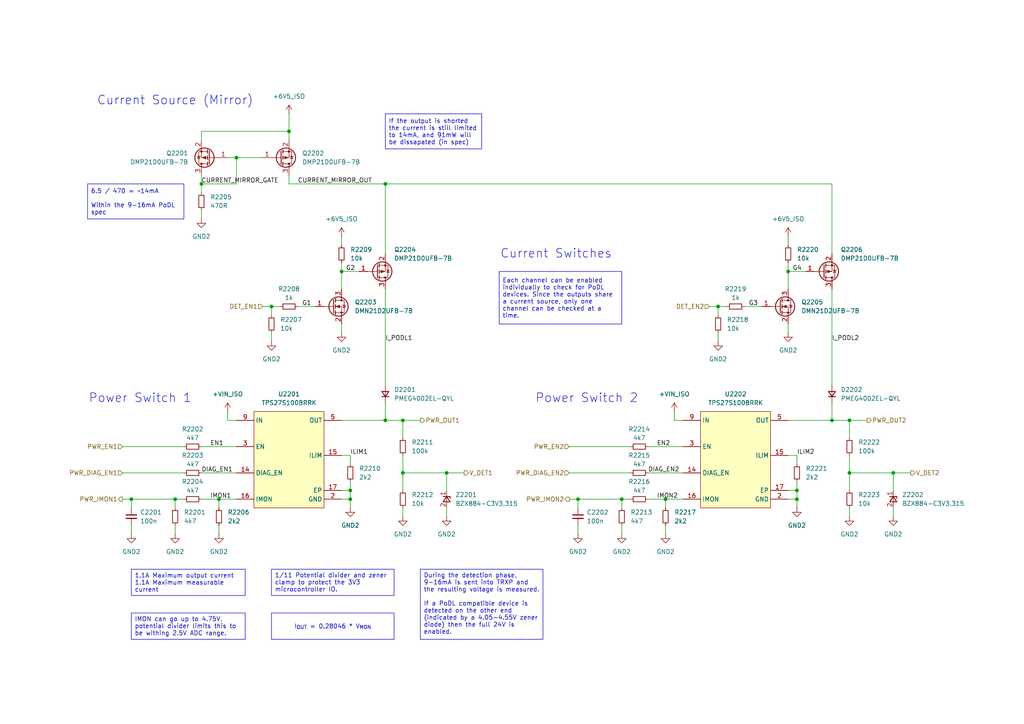
<source format=kicad_sch>
(kicad_sch
	(version 20250114)
	(generator "eeschema")
	(generator_version "9.0")
	(uuid "28ee16c8-ab12-4c7c-a76a-875d855cacba")
	(paper "A4")
	(title_block
		(title "PoDL Detection, Switching and Monitoring")
		(date "2025-06-30")
	)
	(lib_symbols
		(symbol "DIODE:BZX884-C3V3,315"
			(pin_names
				(hide yes)
			)
			(exclude_from_sim no)
			(in_bom yes)
			(on_board yes)
			(property "Reference" "Z"
				(at 0 6.35 0)
				(effects
					(font
						(size 1.27 1.27)
					)
				)
			)
			(property "Value" "BZX884-C3V3,315"
				(at 0 3.81 0)
				(effects
					(font
						(size 1.27 1.27)
					)
				)
			)
			(property "Footprint" "project_footprints:BZX884"
				(at 10.16 -93.65 0)
				(effects
					(font
						(size 1.27 1.27)
					)
					(justify left top)
					(hide yes)
				)
			)
			(property "Datasheet" "https://assets.nexperia.com/documents/data-sheet/BZX884_BC_SER.pdf"
				(at 10.16 -193.65 0)
				(effects
					(font
						(size 1.27 1.27)
					)
					(justify left top)
					(hide yes)
				)
			)
			(property "Description" "NEXPERIA - BZX884-C3V3,315 - Zener Single Diode, 3.3 V, 250 mW, DFN1006, 2 Pins, 150 C, Surface Mount"
				(at 0 -3.81 0)
				(effects
					(font
						(size 1.27 1.27)
					)
					(hide yes)
				)
			)
			(property "Height" "0.5"
				(at 10.16 -393.65 0)
				(effects
					(font
						(size 1.27 1.27)
					)
					(justify left top)
					(hide yes)
				)
			)
			(property "Mouser Part Number" "771-BZX884-C3V9315"
				(at 10.16 -493.65 0)
				(effects
					(font
						(size 1.27 1.27)
					)
					(justify left top)
					(hide yes)
				)
			)
			(property "Mouser Price/Stock" "https://www.mouser.co.uk/ProductDetail/Nexperia/BZX884-C3V9315?qs=me8TqzrmIYWAnhi4MFXkdw%3D%3D"
				(at 10.16 -593.65 0)
				(effects
					(font
						(size 1.27 1.27)
					)
					(justify left top)
					(hide yes)
				)
			)
			(property "Manufacturer_Name" "Nexperia"
				(at 10.16 -693.65 0)
				(effects
					(font
						(size 1.27 1.27)
					)
					(justify left top)
					(hide yes)
				)
			)
			(property "Manufacturer_Part_Number" "BZX884-C3V9,315"
				(at 10.16 -793.65 0)
				(effects
					(font
						(size 1.27 1.27)
					)
					(justify left top)
					(hide yes)
				)
			)
			(symbol "BZX884-C3V3,315_0_1"
				(polyline
					(pts
						(xy -0.254 1.016) (xy -0.762 1.016) (xy -0.762 -1.016)
					)
					(stroke
						(width 0.254)
						(type default)
					)
					(fill
						(type none)
					)
				)
				(polyline
					(pts
						(xy 0.762 1.016) (xy -0.762 0) (xy 0.762 -1.016) (xy 0.762 1.016)
					)
					(stroke
						(width 0.254)
						(type default)
					)
					(fill
						(type none)
					)
				)
				(polyline
					(pts
						(xy 0.762 0) (xy -0.762 0)
					)
					(stroke
						(width 0)
						(type default)
					)
					(fill
						(type none)
					)
				)
			)
			(symbol "BZX884-C3V3,315_1_1"
				(pin passive line
					(at -2.54 0 0)
					(length 1.778)
					(name "K"
						(effects
							(font
								(size 1.27 1.27)
							)
						)
					)
					(number "1"
						(effects
							(font
								(size 1.27 1.27)
							)
						)
					)
				)
				(pin passive line
					(at 2.54 0 180)
					(length 1.778)
					(name "A"
						(effects
							(font
								(size 1.27 1.27)
							)
						)
					)
					(number "2"
						(effects
							(font
								(size 1.27 1.27)
							)
						)
					)
				)
			)
			(embedded_fonts no)
		)
		(symbol "DIODE:PMEG4002EL-QYL"
			(pin_numbers
				(hide yes)
			)
			(pin_names
				(offset 0.254)
				(hide yes)
			)
			(exclude_from_sim no)
			(in_bom yes)
			(on_board yes)
			(property "Reference" "D"
				(at 0 2.54 0)
				(effects
					(font
						(size 1.27 1.27)
					)
				)
			)
			(property "Value" "PMEG4002EL-QYL"
				(at 0 -2.54 0)
				(effects
					(font
						(size 1.27 1.27)
					)
				)
			)
			(property "Footprint" "project_footprints:PMEG4002EL-QYL"
				(at 0 0 0)
				(effects
					(font
						(size 1.27 1.27)
					)
					(hide yes)
				)
			)
			(property "Datasheet" "https://assets.nexperia.com/documents/data-sheet/PMEG4002EL-Q.pdf"
				(at 0 0 90)
				(effects
					(font
						(size 1.27 1.27)
					)
					(hide yes)
				)
			)
			(property "Description" "Diode, small symbol"
				(at 0 0 0)
				(effects
					(font
						(size 1.27 1.27)
					)
					(hide yes)
				)
			)
			(property "Sim.Device" "D"
				(at 0 0 0)
				(effects
					(font
						(size 1.27 1.27)
					)
					(hide yes)
				)
			)
			(property "Sim.Pins" "1=K 2=A"
				(at 0 0 0)
				(effects
					(font
						(size 1.27 1.27)
					)
					(hide yes)
				)
			)
			(property "ki_keywords" "diode"
				(at 0 0 0)
				(effects
					(font
						(size 1.27 1.27)
					)
					(hide yes)
				)
			)
			(property "ki_fp_filters" "TO-???* *_Diode_* *SingleDiode* D_*"
				(at 0 0 0)
				(effects
					(font
						(size 1.27 1.27)
					)
					(hide yes)
				)
			)
			(symbol "PMEG4002EL-QYL_0_1"
				(polyline
					(pts
						(xy -0.762 0) (xy 0.762 0)
					)
					(stroke
						(width 0)
						(type default)
					)
					(fill
						(type none)
					)
				)
				(polyline
					(pts
						(xy -0.762 -1.016) (xy -0.762 1.016)
					)
					(stroke
						(width 0.254)
						(type default)
					)
					(fill
						(type none)
					)
				)
				(polyline
					(pts
						(xy 0.762 -1.016) (xy -0.762 0) (xy 0.762 1.016) (xy 0.762 -1.016)
					)
					(stroke
						(width 0.254)
						(type default)
					)
					(fill
						(type none)
					)
				)
			)
			(symbol "PMEG4002EL-QYL_1_1"
				(pin passive line
					(at -2.54 0 0)
					(length 1.778)
					(name "K"
						(effects
							(font
								(size 1.27 1.27)
							)
						)
					)
					(number "1"
						(effects
							(font
								(size 1.27 1.27)
							)
						)
					)
				)
				(pin passive line
					(at 2.54 0 180)
					(length 1.778)
					(name "A"
						(effects
							(font
								(size 1.27 1.27)
							)
						)
					)
					(number "2"
						(effects
							(font
								(size 1.27 1.27)
							)
						)
					)
				)
			)
			(embedded_fonts no)
		)
		(symbol "Device:C_Small"
			(pin_numbers
				(hide yes)
			)
			(pin_names
				(offset 0.254)
				(hide yes)
			)
			(exclude_from_sim no)
			(in_bom yes)
			(on_board yes)
			(property "Reference" "C"
				(at 0.254 1.778 0)
				(effects
					(font
						(size 1.27 1.27)
					)
					(justify left)
				)
			)
			(property "Value" "C_Small"
				(at 0.254 -2.032 0)
				(effects
					(font
						(size 1.27 1.27)
					)
					(justify left)
				)
			)
			(property "Footprint" ""
				(at 0 0 0)
				(effects
					(font
						(size 1.27 1.27)
					)
					(hide yes)
				)
			)
			(property "Datasheet" "~"
				(at 0 0 0)
				(effects
					(font
						(size 1.27 1.27)
					)
					(hide yes)
				)
			)
			(property "Description" "Unpolarized capacitor, small symbol"
				(at 0 0 0)
				(effects
					(font
						(size 1.27 1.27)
					)
					(hide yes)
				)
			)
			(property "ki_keywords" "capacitor cap"
				(at 0 0 0)
				(effects
					(font
						(size 1.27 1.27)
					)
					(hide yes)
				)
			)
			(property "ki_fp_filters" "C_*"
				(at 0 0 0)
				(effects
					(font
						(size 1.27 1.27)
					)
					(hide yes)
				)
			)
			(symbol "C_Small_0_1"
				(polyline
					(pts
						(xy -1.524 0.508) (xy 1.524 0.508)
					)
					(stroke
						(width 0.3048)
						(type default)
					)
					(fill
						(type none)
					)
				)
				(polyline
					(pts
						(xy -1.524 -0.508) (xy 1.524 -0.508)
					)
					(stroke
						(width 0.3302)
						(type default)
					)
					(fill
						(type none)
					)
				)
			)
			(symbol "C_Small_1_1"
				(pin passive line
					(at 0 2.54 270)
					(length 2.032)
					(name "~"
						(effects
							(font
								(size 1.27 1.27)
							)
						)
					)
					(number "1"
						(effects
							(font
								(size 1.27 1.27)
							)
						)
					)
				)
				(pin passive line
					(at 0 -2.54 90)
					(length 2.032)
					(name "~"
						(effects
							(font
								(size 1.27 1.27)
							)
						)
					)
					(number "2"
						(effects
							(font
								(size 1.27 1.27)
							)
						)
					)
				)
			)
			(embedded_fonts no)
		)
		(symbol "Device:R_Small"
			(pin_numbers
				(hide yes)
			)
			(pin_names
				(offset 0.254)
				(hide yes)
			)
			(exclude_from_sim no)
			(in_bom yes)
			(on_board yes)
			(property "Reference" "R"
				(at 0 0 90)
				(effects
					(font
						(size 1.016 1.016)
					)
				)
			)
			(property "Value" "R_Small"
				(at 1.778 0 90)
				(effects
					(font
						(size 1.27 1.27)
					)
				)
			)
			(property "Footprint" ""
				(at 0 0 0)
				(effects
					(font
						(size 1.27 1.27)
					)
					(hide yes)
				)
			)
			(property "Datasheet" "~"
				(at 0 0 0)
				(effects
					(font
						(size 1.27 1.27)
					)
					(hide yes)
				)
			)
			(property "Description" "Resistor, small symbol"
				(at 0 0 0)
				(effects
					(font
						(size 1.27 1.27)
					)
					(hide yes)
				)
			)
			(property "ki_keywords" "R resistor"
				(at 0 0 0)
				(effects
					(font
						(size 1.27 1.27)
					)
					(hide yes)
				)
			)
			(property "ki_fp_filters" "R_*"
				(at 0 0 0)
				(effects
					(font
						(size 1.27 1.27)
					)
					(hide yes)
				)
			)
			(symbol "R_Small_0_1"
				(rectangle
					(start -0.762 1.778)
					(end 0.762 -1.778)
					(stroke
						(width 0.2032)
						(type default)
					)
					(fill
						(type none)
					)
				)
			)
			(symbol "R_Small_1_1"
				(pin passive line
					(at 0 2.54 270)
					(length 0.762)
					(name "~"
						(effects
							(font
								(size 1.27 1.27)
							)
						)
					)
					(number "1"
						(effects
							(font
								(size 1.27 1.27)
							)
						)
					)
				)
				(pin passive line
					(at 0 -2.54 90)
					(length 0.762)
					(name "~"
						(effects
							(font
								(size 1.27 1.27)
							)
						)
					)
					(number "2"
						(effects
							(font
								(size 1.27 1.27)
							)
						)
					)
				)
			)
			(embedded_fonts no)
		)
		(symbol "MOSFET:DMN21D2UFB-7B"
			(pin_names
				(hide yes)
			)
			(exclude_from_sim no)
			(in_bom yes)
			(on_board yes)
			(property "Reference" "Q"
				(at 11.43 3.81 0)
				(effects
					(font
						(size 1.27 1.27)
					)
					(justify left top)
				)
			)
			(property "Value" "DMN21D2UFB-7B"
				(at 11.43 1.27 0)
				(effects
					(font
						(size 1.27 1.27)
					)
					(justify left top)
				)
			)
			(property "Footprint" "project_footprints:DMN21D2UFB7B"
				(at 11.43 -98.73 0)
				(effects
					(font
						(size 1.27 1.27)
					)
					(justify left top)
					(hide yes)
				)
			)
			(property "Datasheet" "https://componentsearchengine.com/Datasheets/1/DMN21D2UFB-7B.pdf"
				(at 11.43 -198.73 0)
				(effects
					(font
						(size 1.27 1.27)
					)
					(justify left top)
					(hide yes)
				)
			)
			(property "Description" "MOSFET MOSFET BVDSS: 8V-24V X1-DFN1006-3 T&R 10"
				(at 0 -30.48 0)
				(effects
					(font
						(size 1.27 1.27)
					)
					(hide yes)
				)
			)
			(property "Height" "0.53"
				(at 11.43 -398.73 0)
				(effects
					(font
						(size 1.27 1.27)
					)
					(justify left top)
					(hide yes)
				)
			)
			(property "Mouser Part Number" "621-DMN21D2UFB-7B"
				(at 11.43 -498.73 0)
				(effects
					(font
						(size 1.27 1.27)
					)
					(justify left top)
					(hide yes)
				)
			)
			(property "Mouser Price/Stock" ""
				(at 11.43 -598.73 0)
				(effects
					(font
						(size 1.27 1.27)
					)
					(justify left top)
					(hide yes)
				)
			)
			(property "Manufacturer_Name" "Diodes Incorporated"
				(at 11.43 -698.73 0)
				(effects
					(font
						(size 1.27 1.27)
					)
					(justify left top)
					(hide yes)
				)
			)
			(property "Manufacturer_Part_Number" "DMN21D2UFB-7B"
				(at 11.43 -798.73 0)
				(effects
					(font
						(size 1.27 1.27)
					)
					(justify left top)
					(hide yes)
				)
			)
			(symbol "DMN21D2UFB-7B_0_1"
				(polyline
					(pts
						(xy 5.334 1.905) (xy 5.334 -1.905)
					)
					(stroke
						(width 0.254)
						(type default)
					)
					(fill
						(type none)
					)
				)
				(polyline
					(pts
						(xy 5.334 0) (xy 2.54 0)
					)
					(stroke
						(width 0)
						(type default)
					)
					(fill
						(type none)
					)
				)
				(polyline
					(pts
						(xy 5.842 2.286) (xy 5.842 1.27)
					)
					(stroke
						(width 0.254)
						(type default)
					)
					(fill
						(type none)
					)
				)
				(polyline
					(pts
						(xy 5.842 0.508) (xy 5.842 -0.508)
					)
					(stroke
						(width 0.254)
						(type default)
					)
					(fill
						(type none)
					)
				)
				(polyline
					(pts
						(xy 5.842 -1.27) (xy 5.842 -2.286)
					)
					(stroke
						(width 0.254)
						(type default)
					)
					(fill
						(type none)
					)
				)
				(polyline
					(pts
						(xy 5.842 -1.778) (xy 8.382 -1.778) (xy 8.382 1.778) (xy 5.842 1.778)
					)
					(stroke
						(width 0)
						(type default)
					)
					(fill
						(type none)
					)
				)
				(polyline
					(pts
						(xy 6.096 0) (xy 7.112 0.381) (xy 7.112 -0.381) (xy 6.096 0)
					)
					(stroke
						(width 0)
						(type default)
					)
					(fill
						(type outline)
					)
				)
				(circle
					(center 6.731 0)
					(radius 2.794)
					(stroke
						(width 0.254)
						(type default)
					)
					(fill
						(type none)
					)
				)
				(polyline
					(pts
						(xy 7.62 2.54) (xy 7.62 1.778)
					)
					(stroke
						(width 0)
						(type default)
					)
					(fill
						(type none)
					)
				)
				(circle
					(center 7.62 1.778)
					(radius 0.254)
					(stroke
						(width 0)
						(type default)
					)
					(fill
						(type outline)
					)
				)
				(circle
					(center 7.62 -1.778)
					(radius 0.254)
					(stroke
						(width 0)
						(type default)
					)
					(fill
						(type outline)
					)
				)
				(polyline
					(pts
						(xy 7.62 -2.54) (xy 7.62 0) (xy 5.842 0)
					)
					(stroke
						(width 0)
						(type default)
					)
					(fill
						(type none)
					)
				)
				(polyline
					(pts
						(xy 7.874 0.508) (xy 8.001 0.381) (xy 8.763 0.381) (xy 8.89 0.254)
					)
					(stroke
						(width 0)
						(type default)
					)
					(fill
						(type none)
					)
				)
				(polyline
					(pts
						(xy 8.382 0.381) (xy 8.001 -0.254) (xy 8.763 -0.254) (xy 8.382 0.381)
					)
					(stroke
						(width 0)
						(type default)
					)
					(fill
						(type none)
					)
				)
			)
			(symbol "DMN21D2UFB-7B_1_1"
				(pin input line
					(at 0 0 0)
					(length 2.54)
					(name "G"
						(effects
							(font
								(size 1.27 1.27)
							)
						)
					)
					(number "1"
						(effects
							(font
								(size 1.27 1.27)
							)
						)
					)
				)
				(pin passive line
					(at 7.62 5.08 270)
					(length 2.54)
					(name "D"
						(effects
							(font
								(size 1.27 1.27)
							)
						)
					)
					(number "3"
						(effects
							(font
								(size 1.27 1.27)
							)
						)
					)
				)
				(pin passive line
					(at 7.62 -5.08 90)
					(length 2.54)
					(name "S"
						(effects
							(font
								(size 1.27 1.27)
							)
						)
					)
					(number "2"
						(effects
							(font
								(size 1.27 1.27)
							)
						)
					)
				)
			)
			(embedded_fonts no)
		)
		(symbol "MOSFET:DMP21D0UFB-7B"
			(pin_names
				(hide yes)
			)
			(exclude_from_sim no)
			(in_bom yes)
			(on_board yes)
			(property "Reference" "Q"
				(at 3.81 2.54 0)
				(effects
					(font
						(size 1.27 1.27)
					)
					(justify left top)
				)
			)
			(property "Value" "DMP21D0UFB-7B"
				(at 3.81 0 0)
				(effects
					(font
						(size 1.27 1.27)
					)
					(justify left top)
				)
			)
			(property "Footprint" "project_footprints:DMP21D0UFB7B"
				(at 11.43 -98.73 0)
				(effects
					(font
						(size 1.27 1.27)
					)
					(justify left top)
					(hide yes)
				)
			)
			(property "Datasheet" "https://www.diodes.com/assets/Datasheets/DMP21D0UFB.pdf"
				(at 11.43 -198.73 0)
				(effects
					(font
						(size 1.27 1.27)
					)
					(justify left top)
					(hide yes)
				)
			)
			(property "Description" "P-Channel 20 V 770mA (Ta) 430mW (Ta) Surface Mount X1-DFN1006-3"
				(at 0 -13.97 0)
				(effects
					(font
						(size 1.27 1.27)
					)
					(hide yes)
				)
			)
			(property "Height" "0.53"
				(at 11.43 -398.73 0)
				(effects
					(font
						(size 1.27 1.27)
					)
					(justify left top)
					(hide yes)
				)
			)
			(property "Mouser Part Number" "621-DMP21D0UFB-7B"
				(at 11.43 -498.73 0)
				(effects
					(font
						(size 1.27 1.27)
					)
					(justify left top)
					(hide yes)
				)
			)
			(property "Mouser Price/Stock" "https://www.mouser.co.uk/ProductDetail/Diodes-Incorporated/DMP21D0UFB-7B?qs=LpBYLtn23FTBHQvdgGhtnA%3D%3D"
				(at 11.43 -598.73 0)
				(effects
					(font
						(size 1.27 1.27)
					)
					(justify left top)
					(hide yes)
				)
			)
			(property "Manufacturer_Name" "Diodes Incorporated"
				(at 11.43 -698.73 0)
				(effects
					(font
						(size 1.27 1.27)
					)
					(justify left top)
					(hide yes)
				)
			)
			(property "Manufacturer_Part_Number" "DMP21D0UFB-7B"
				(at 11.43 -798.73 0)
				(effects
					(font
						(size 1.27 1.27)
					)
					(justify left top)
					(hide yes)
				)
			)
			(symbol "DMP21D0UFB-7B_0_1"
				(polyline
					(pts
						(xy -2.286 1.905) (xy -2.286 -1.905)
					)
					(stroke
						(width 0.254)
						(type default)
					)
					(fill
						(type none)
					)
				)
				(polyline
					(pts
						(xy -2.286 0) (xy -5.08 0)
					)
					(stroke
						(width 0)
						(type default)
					)
					(fill
						(type none)
					)
				)
				(polyline
					(pts
						(xy -1.778 2.286) (xy -1.778 1.27)
					)
					(stroke
						(width 0.254)
						(type default)
					)
					(fill
						(type none)
					)
				)
				(polyline
					(pts
						(xy -1.778 1.778) (xy 0.762 1.778) (xy 0.762 -1.778) (xy -1.778 -1.778)
					)
					(stroke
						(width 0)
						(type default)
					)
					(fill
						(type none)
					)
				)
				(polyline
					(pts
						(xy -1.778 0.508) (xy -1.778 -0.508)
					)
					(stroke
						(width 0.254)
						(type default)
					)
					(fill
						(type none)
					)
				)
				(polyline
					(pts
						(xy -1.778 -1.27) (xy -1.778 -2.286)
					)
					(stroke
						(width 0.254)
						(type default)
					)
					(fill
						(type none)
					)
				)
				(circle
					(center -0.889 0)
					(radius 2.794)
					(stroke
						(width 0.254)
						(type default)
					)
					(fill
						(type none)
					)
				)
				(polyline
					(pts
						(xy -0.254 0) (xy -1.27 0.381) (xy -1.27 -0.381) (xy -0.254 0)
					)
					(stroke
						(width 0)
						(type default)
					)
					(fill
						(type outline)
					)
				)
				(polyline
					(pts
						(xy 0 2.54) (xy 0 1.778)
					)
					(stroke
						(width 0)
						(type default)
					)
					(fill
						(type none)
					)
				)
				(circle
					(center 0 1.778)
					(radius 0.254)
					(stroke
						(width 0)
						(type default)
					)
					(fill
						(type outline)
					)
				)
				(circle
					(center 0 -1.778)
					(radius 0.254)
					(stroke
						(width 0)
						(type default)
					)
					(fill
						(type outline)
					)
				)
				(polyline
					(pts
						(xy 0 -2.54) (xy 0 0) (xy -1.778 0)
					)
					(stroke
						(width 0)
						(type default)
					)
					(fill
						(type none)
					)
				)
				(polyline
					(pts
						(xy 0.254 -0.508) (xy 0.381 -0.381) (xy 1.143 -0.381) (xy 1.27 -0.254)
					)
					(stroke
						(width 0)
						(type default)
					)
					(fill
						(type none)
					)
				)
				(polyline
					(pts
						(xy 0.762 -0.381) (xy 0.381 0.254) (xy 1.143 0.254) (xy 0.762 -0.381)
					)
					(stroke
						(width 0)
						(type default)
					)
					(fill
						(type none)
					)
				)
			)
			(symbol "DMP21D0UFB-7B_1_1"
				(pin input line
					(at -7.62 0 0)
					(length 2.54)
					(name "G"
						(effects
							(font
								(size 1.27 1.27)
							)
						)
					)
					(number "1"
						(effects
							(font
								(size 1.27 1.27)
							)
						)
					)
				)
				(pin passive line
					(at 0 5.08 270)
					(length 2.54)
					(name "D"
						(effects
							(font
								(size 1.27 1.27)
							)
						)
					)
					(number "3"
						(effects
							(font
								(size 1.27 1.27)
							)
						)
					)
				)
				(pin passive line
					(at 0 -5.08 90)
					(length 2.54)
					(name "S"
						(effects
							(font
								(size 1.27 1.27)
							)
						)
					)
					(number "2"
						(effects
							(font
								(size 1.27 1.27)
							)
						)
					)
				)
			)
			(embedded_fonts no)
		)
		(symbol "PWR-SWCH:TPS27S100BRRK"
			(exclude_from_sim no)
			(in_bom yes)
			(on_board yes)
			(property "Reference" "U"
				(at 0 5.08 0)
				(effects
					(font
						(size 1.27 1.27)
					)
				)
			)
			(property "Value" "TPS27S100BRRK"
				(at 0 2.54 0)
				(effects
					(font
						(size 1.27 1.27)
					)
				)
			)
			(property "Footprint" "project_footprints:TPS27S100ARRKR"
				(at 0 -33.02 0)
				(effects
					(font
						(size 1.27 1.27)
					)
					(hide yes)
				)
			)
			(property "Datasheet" "https://www.ti.com/lit/gpn/TPS27S100"
				(at 0 -38.1 0)
				(effects
					(font
						(size 1.27 1.27)
					)
					(hide yes)
				)
			)
			(property "Description" "Power Switch ICs - Power Distribution 40-V, 4-A, 80-m Single-Channel High-Side Switch"
				(at 0 -30.48 0)
				(effects
					(font
						(size 1.27 1.27)
					)
					(hide yes)
				)
			)
			(property "Height" "0.8"
				(at 0 -40.64 0)
				(effects
					(font
						(size 1.27 1.27)
					)
					(hide yes)
				)
			)
			(property "Manufacturer_Name" "Texas Instruments"
				(at 0 -35.56 0)
				(effects
					(font
						(size 1.27 1.27)
					)
					(hide yes)
				)
			)
			(symbol "TPS27S100BRRK_1_1"
				(rectangle
					(start -10.16 0)
					(end 10.16 -27.94)
					(stroke
						(width 0)
						(type solid)
					)
					(fill
						(type background)
					)
				)
				(pin passive line
					(at -15.24 -2.54 0)
					(length 5.08)
					(hide yes)
					(name "IN"
						(effects
							(font
								(size 1.27 1.27)
							)
						)
					)
					(number "10"
						(effects
							(font
								(size 1.27 1.27)
							)
						)
					)
				)
				(pin passive line
					(at -15.24 -2.54 0)
					(length 5.08)
					(hide yes)
					(name "IN"
						(effects
							(font
								(size 1.27 1.27)
							)
						)
					)
					(number "11"
						(effects
							(font
								(size 1.27 1.27)
							)
						)
					)
				)
				(pin passive line
					(at -15.24 -2.54 0)
					(length 5.08)
					(hide yes)
					(name "IN"
						(effects
							(font
								(size 1.27 1.27)
							)
						)
					)
					(number "12"
						(effects
							(font
								(size 1.27 1.27)
							)
						)
					)
				)
				(pin power_in line
					(at -15.24 -2.54 0)
					(length 5.08)
					(name "IN"
						(effects
							(font
								(size 1.27 1.27)
							)
						)
					)
					(number "9"
						(effects
							(font
								(size 1.27 1.27)
							)
						)
					)
				)
				(pin passive line
					(at -15.24 -10.16 0)
					(length 5.08)
					(name "EN"
						(effects
							(font
								(size 1.27 1.27)
							)
						)
					)
					(number "3"
						(effects
							(font
								(size 1.27 1.27)
							)
						)
					)
				)
				(pin passive line
					(at -15.24 -17.78 0)
					(length 5.08)
					(name "DIAG_EN"
						(effects
							(font
								(size 1.27 1.27)
							)
						)
					)
					(number "14"
						(effects
							(font
								(size 1.27 1.27)
							)
						)
					)
				)
				(pin passive line
					(at -15.24 -25.4 0)
					(length 5.08)
					(name "IMON"
						(effects
							(font
								(size 1.27 1.27)
							)
						)
					)
					(number "16"
						(effects
							(font
								(size 1.27 1.27)
							)
						)
					)
				)
				(pin power_out line
					(at 15.24 -2.54 180)
					(length 5.08)
					(name "OUT"
						(effects
							(font
								(size 1.27 1.27)
							)
						)
					)
					(number "5"
						(effects
							(font
								(size 1.27 1.27)
							)
						)
					)
				)
				(pin passive line
					(at 15.24 -2.54 180)
					(length 5.08)
					(hide yes)
					(name "OUT"
						(effects
							(font
								(size 1.27 1.27)
							)
						)
					)
					(number "6"
						(effects
							(font
								(size 1.27 1.27)
							)
						)
					)
				)
				(pin passive line
					(at 15.24 -2.54 180)
					(length 5.08)
					(hide yes)
					(name "OUT"
						(effects
							(font
								(size 1.27 1.27)
							)
						)
					)
					(number "7"
						(effects
							(font
								(size 1.27 1.27)
							)
						)
					)
				)
				(pin passive line
					(at 15.24 -2.54 180)
					(length 5.08)
					(hide yes)
					(name "OUT"
						(effects
							(font
								(size 1.27 1.27)
							)
						)
					)
					(number "8"
						(effects
							(font
								(size 1.27 1.27)
							)
						)
					)
				)
				(pin no_connect line
					(at 15.24 -5.08 180)
					(length 5.08)
					(hide yes)
					(name "NC"
						(effects
							(font
								(size 1.27 1.27)
							)
						)
					)
					(number "13"
						(effects
							(font
								(size 1.27 1.27)
							)
						)
					)
				)
				(pin no_connect line
					(at 15.24 -7.62 180)
					(length 5.08)
					(hide yes)
					(name "NC"
						(effects
							(font
								(size 1.27 1.27)
							)
						)
					)
					(number "1"
						(effects
							(font
								(size 1.27 1.27)
							)
						)
					)
				)
				(pin no_connect line
					(at 15.24 -10.16 180)
					(length 5.08)
					(hide yes)
					(name "NC"
						(effects
							(font
								(size 1.27 1.27)
							)
						)
					)
					(number "4"
						(effects
							(font
								(size 1.27 1.27)
							)
						)
					)
				)
				(pin passive line
					(at 15.24 -12.7 180)
					(length 5.08)
					(name "ILIM"
						(effects
							(font
								(size 1.27 1.27)
							)
						)
					)
					(number "15"
						(effects
							(font
								(size 1.27 1.27)
							)
						)
					)
				)
				(pin passive line
					(at 15.24 -22.86 180)
					(length 5.08)
					(name "EP"
						(effects
							(font
								(size 1.27 1.27)
							)
						)
					)
					(number "17"
						(effects
							(font
								(size 1.27 1.27)
							)
						)
					)
				)
				(pin passive line
					(at 15.24 -25.4 180)
					(length 5.08)
					(name "GND"
						(effects
							(font
								(size 1.27 1.27)
							)
						)
					)
					(number "2"
						(effects
							(font
								(size 1.27 1.27)
							)
						)
					)
				)
			)
			(embedded_fonts no)
		)
		(symbol "PWR-SYM:+6V5_ISO"
			(power)
			(pin_numbers
				(hide yes)
			)
			(pin_names
				(offset 0)
				(hide yes)
			)
			(exclude_from_sim no)
			(in_bom yes)
			(on_board yes)
			(property "Reference" "#PWR"
				(at 0 -3.81 0)
				(effects
					(font
						(size 1.27 1.27)
					)
					(hide yes)
				)
			)
			(property "Value" "+6V5_ISO"
				(at 0 3.556 0)
				(effects
					(font
						(size 1.27 1.27)
					)
				)
			)
			(property "Footprint" ""
				(at 0 0 0)
				(effects
					(font
						(size 1.27 1.27)
					)
					(hide yes)
				)
			)
			(property "Datasheet" ""
				(at 0 0 0)
				(effects
					(font
						(size 1.27 1.27)
					)
					(hide yes)
				)
			)
			(property "Description" "Power symbol creates a global label with name \"+6V5_ISO\""
				(at 0 0 0)
				(effects
					(font
						(size 1.27 1.27)
					)
					(hide yes)
				)
			)
			(property "ki_keywords" "global power"
				(at 0 0 0)
				(effects
					(font
						(size 1.27 1.27)
					)
					(hide yes)
				)
			)
			(symbol "+6V5_ISO_0_1"
				(polyline
					(pts
						(xy -0.762 1.27) (xy 0 2.54)
					)
					(stroke
						(width 0)
						(type default)
					)
					(fill
						(type none)
					)
				)
				(polyline
					(pts
						(xy 0 2.54) (xy 0.762 1.27)
					)
					(stroke
						(width 0)
						(type default)
					)
					(fill
						(type none)
					)
				)
				(polyline
					(pts
						(xy 0 0) (xy 0 2.54)
					)
					(stroke
						(width 0)
						(type default)
					)
					(fill
						(type none)
					)
				)
			)
			(symbol "+6V5_ISO_1_1"
				(pin power_in line
					(at 0 0 90)
					(length 0)
					(name "~"
						(effects
							(font
								(size 1.27 1.27)
							)
						)
					)
					(number "1"
						(effects
							(font
								(size 1.27 1.27)
							)
						)
					)
				)
			)
			(embedded_fonts no)
		)
		(symbol "PWR-SYM:+VIN_ISO"
			(power)
			(pin_numbers
				(hide yes)
			)
			(pin_names
				(offset 0)
				(hide yes)
			)
			(exclude_from_sim no)
			(in_bom yes)
			(on_board yes)
			(property "Reference" "#PWR"
				(at 0 -3.81 0)
				(effects
					(font
						(size 1.27 1.27)
					)
					(hide yes)
				)
			)
			(property "Value" "+VIN_ISO"
				(at 0 3.556 0)
				(effects
					(font
						(size 1.27 1.27)
					)
				)
			)
			(property "Footprint" ""
				(at 0 0 0)
				(effects
					(font
						(size 1.27 1.27)
					)
					(hide yes)
				)
			)
			(property "Datasheet" ""
				(at 0 0 0)
				(effects
					(font
						(size 1.27 1.27)
					)
					(hide yes)
				)
			)
			(property "Description" "Power symbol creates a global label with name \"+VIN_ISO\""
				(at 0 0 0)
				(effects
					(font
						(size 1.27 1.27)
					)
					(hide yes)
				)
			)
			(property "ki_keywords" "global power"
				(at 0 0 0)
				(effects
					(font
						(size 1.27 1.27)
					)
					(hide yes)
				)
			)
			(symbol "+VIN_ISO_0_1"
				(polyline
					(pts
						(xy -0.762 1.27) (xy 0 2.54)
					)
					(stroke
						(width 0)
						(type default)
					)
					(fill
						(type none)
					)
				)
				(polyline
					(pts
						(xy 0 2.54) (xy 0.762 1.27)
					)
					(stroke
						(width 0)
						(type default)
					)
					(fill
						(type none)
					)
				)
				(polyline
					(pts
						(xy 0 0) (xy 0 2.54)
					)
					(stroke
						(width 0)
						(type default)
					)
					(fill
						(type none)
					)
				)
			)
			(symbol "+VIN_ISO_1_1"
				(pin power_in line
					(at 0 0 90)
					(length 0)
					(name "~"
						(effects
							(font
								(size 1.27 1.27)
							)
						)
					)
					(number "1"
						(effects
							(font
								(size 1.27 1.27)
							)
						)
					)
				)
			)
			(embedded_fonts no)
		)
		(symbol "power:GND2"
			(power)
			(pin_numbers
				(hide yes)
			)
			(pin_names
				(offset 0)
				(hide yes)
			)
			(exclude_from_sim no)
			(in_bom yes)
			(on_board yes)
			(property "Reference" "#PWR"
				(at 0 -6.35 0)
				(effects
					(font
						(size 1.27 1.27)
					)
					(hide yes)
				)
			)
			(property "Value" "GND2"
				(at 0 -3.81 0)
				(effects
					(font
						(size 1.27 1.27)
					)
				)
			)
			(property "Footprint" ""
				(at 0 0 0)
				(effects
					(font
						(size 1.27 1.27)
					)
					(hide yes)
				)
			)
			(property "Datasheet" ""
				(at 0 0 0)
				(effects
					(font
						(size 1.27 1.27)
					)
					(hide yes)
				)
			)
			(property "Description" "Power symbol creates a global label with name \"GND2\" , ground"
				(at 0 0 0)
				(effects
					(font
						(size 1.27 1.27)
					)
					(hide yes)
				)
			)
			(property "ki_keywords" "global power"
				(at 0 0 0)
				(effects
					(font
						(size 1.27 1.27)
					)
					(hide yes)
				)
			)
			(symbol "GND2_0_1"
				(polyline
					(pts
						(xy 0 0) (xy 0 -1.27) (xy 1.27 -1.27) (xy 0 -2.54) (xy -1.27 -1.27) (xy 0 -1.27)
					)
					(stroke
						(width 0)
						(type default)
					)
					(fill
						(type none)
					)
				)
			)
			(symbol "GND2_1_1"
				(pin power_in line
					(at 0 0 270)
					(length 0)
					(name "~"
						(effects
							(font
								(size 1.27 1.27)
							)
						)
					)
					(number "1"
						(effects
							(font
								(size 1.27 1.27)
							)
						)
					)
				)
			)
			(embedded_fonts no)
		)
	)
	(text "Power Switch 2"
		(exclude_from_sim no)
		(at 170.18 115.57 0)
		(effects
			(font
				(size 2.54 2.54)
			)
		)
		(uuid "5025dc22-a9a2-412c-a642-877b199200ea")
	)
	(text "Current Source (Mirror)"
		(exclude_from_sim no)
		(at 50.8 29.21 0)
		(effects
			(font
				(size 2.54 2.54)
			)
		)
		(uuid "5b59b5d6-7d35-4acc-824c-17c1245f21b2")
	)
	(text "Current Switches"
		(exclude_from_sim no)
		(at 161.29 73.66 0)
		(effects
			(font
				(size 2.54 2.54)
			)
		)
		(uuid "92aa3226-7c66-4968-b46c-10314f7a4969")
	)
	(text "Power Switch 1"
		(exclude_from_sim no)
		(at 40.64 115.57 0)
		(effects
			(font
				(size 2.54 2.54)
			)
		)
		(uuid "b47f5e25-e4ef-4122-bc40-f3e25a6d5a1d")
	)
	(text_box "1.1A Maximum output current\n1.1A Maximum measurable current"
		(exclude_from_sim no)
		(at 38.1 165.1 0)
		(size 33.02 7.62)
		(margins 0.9525 0.9525 0.9525 0.9525)
		(stroke
			(width 0)
			(type solid)
		)
		(fill
			(type none)
		)
		(effects
			(font
				(size 1.27 1.27)
			)
			(justify left)
		)
		(uuid "13fb2ad7-1c20-42ee-b537-6cdcc6d96127")
	)
	(text_box "If the output is shorted the current is still limited to 14mA, and 91mW will be dissapated (in spec)"
		(exclude_from_sim no)
		(at 111.76 33.02 0)
		(size 27.94 10.16)
		(margins 0.9525 0.9525 0.9525 0.9525)
		(stroke
			(width 0)
			(type solid)
		)
		(fill
			(type none)
		)
		(effects
			(font
				(size 1.27 1.27)
			)
			(justify left)
		)
		(uuid "33cf8292-f4ec-4e1e-bbf5-c1213199f1a8")
	)
	(text_box "Each channel can be enabled individually to check for PoDL devices. Since the outputs share a current source, only one channel can be checked at a time."
		(exclude_from_sim no)
		(at 144.78 78.74 0)
		(size 35.56 15.24)
		(margins 0.9525 0.9525 0.9525 0.9525)
		(stroke
			(width 0)
			(type solid)
		)
		(fill
			(type none)
		)
		(effects
			(font
				(size 1.27 1.27)
			)
			(justify left)
		)
		(uuid "43fe555b-e825-4819-92d6-f00ce4ac3ffa")
	)
	(text_box "I_{OUT} = 0.28046 * V_{MON}"
		(exclude_from_sim no)
		(at 78.74 177.8 0)
		(size 35.56 7.62)
		(margins 0.9525 0.9525 0.9525 0.9525)
		(stroke
			(width 0)
			(type solid)
		)
		(fill
			(type none)
		)
		(effects
			(font
				(size 1.27 1.27)
			)
		)
		(uuid "6639f9a1-3892-4b91-a622-d9fda2dcacd7")
	)
	(text_box "6.5 / 470 = ~14mA\n\nWithin the 9-16mA PoDL spec"
		(exclude_from_sim no)
		(at 25.4 53.34 0)
		(size 27.94 10.16)
		(margins 0.9525 0.9525 0.9525 0.9525)
		(stroke
			(width 0)
			(type solid)
		)
		(fill
			(type none)
		)
		(effects
			(font
				(size 1.27 1.27)
			)
			(justify left)
		)
		(uuid "bd2073e7-969b-4eb6-9417-64e2e6ec097c")
	)
	(text_box "1/11 Potential divider and zener clamp to protect the 3V3 microcontroller IO."
		(exclude_from_sim no)
		(at 78.74 165.1 0)
		(size 35.56 7.62)
		(margins 0.9525 0.9525 0.9525 0.9525)
		(stroke
			(width 0)
			(type solid)
		)
		(fill
			(type none)
		)
		(effects
			(font
				(size 1.27 1.27)
			)
			(justify left top)
		)
		(uuid "d534701b-c285-4c6c-a971-536150c872b8")
	)
	(text_box "During the detection phase, 9-16mA is sent into TRXP and the resulting voltage is measured.\n\nIf a PoDL compatible device is detected on the other end (indicated by a 4.05-4.55V zener diode) then the full 24V is enabled."
		(exclude_from_sim no)
		(at 121.92 165.1 0)
		(size 35.56 20.32)
		(margins 0.9525 0.9525 0.9525 0.9525)
		(stroke
			(width 0)
			(type solid)
		)
		(fill
			(type none)
		)
		(effects
			(font
				(size 1.27 1.27)
			)
			(justify left top)
		)
		(uuid "d8156d91-ba19-4688-b00b-ba570736cb5c")
	)
	(text_box "IMON can go up to 4.75V, potential divider limits this to be withing 2.5V ADC range."
		(exclude_from_sim no)
		(at 38.1 177.8 0)
		(size 33.02 7.62)
		(margins 0.9525 0.9525 0.9525 0.9525)
		(stroke
			(width 0)
			(type solid)
		)
		(fill
			(type none)
		)
		(effects
			(font
				(size 1.27 1.27)
			)
			(justify left top)
		)
		(uuid "e632785f-7266-4cf1-9f12-94426728ebf2")
	)
	(junction
		(at 228.6 78.74)
		(diameter 0)
		(color 0 0 0 0)
		(uuid "018ee933-2207-40d4-a22f-4d3138972857")
	)
	(junction
		(at 116.84 137.16)
		(diameter 0)
		(color 0 0 0 0)
		(uuid "0b79549f-1579-4b38-b846-a597fb7226d1")
	)
	(junction
		(at 83.82 38.1)
		(diameter 0)
		(color 0 0 0 0)
		(uuid "1ff23239-8216-4b4f-9a43-e3c42976993b")
	)
	(junction
		(at 246.38 137.16)
		(diameter 0)
		(color 0 0 0 0)
		(uuid "1ffbcce1-b1dc-40c8-85b3-d3101267549f")
	)
	(junction
		(at 78.74 88.9)
		(diameter 0)
		(color 0 0 0 0)
		(uuid "25c51f11-b4e8-479e-a845-f6df308d1d51")
	)
	(junction
		(at 241.3 121.92)
		(diameter 0)
		(color 0 0 0 0)
		(uuid "2e1b58dc-89d2-46c8-b4c2-10c0b58fd1a1")
	)
	(junction
		(at 246.38 121.92)
		(diameter 0)
		(color 0 0 0 0)
		(uuid "3759a37b-3192-455d-8ae3-49b044cf7939")
	)
	(junction
		(at 58.42 53.34)
		(diameter 0)
		(color 0 0 0 0)
		(uuid "4e7f5c84-058d-437b-85d3-bf9bab4971c3")
	)
	(junction
		(at 116.84 121.92)
		(diameter 0)
		(color 0 0 0 0)
		(uuid "77a0d2fb-c9a1-4a54-8776-0cd1cefdbd81")
	)
	(junction
		(at 231.14 144.78)
		(diameter 0)
		(color 0 0 0 0)
		(uuid "788f9d4b-f9c3-4afb-96d9-65712d00e99f")
	)
	(junction
		(at 99.06 78.74)
		(diameter 0)
		(color 0 0 0 0)
		(uuid "7a2c634b-c135-4bec-86f6-7528011b3959")
	)
	(junction
		(at 68.58 45.72)
		(diameter 0)
		(color 0 0 0 0)
		(uuid "838b6eb9-1a70-4ffa-8f51-a834602b8a44")
	)
	(junction
		(at 208.28 88.9)
		(diameter 0)
		(color 0 0 0 0)
		(uuid "9d5ef778-1970-4c8d-89a6-f446026dc3ae")
	)
	(junction
		(at 38.1 144.78)
		(diameter 0)
		(color 0 0 0 0)
		(uuid "a0fe612e-0471-48b5-a485-4efecd8f01f1")
	)
	(junction
		(at 231.14 142.24)
		(diameter 0)
		(color 0 0 0 0)
		(uuid "a9e70e4e-006c-4de3-8c5f-17904da27f12")
	)
	(junction
		(at 63.5 144.78)
		(diameter 0)
		(color 0 0 0 0)
		(uuid "ad46fe3c-9dd7-4e0e-ad38-19d61ef9557f")
	)
	(junction
		(at 193.04 144.78)
		(diameter 0)
		(color 0 0 0 0)
		(uuid "b1809228-3db5-4a4a-88f6-0076970fab36")
	)
	(junction
		(at 180.34 144.78)
		(diameter 0)
		(color 0 0 0 0)
		(uuid "b1ae1f5f-d98c-48a7-b5e0-a50fe0894001")
	)
	(junction
		(at 259.08 137.16)
		(diameter 0)
		(color 0 0 0 0)
		(uuid "c7f4d8a6-0ce2-4487-b2d3-2f4f473e1c20")
	)
	(junction
		(at 50.8 144.78)
		(diameter 0)
		(color 0 0 0 0)
		(uuid "cc61d957-fba7-4c0e-ba2d-1debcc7f4adf")
	)
	(junction
		(at 101.6 142.24)
		(diameter 0)
		(color 0 0 0 0)
		(uuid "cd546559-1057-4db9-a589-6a087efbb33a")
	)
	(junction
		(at 111.76 53.34)
		(diameter 0)
		(color 0 0 0 0)
		(uuid "d4c93eef-24ed-4448-b76d-a37f06c0ba3f")
	)
	(junction
		(at 129.54 137.16)
		(diameter 0)
		(color 0 0 0 0)
		(uuid "e2f3717a-c88c-4fd5-a8ee-914eb9b82ad4")
	)
	(junction
		(at 101.6 144.78)
		(diameter 0)
		(color 0 0 0 0)
		(uuid "ec1b1701-8016-4587-9ef5-ba9957c8d42f")
	)
	(junction
		(at 167.64 144.78)
		(diameter 0)
		(color 0 0 0 0)
		(uuid "fa7b2d7f-f45c-4542-b72f-a7961226c043")
	)
	(junction
		(at 111.76 121.92)
		(diameter 0)
		(color 0 0 0 0)
		(uuid "fc022b27-2bb8-4e04-9946-469ac5682d17")
	)
	(wire
		(pts
			(xy 99.06 144.78) (xy 101.6 144.78)
		)
		(stroke
			(width 0)
			(type default)
		)
		(uuid "039b1c9d-f97e-419b-a061-ff7d2d3308e4")
	)
	(wire
		(pts
			(xy 129.54 137.16) (xy 129.54 142.24)
		)
		(stroke
			(width 0)
			(type default)
		)
		(uuid "053cb802-84ff-4d7c-a442-7441bd1a7279")
	)
	(wire
		(pts
			(xy 78.74 96.52) (xy 78.74 99.06)
		)
		(stroke
			(width 0)
			(type default)
		)
		(uuid "0689646b-b51b-47a3-ae24-3a98726826a0")
	)
	(wire
		(pts
			(xy 246.38 137.16) (xy 246.38 142.24)
		)
		(stroke
			(width 0)
			(type default)
		)
		(uuid "07898dce-b056-4f8a-b8a4-d5992b9555bb")
	)
	(wire
		(pts
			(xy 35.56 137.16) (xy 53.34 137.16)
		)
		(stroke
			(width 0)
			(type default)
		)
		(uuid "0aadc141-4104-4534-afed-b94dbdd3e772")
	)
	(wire
		(pts
			(xy 35.56 144.78) (xy 38.1 144.78)
		)
		(stroke
			(width 0)
			(type default)
		)
		(uuid "0bc0d32c-bb02-4b30-998d-092d441c6070")
	)
	(wire
		(pts
			(xy 68.58 45.72) (xy 68.58 53.34)
		)
		(stroke
			(width 0)
			(type default)
		)
		(uuid "0e812d74-5763-4ff5-9339-e9a8af49081b")
	)
	(wire
		(pts
			(xy 228.6 78.74) (xy 233.68 78.74)
		)
		(stroke
			(width 0)
			(type default)
		)
		(uuid "0ef88a0b-b6d5-483d-b449-43439284a904")
	)
	(wire
		(pts
			(xy 241.3 116.84) (xy 241.3 121.92)
		)
		(stroke
			(width 0)
			(type default)
		)
		(uuid "0f70cd71-a0be-4922-8ce1-6a2c1ca924e6")
	)
	(wire
		(pts
			(xy 83.82 33.02) (xy 83.82 38.1)
		)
		(stroke
			(width 0)
			(type default)
		)
		(uuid "12473db0-6457-4eab-b7e9-f0de86e06475")
	)
	(wire
		(pts
			(xy 38.1 152.4) (xy 38.1 154.94)
		)
		(stroke
			(width 0)
			(type default)
		)
		(uuid "14867061-eec7-4885-991b-6bfbf6f491bf")
	)
	(wire
		(pts
			(xy 195.58 119.38) (xy 195.58 121.92)
		)
		(stroke
			(width 0)
			(type default)
		)
		(uuid "1845aef0-a5bc-482d-a1bd-128034b25f15")
	)
	(wire
		(pts
			(xy 187.96 137.16) (xy 198.12 137.16)
		)
		(stroke
			(width 0)
			(type default)
		)
		(uuid "1d34204f-6dac-47fe-874c-89cfe5321bde")
	)
	(wire
		(pts
			(xy 116.84 121.92) (xy 121.92 121.92)
		)
		(stroke
			(width 0)
			(type default)
		)
		(uuid "1ed3fe71-74d2-4a5d-a1c6-450bd9d5326b")
	)
	(wire
		(pts
			(xy 116.84 121.92) (xy 116.84 127)
		)
		(stroke
			(width 0)
			(type default)
		)
		(uuid "2007f0a4-3e54-45ec-b997-9e2df0a2620e")
	)
	(wire
		(pts
			(xy 101.6 132.08) (xy 101.6 134.62)
		)
		(stroke
			(width 0)
			(type default)
		)
		(uuid "2780f549-23a4-4ea7-8ba5-82803a5e4094")
	)
	(wire
		(pts
			(xy 241.3 121.92) (xy 246.38 121.92)
		)
		(stroke
			(width 0)
			(type default)
		)
		(uuid "27a23bff-1bf2-4450-8e5f-3aca3dcdc00a")
	)
	(wire
		(pts
			(xy 66.04 121.92) (xy 68.58 121.92)
		)
		(stroke
			(width 0)
			(type default)
		)
		(uuid "2a4deee0-d199-4e22-b77b-09f96f498d5b")
	)
	(wire
		(pts
			(xy 193.04 144.78) (xy 198.12 144.78)
		)
		(stroke
			(width 0)
			(type default)
		)
		(uuid "2d9cd527-6c5e-4710-b60d-892fe07a5ef7")
	)
	(wire
		(pts
			(xy 228.6 76.2) (xy 228.6 78.74)
		)
		(stroke
			(width 0)
			(type default)
		)
		(uuid "306eb243-6af8-44e8-bfcc-1c8830bdc782")
	)
	(wire
		(pts
			(xy 99.06 142.24) (xy 101.6 142.24)
		)
		(stroke
			(width 0)
			(type default)
		)
		(uuid "33c99a5f-1b66-41ee-b228-d5973bcd36a0")
	)
	(wire
		(pts
			(xy 231.14 144.78) (xy 231.14 147.32)
		)
		(stroke
			(width 0)
			(type default)
		)
		(uuid "36a5ac0d-e023-4942-a7be-425561408456")
	)
	(wire
		(pts
			(xy 83.82 38.1) (xy 58.42 38.1)
		)
		(stroke
			(width 0)
			(type default)
		)
		(uuid "3952e0cf-4629-4428-a3a1-9a0b35f96919")
	)
	(wire
		(pts
			(xy 58.42 129.54) (xy 68.58 129.54)
		)
		(stroke
			(width 0)
			(type default)
		)
		(uuid "39e1b723-4e8c-4d07-addc-6f881e32c74b")
	)
	(wire
		(pts
			(xy 129.54 137.16) (xy 134.62 137.16)
		)
		(stroke
			(width 0)
			(type default)
		)
		(uuid "3a5e366e-b545-43ea-af95-9de844df5b1b")
	)
	(wire
		(pts
			(xy 259.08 137.16) (xy 259.08 142.24)
		)
		(stroke
			(width 0)
			(type default)
		)
		(uuid "3f6ecbae-9725-49ec-956b-c24ea1be68f0")
	)
	(wire
		(pts
			(xy 231.14 139.7) (xy 231.14 142.24)
		)
		(stroke
			(width 0)
			(type default)
		)
		(uuid "4037547b-5bef-49f0-af67-125e8080c2eb")
	)
	(wire
		(pts
			(xy 259.08 137.16) (xy 264.16 137.16)
		)
		(stroke
			(width 0)
			(type default)
		)
		(uuid "45e565b7-cc7d-408f-8a44-8723b8a46b1e")
	)
	(wire
		(pts
			(xy 111.76 53.34) (xy 111.76 73.66)
		)
		(stroke
			(width 0)
			(type default)
		)
		(uuid "48a8bf2b-f20f-4167-8857-f0dcf7dbba92")
	)
	(wire
		(pts
			(xy 83.82 38.1) (xy 83.82 40.64)
		)
		(stroke
			(width 0)
			(type default)
		)
		(uuid "48e5b224-6f0c-434e-bfbd-71e54fe923fb")
	)
	(wire
		(pts
			(xy 86.36 88.9) (xy 91.44 88.9)
		)
		(stroke
			(width 0)
			(type default)
		)
		(uuid "4a81ea6d-ac97-466e-827c-035419eed0c0")
	)
	(wire
		(pts
			(xy 50.8 144.78) (xy 53.34 144.78)
		)
		(stroke
			(width 0)
			(type default)
		)
		(uuid "4b43d02d-f7b7-4bfb-b596-bfd9e127be04")
	)
	(wire
		(pts
			(xy 58.42 53.34) (xy 58.42 55.88)
		)
		(stroke
			(width 0)
			(type default)
		)
		(uuid "4bd0579f-524e-4e57-a712-111d8c2a8d40")
	)
	(wire
		(pts
			(xy 101.6 144.78) (xy 101.6 142.24)
		)
		(stroke
			(width 0)
			(type default)
		)
		(uuid "4d0a046a-3bda-425c-b3f2-6e727de80a04")
	)
	(wire
		(pts
			(xy 78.74 88.9) (xy 81.28 88.9)
		)
		(stroke
			(width 0)
			(type default)
		)
		(uuid "4e05cf3e-a383-465c-b6c2-e6f5867ca7c4")
	)
	(wire
		(pts
			(xy 246.38 121.92) (xy 246.38 127)
		)
		(stroke
			(width 0)
			(type default)
		)
		(uuid "4eed9591-c460-46c6-9c44-fd7d970da7e6")
	)
	(wire
		(pts
			(xy 63.5 152.4) (xy 63.5 154.94)
		)
		(stroke
			(width 0)
			(type default)
		)
		(uuid "52a539e5-9116-451b-921f-2bd067d68547")
	)
	(wire
		(pts
			(xy 228.6 78.74) (xy 228.6 83.82)
		)
		(stroke
			(width 0)
			(type default)
		)
		(uuid "53ef8ce6-b339-45d5-9178-2c5599479b1f")
	)
	(wire
		(pts
			(xy 208.28 88.9) (xy 210.82 88.9)
		)
		(stroke
			(width 0)
			(type default)
		)
		(uuid "540b96df-972c-4fe2-b5bd-60b84e56e3ca")
	)
	(wire
		(pts
			(xy 99.06 78.74) (xy 104.14 78.74)
		)
		(stroke
			(width 0)
			(type default)
		)
		(uuid "58c7b4d6-c2f8-44c3-9f31-17ea6acf5a61")
	)
	(wire
		(pts
			(xy 231.14 144.78) (xy 231.14 142.24)
		)
		(stroke
			(width 0)
			(type default)
		)
		(uuid "5afca3d3-1f95-4aeb-b6c6-ab8d5f2c7a25")
	)
	(wire
		(pts
			(xy 58.42 40.64) (xy 58.42 38.1)
		)
		(stroke
			(width 0)
			(type default)
		)
		(uuid "60d24414-ebf4-42c0-8d4a-85ccc77ba8c2")
	)
	(wire
		(pts
			(xy 58.42 50.8) (xy 58.42 53.34)
		)
		(stroke
			(width 0)
			(type default)
		)
		(uuid "65a95d85-7236-4c37-bb85-24f87cc65ec1")
	)
	(wire
		(pts
			(xy 228.6 121.92) (xy 241.3 121.92)
		)
		(stroke
			(width 0)
			(type default)
		)
		(uuid "6a433d70-6790-4e32-8ce4-900f7bb69b6d")
	)
	(wire
		(pts
			(xy 167.64 152.4) (xy 167.64 154.94)
		)
		(stroke
			(width 0)
			(type default)
		)
		(uuid "6ac7328a-e84c-4a84-912a-44889e0c407f")
	)
	(wire
		(pts
			(xy 228.6 93.98) (xy 228.6 96.52)
		)
		(stroke
			(width 0)
			(type default)
		)
		(uuid "730536e8-5654-47b4-9911-5965aa06a3a5")
	)
	(wire
		(pts
			(xy 116.84 147.32) (xy 116.84 149.86)
		)
		(stroke
			(width 0)
			(type default)
		)
		(uuid "7343e169-58df-4946-aaad-59d788a80daf")
	)
	(wire
		(pts
			(xy 193.04 152.4) (xy 193.04 154.94)
		)
		(stroke
			(width 0)
			(type default)
		)
		(uuid "73cc6241-a0f6-4a41-bcb0-a448be5813ef")
	)
	(wire
		(pts
			(xy 38.1 144.78) (xy 38.1 147.32)
		)
		(stroke
			(width 0)
			(type default)
		)
		(uuid "76c8bb44-2551-4ec8-99ee-c1e82924b64e")
	)
	(wire
		(pts
			(xy 76.2 88.9) (xy 78.74 88.9)
		)
		(stroke
			(width 0)
			(type default)
		)
		(uuid "77289742-da79-4736-87a7-cb471f80d654")
	)
	(wire
		(pts
			(xy 215.9 88.9) (xy 220.98 88.9)
		)
		(stroke
			(width 0)
			(type default)
		)
		(uuid "7acd2030-93f9-4da8-9a5b-bbea8972a347")
	)
	(wire
		(pts
			(xy 208.28 96.52) (xy 208.28 99.06)
		)
		(stroke
			(width 0)
			(type default)
		)
		(uuid "8138a6a4-40e4-4d07-b386-976f72ec6012")
	)
	(wire
		(pts
			(xy 66.04 119.38) (xy 66.04 121.92)
		)
		(stroke
			(width 0)
			(type default)
		)
		(uuid "86b3e79a-807c-404d-9962-516d319ff956")
	)
	(wire
		(pts
			(xy 165.1 144.78) (xy 167.64 144.78)
		)
		(stroke
			(width 0)
			(type default)
		)
		(uuid "89055fd3-eb85-43c6-a90c-859416140097")
	)
	(wire
		(pts
			(xy 228.6 132.08) (xy 231.14 132.08)
		)
		(stroke
			(width 0)
			(type default)
		)
		(uuid "8906c965-e364-4b54-9da1-0d93db5e9e15")
	)
	(wire
		(pts
			(xy 165.1 129.54) (xy 182.88 129.54)
		)
		(stroke
			(width 0)
			(type default)
		)
		(uuid "8ccc715b-3b17-435a-b241-860e2644ad37")
	)
	(wire
		(pts
			(xy 231.14 132.08) (xy 231.14 134.62)
		)
		(stroke
			(width 0)
			(type default)
		)
		(uuid "933a3cb6-0868-4847-81ea-efcffa1d7915")
	)
	(wire
		(pts
			(xy 246.38 132.08) (xy 246.38 137.16)
		)
		(stroke
			(width 0)
			(type default)
		)
		(uuid "958380eb-68a5-465a-87bd-c1747f78e8fa")
	)
	(wire
		(pts
			(xy 208.28 88.9) (xy 208.28 91.44)
		)
		(stroke
			(width 0)
			(type default)
		)
		(uuid "9652fb40-10aa-41fc-884c-2169a3d712c8")
	)
	(wire
		(pts
			(xy 116.84 137.16) (xy 116.84 142.24)
		)
		(stroke
			(width 0)
			(type default)
		)
		(uuid "97a34e1c-8f9c-407c-9c30-3ccc42c350d1")
	)
	(wire
		(pts
			(xy 101.6 139.7) (xy 101.6 142.24)
		)
		(stroke
			(width 0)
			(type default)
		)
		(uuid "97b69481-e56a-4468-ab9f-fdbb0487c596")
	)
	(wire
		(pts
			(xy 228.6 68.58) (xy 228.6 71.12)
		)
		(stroke
			(width 0)
			(type default)
		)
		(uuid "9a979c4a-9416-4379-a5eb-64734c4c6706")
	)
	(wire
		(pts
			(xy 180.34 152.4) (xy 180.34 154.94)
		)
		(stroke
			(width 0)
			(type default)
		)
		(uuid "9cae6eea-8d3d-41b4-be94-88ab4a871954")
	)
	(wire
		(pts
			(xy 241.3 53.34) (xy 241.3 73.66)
		)
		(stroke
			(width 0)
			(type default)
		)
		(uuid "9daca50c-920b-4fc6-95d8-6547443ffe1b")
	)
	(wire
		(pts
			(xy 99.06 93.98) (xy 99.06 96.52)
		)
		(stroke
			(width 0)
			(type default)
		)
		(uuid "9ebeebcd-e5c6-4756-94bf-5b845035f76f")
	)
	(wire
		(pts
			(xy 111.76 83.82) (xy 111.76 111.76)
		)
		(stroke
			(width 0)
			(type default)
		)
		(uuid "a34ac366-3576-4a38-ae7a-6a81f9513db5")
	)
	(wire
		(pts
			(xy 63.5 144.78) (xy 63.5 147.32)
		)
		(stroke
			(width 0)
			(type default)
		)
		(uuid "a50107b1-adaf-45c9-83f7-12e2b71fbd7b")
	)
	(wire
		(pts
			(xy 78.74 88.9) (xy 78.74 91.44)
		)
		(stroke
			(width 0)
			(type default)
		)
		(uuid "a573b4b0-45c2-4adc-a50e-9854f91fae94")
	)
	(wire
		(pts
			(xy 101.6 144.78) (xy 101.6 147.32)
		)
		(stroke
			(width 0)
			(type default)
		)
		(uuid "a582585d-2477-4cf7-9b53-7b773085f629")
	)
	(wire
		(pts
			(xy 180.34 144.78) (xy 180.34 147.32)
		)
		(stroke
			(width 0)
			(type default)
		)
		(uuid "a66e152a-4861-4903-bb03-26da53b5991f")
	)
	(wire
		(pts
			(xy 58.42 144.78) (xy 63.5 144.78)
		)
		(stroke
			(width 0)
			(type default)
		)
		(uuid "a744833b-eab4-497b-affc-3c6019590663")
	)
	(wire
		(pts
			(xy 58.42 53.34) (xy 68.58 53.34)
		)
		(stroke
			(width 0)
			(type default)
		)
		(uuid "a7633a4f-31da-4a69-bb56-f495d5d3c95b")
	)
	(wire
		(pts
			(xy 111.76 116.84) (xy 111.76 121.92)
		)
		(stroke
			(width 0)
			(type default)
		)
		(uuid "a85c2621-a57e-4e9d-b570-3b75523827af")
	)
	(wire
		(pts
			(xy 165.1 137.16) (xy 182.88 137.16)
		)
		(stroke
			(width 0)
			(type default)
		)
		(uuid "a962b7f7-5a15-46a8-ae36-a8da93f7ab91")
	)
	(wire
		(pts
			(xy 228.6 144.78) (xy 231.14 144.78)
		)
		(stroke
			(width 0)
			(type default)
		)
		(uuid "acb9a1e0-f036-453c-b183-0a71feeaf61b")
	)
	(wire
		(pts
			(xy 246.38 121.92) (xy 251.46 121.92)
		)
		(stroke
			(width 0)
			(type default)
		)
		(uuid "ae03d287-cdce-4fee-aec4-079d39c28461")
	)
	(wire
		(pts
			(xy 195.58 121.92) (xy 198.12 121.92)
		)
		(stroke
			(width 0)
			(type default)
		)
		(uuid "ae69e683-16a6-4bd7-a410-e5e2b1f04f3e")
	)
	(wire
		(pts
			(xy 111.76 121.92) (xy 116.84 121.92)
		)
		(stroke
			(width 0)
			(type default)
		)
		(uuid "aee05a9d-9f6b-4585-b5b2-dc44078f66f8")
	)
	(wire
		(pts
			(xy 116.84 132.08) (xy 116.84 137.16)
		)
		(stroke
			(width 0)
			(type default)
		)
		(uuid "b031f8ce-30a7-41f2-bc29-4f2c1c4b4b67")
	)
	(wire
		(pts
			(xy 66.04 45.72) (xy 68.58 45.72)
		)
		(stroke
			(width 0)
			(type default)
		)
		(uuid "b644e462-dd73-480c-8143-1f1ec6967e9f")
	)
	(wire
		(pts
			(xy 68.58 45.72) (xy 76.2 45.72)
		)
		(stroke
			(width 0)
			(type default)
		)
		(uuid "b96dea4b-730c-4d5b-bb5e-8dbcf13aaf0f")
	)
	(wire
		(pts
			(xy 99.06 121.92) (xy 111.76 121.92)
		)
		(stroke
			(width 0)
			(type default)
		)
		(uuid "bbbe5cdf-d6a6-4698-b4f5-d11723f7f753")
	)
	(wire
		(pts
			(xy 193.04 144.78) (xy 193.04 147.32)
		)
		(stroke
			(width 0)
			(type default)
		)
		(uuid "bbf7df97-e8c0-4704-af20-abd624dd7465")
	)
	(wire
		(pts
			(xy 228.6 142.24) (xy 231.14 142.24)
		)
		(stroke
			(width 0)
			(type default)
		)
		(uuid "bda9e67d-aab3-4f49-b473-6f887958c96e")
	)
	(wire
		(pts
			(xy 38.1 144.78) (xy 50.8 144.78)
		)
		(stroke
			(width 0)
			(type default)
		)
		(uuid "c22bc446-a045-4529-8dd3-ad54e6456832")
	)
	(wire
		(pts
			(xy 50.8 144.78) (xy 50.8 147.32)
		)
		(stroke
			(width 0)
			(type default)
		)
		(uuid "c3b94bee-43b5-4cdb-9074-2d2ee7ba1b1b")
	)
	(wire
		(pts
			(xy 58.42 137.16) (xy 68.58 137.16)
		)
		(stroke
			(width 0)
			(type default)
		)
		(uuid "c921c02e-231e-4969-acb2-eda0ac08e709")
	)
	(wire
		(pts
			(xy 246.38 147.32) (xy 246.38 149.86)
		)
		(stroke
			(width 0)
			(type default)
		)
		(uuid "cbc1b17a-2608-44e9-aa26-33147b31ba20")
	)
	(wire
		(pts
			(xy 99.06 68.58) (xy 99.06 71.12)
		)
		(stroke
			(width 0)
			(type default)
		)
		(uuid "cc306bab-38a2-48e2-b1a7-9f07bf564580")
	)
	(wire
		(pts
			(xy 187.96 144.78) (xy 193.04 144.78)
		)
		(stroke
			(width 0)
			(type default)
		)
		(uuid "cce44991-7537-4ed7-83dd-5955273053b6")
	)
	(wire
		(pts
			(xy 167.64 144.78) (xy 180.34 144.78)
		)
		(stroke
			(width 0)
			(type default)
		)
		(uuid "cd473214-329b-44af-b762-1af24ead1d6d")
	)
	(wire
		(pts
			(xy 180.34 144.78) (xy 182.88 144.78)
		)
		(stroke
			(width 0)
			(type default)
		)
		(uuid "cf4b3246-c1ce-4098-9bb7-307d5ef77fce")
	)
	(wire
		(pts
			(xy 129.54 147.32) (xy 129.54 149.86)
		)
		(stroke
			(width 0)
			(type default)
		)
		(uuid "cfa1743f-c483-4eb0-b810-ee5412a254ea")
	)
	(wire
		(pts
			(xy 246.38 137.16) (xy 259.08 137.16)
		)
		(stroke
			(width 0)
			(type default)
		)
		(uuid "d0e825b5-97e2-42d7-b083-1f7ebaf74001")
	)
	(wire
		(pts
			(xy 167.64 144.78) (xy 167.64 147.32)
		)
		(stroke
			(width 0)
			(type default)
		)
		(uuid "d3686f90-ae9b-4390-b1c7-82df06e3bf95")
	)
	(wire
		(pts
			(xy 99.06 78.74) (xy 99.06 83.82)
		)
		(stroke
			(width 0)
			(type default)
		)
		(uuid "d5051cc9-40ca-40d1-9db2-1150b3d7dfc1")
	)
	(wire
		(pts
			(xy 99.06 76.2) (xy 99.06 78.74)
		)
		(stroke
			(width 0)
			(type default)
		)
		(uuid "d6351682-a385-4697-8c1d-5daa8d3107fe")
	)
	(wire
		(pts
			(xy 187.96 129.54) (xy 198.12 129.54)
		)
		(stroke
			(width 0)
			(type default)
		)
		(uuid "de362f4a-01e7-412d-8368-abde5d4f6d48")
	)
	(wire
		(pts
			(xy 205.74 88.9) (xy 208.28 88.9)
		)
		(stroke
			(width 0)
			(type default)
		)
		(uuid "df7a3219-4187-4472-8379-da05c8e2eea0")
	)
	(wire
		(pts
			(xy 116.84 137.16) (xy 129.54 137.16)
		)
		(stroke
			(width 0)
			(type default)
		)
		(uuid "dfd83782-3376-4112-942b-33bec13a3ea2")
	)
	(wire
		(pts
			(xy 259.08 147.32) (xy 259.08 149.86)
		)
		(stroke
			(width 0)
			(type default)
		)
		(uuid "dfeb38b4-62c0-4c18-a975-9e57f507d8a9")
	)
	(wire
		(pts
			(xy 83.82 50.8) (xy 83.82 53.34)
		)
		(stroke
			(width 0)
			(type default)
		)
		(uuid "e1129aa9-74c2-4858-bdec-be8dbef41d4e")
	)
	(wire
		(pts
			(xy 83.82 53.34) (xy 111.76 53.34)
		)
		(stroke
			(width 0)
			(type default)
		)
		(uuid "e6da115c-6725-41ad-b32c-1e5df7068f81")
	)
	(wire
		(pts
			(xy 99.06 132.08) (xy 101.6 132.08)
		)
		(stroke
			(width 0)
			(type default)
		)
		(uuid "e7584608-7cff-43e1-8d69-0bcd5ad3ea0f")
	)
	(wire
		(pts
			(xy 50.8 152.4) (xy 50.8 154.94)
		)
		(stroke
			(width 0)
			(type default)
		)
		(uuid "ea56fb7c-67c2-4582-a79b-efaf09793f3d")
	)
	(wire
		(pts
			(xy 35.56 129.54) (xy 53.34 129.54)
		)
		(stroke
			(width 0)
			(type default)
		)
		(uuid "ec143add-44b9-43ee-abca-14e610b2f8fc")
	)
	(wire
		(pts
			(xy 63.5 144.78) (xy 68.58 144.78)
		)
		(stroke
			(width 0)
			(type default)
		)
		(uuid "ed7d6deb-2776-417f-90d7-e6a18d278ccd")
	)
	(wire
		(pts
			(xy 111.76 53.34) (xy 241.3 53.34)
		)
		(stroke
			(width 0)
			(type default)
		)
		(uuid "ee9ae87d-dce9-467b-8242-3113fc278ef0")
	)
	(wire
		(pts
			(xy 241.3 83.82) (xy 241.3 111.76)
		)
		(stroke
			(width 0)
			(type default)
		)
		(uuid "f595e824-6b7c-462d-931d-dc9fadbe01a0")
	)
	(wire
		(pts
			(xy 58.42 60.96) (xy 58.42 63.5)
		)
		(stroke
			(width 0)
			(type default)
		)
		(uuid "fdefb91d-b89c-4e2a-975d-300b55e65561")
	)
	(label "IMON2"
		(at 190.5 144.78 0)
		(effects
			(font
				(size 1.27 1.27)
			)
			(justify left bottom)
		)
		(uuid "01285532-d55b-46ef-95d2-831f88eaf7ce")
	)
	(label "DIAG_EN1"
		(at 58.42 137.16 0)
		(effects
			(font
				(size 1.27 1.27)
			)
			(justify left bottom)
		)
		(uuid "0d57f912-05d7-408b-92fd-9b0e759d0c99")
	)
	(label "I_PODL1"
		(at 111.76 99.06 0)
		(effects
			(font
				(size 1.27 1.27)
			)
			(justify left bottom)
		)
		(uuid "0df04053-98dc-4302-a8a7-2f35f3a46da0")
	)
	(label "CURRENT_MIRROR_OUT"
		(at 86.36 53.34 0)
		(effects
			(font
				(size 1.27 1.27)
			)
			(justify left bottom)
		)
		(uuid "33eb357a-b8f1-48d4-831c-17682155bc38")
	)
	(label "ILIM2"
		(at 231.14 132.08 0)
		(effects
			(font
				(size 1.27 1.27)
			)
			(justify left bottom)
		)
		(uuid "4a2e9b1d-afc2-4f50-a5e5-a4ad0ec3ea9d")
	)
	(label "I_PODL2"
		(at 241.3 99.06 0)
		(effects
			(font
				(size 1.27 1.27)
			)
			(justify left bottom)
		)
		(uuid "752bdbe7-b429-4351-81f4-8acb2c383cd1")
	)
	(label "G2"
		(at 100.33 78.74 0)
		(effects
			(font
				(size 1.27 1.27)
			)
			(justify left bottom)
		)
		(uuid "801e8def-f1e3-427d-8d38-6850bbea88ef")
	)
	(label "G4"
		(at 229.87 78.74 0)
		(effects
			(font
				(size 1.27 1.27)
			)
			(justify left bottom)
		)
		(uuid "8992a90a-69dd-4824-aaed-515a718590d9")
	)
	(label "EN1"
		(at 60.96 129.54 0)
		(effects
			(font
				(size 1.27 1.27)
			)
			(justify left bottom)
		)
		(uuid "a228a7b1-5d96-4131-ac56-19f6d197adb3")
	)
	(label "ILIM1"
		(at 101.6 132.08 0)
		(effects
			(font
				(size 1.27 1.27)
			)
			(justify left bottom)
		)
		(uuid "a2ec0959-d0d2-4deb-8388-c79468ec30f0")
	)
	(label "EN2"
		(at 190.5 129.54 0)
		(effects
			(font
				(size 1.27 1.27)
			)
			(justify left bottom)
		)
		(uuid "aa68c6c0-9063-41ff-aff0-4a12c679e145")
	)
	(label "G3"
		(at 217.17 88.9 0)
		(effects
			(font
				(size 1.27 1.27)
			)
			(justify left bottom)
		)
		(uuid "c91a196c-e497-4b43-8bdc-f05993ee9e03")
	)
	(label "DIAG_EN2"
		(at 187.96 137.16 0)
		(effects
			(font
				(size 1.27 1.27)
			)
			(justify left bottom)
		)
		(uuid "d01604a0-a8d5-4914-9ef1-817571752a98")
	)
	(label "CURRENT_MIRROR_GATE"
		(at 58.42 53.34 0)
		(effects
			(font
				(size 1.27 1.27)
			)
			(justify left bottom)
		)
		(uuid "ec1d16a9-e201-4908-b258-b47cd41c74e0")
	)
	(label "IMON1"
		(at 60.96 144.78 0)
		(effects
			(font
				(size 1.27 1.27)
			)
			(justify left bottom)
		)
		(uuid "f5034a01-116f-4e43-8dbf-6fdba06fc8f9")
	)
	(label "G1"
		(at 87.63 88.9 0)
		(effects
			(font
				(size 1.27 1.27)
			)
			(justify left bottom)
		)
		(uuid "fbbe5d53-67e8-4f26-a402-0cb21bfe225b")
	)
	(hierarchical_label "PWR_EN2"
		(shape input)
		(at 165.1 129.54 180)
		(effects
			(font
				(size 1.27 1.27)
			)
			(justify right)
		)
		(uuid "1b36b1cf-c48d-4617-8f3d-77a119a9aa67")
	)
	(hierarchical_label "DET_EN2"
		(shape input)
		(at 205.74 88.9 180)
		(effects
			(font
				(size 1.27 1.27)
			)
			(justify right)
		)
		(uuid "2436d70f-8d19-436a-8b04-326c1d3913bc")
	)
	(hierarchical_label "PWR_IMON1"
		(shape output)
		(at 35.56 144.78 180)
		(effects
			(font
				(size 1.27 1.27)
			)
			(justify right)
		)
		(uuid "2bef794b-1fda-4ae8-87bc-1d6dc9befbd5")
	)
	(hierarchical_label "PWR_OUT1"
		(shape output)
		(at 121.92 121.92 0)
		(effects
			(font
				(size 1.27 1.27)
			)
			(justify left)
		)
		(uuid "460690e7-3661-49db-a172-1c9c7fd3aa0a")
	)
	(hierarchical_label "PWR_DIAG_EN1"
		(shape input)
		(at 35.56 137.16 180)
		(effects
			(font
				(size 1.27 1.27)
			)
			(justify right)
		)
		(uuid "510de9f7-e171-497c-a5aa-1ec82913730a")
	)
	(hierarchical_label "PWR_IMON2"
		(shape output)
		(at 165.1 144.78 180)
		(effects
			(font
				(size 1.27 1.27)
			)
			(justify right)
		)
		(uuid "5c0553be-5909-4b8d-8247-4c27a46aa6c1")
	)
	(hierarchical_label "V_DET2"
		(shape output)
		(at 264.16 137.16 0)
		(effects
			(font
				(size 1.27 1.27)
			)
			(justify left)
		)
		(uuid "7366bc02-7659-49e7-9a74-39aa1d45b15b")
	)
	(hierarchical_label "V_DET1"
		(shape output)
		(at 134.62 137.16 0)
		(effects
			(font
				(size 1.27 1.27)
			)
			(justify left)
		)
		(uuid "8b59b05a-dc64-4867-b24c-f0f0a8cd09f5")
	)
	(hierarchical_label "PWR_DIAG_EN2"
		(shape input)
		(at 165.1 137.16 180)
		(effects
			(font
				(size 1.27 1.27)
			)
			(justify right)
		)
		(uuid "9a140729-5f8b-4a7d-937f-a64eaec002cd")
	)
	(hierarchical_label "PWR_EN1"
		(shape input)
		(at 35.56 129.54 180)
		(effects
			(font
				(size 1.27 1.27)
			)
			(justify right)
		)
		(uuid "a2524d1c-fa57-4254-a900-b8ee18183868")
	)
	(hierarchical_label "PWR_OUT2"
		(shape output)
		(at 251.46 121.92 0)
		(effects
			(font
				(size 1.27 1.27)
			)
			(justify left)
		)
		(uuid "b4f76da1-3a4f-4f00-929f-35c707930f70")
	)
	(hierarchical_label "DET_EN1"
		(shape input)
		(at 76.2 88.9 180)
		(effects
			(font
				(size 1.27 1.27)
			)
			(justify right)
		)
		(uuid "fd6c5a45-fc43-468a-8556-4d5ed657e64d")
	)
	(symbol
		(lib_id "power:GND2")
		(at 259.08 149.86 0)
		(unit 1)
		(exclude_from_sim no)
		(in_bom yes)
		(on_board yes)
		(dnp no)
		(fields_autoplaced yes)
		(uuid "04e47026-45f1-4dd6-a98b-d408ff920d12")
		(property "Reference" "#PWR02222"
			(at 259.08 156.21 0)
			(effects
				(font
					(size 1.27 1.27)
				)
				(hide yes)
			)
		)
		(property "Value" "GND2"
			(at 259.08 154.94 0)
			(effects
				(font
					(size 1.27 1.27)
				)
			)
		)
		(property "Footprint" ""
			(at 259.08 149.86 0)
			(effects
				(font
					(size 1.27 1.27)
				)
				(hide yes)
			)
		)
		(property "Datasheet" ""
			(at 259.08 149.86 0)
			(effects
				(font
					(size 1.27 1.27)
				)
				(hide yes)
			)
		)
		(property "Description" "Power symbol creates a global label with name \"GND2\" , ground"
			(at 259.08 149.86 0)
			(effects
				(font
					(size 1.27 1.27)
				)
				(hide yes)
			)
		)
		(pin "1"
			(uuid "532c9f2b-e5ee-403c-a509-1efc83ec7810")
		)
		(instances
			(project "switch_main_v4"
				(path "/a5e57332-4284-4d3c-ab3c-13bc0ddb29b6/1d1a9833-050c-427e-aa22-8f19cbf4f64e/cb4d0cba-f5ab-4919-a46f-ab25cc50195e"
					(reference "#PWR02222")
					(unit 1)
				)
			)
		)
	)
	(symbol
		(lib_id "power:GND2")
		(at 99.06 96.52 0)
		(unit 1)
		(exclude_from_sim no)
		(in_bom yes)
		(on_board yes)
		(dnp no)
		(fields_autoplaced yes)
		(uuid "05262808-e843-4610-860b-ae8ed26949b3")
		(property "Reference" "#PWR02209"
			(at 99.06 102.87 0)
			(effects
				(font
					(size 1.27 1.27)
				)
				(hide yes)
			)
		)
		(property "Value" "GND2"
			(at 99.06 101.6 0)
			(effects
				(font
					(size 1.27 1.27)
				)
			)
		)
		(property "Footprint" ""
			(at 99.06 96.52 0)
			(effects
				(font
					(size 1.27 1.27)
				)
				(hide yes)
			)
		)
		(property "Datasheet" ""
			(at 99.06 96.52 0)
			(effects
				(font
					(size 1.27 1.27)
				)
				(hide yes)
			)
		)
		(property "Description" "Power symbol creates a global label with name \"GND2\" , ground"
			(at 99.06 96.52 0)
			(effects
				(font
					(size 1.27 1.27)
				)
				(hide yes)
			)
		)
		(pin "1"
			(uuid "3d65901e-43d4-4751-85ea-9b931444d56b")
		)
		(instances
			(project "switch_main_v4"
				(path "/a5e57332-4284-4d3c-ab3c-13bc0ddb29b6/1d1a9833-050c-427e-aa22-8f19cbf4f64e/cb4d0cba-f5ab-4919-a46f-ab25cc50195e"
					(reference "#PWR02209")
					(unit 1)
				)
			)
		)
	)
	(symbol
		(lib_id "Device:R_Small")
		(at 55.88 137.16 90)
		(unit 1)
		(exclude_from_sim no)
		(in_bom yes)
		(on_board yes)
		(dnp no)
		(fields_autoplaced yes)
		(uuid "088a7f1a-8ab0-4f63-ae59-a21718e04eda")
		(property "Reference" "R2203"
			(at 55.88 132.08 90)
			(effects
				(font
					(size 1.27 1.27)
				)
			)
		)
		(property "Value" "4k7"
			(at 55.88 134.62 90)
			(effects
				(font
					(size 1.27 1.27)
				)
			)
		)
		(property "Footprint" "Resistor_SMD:R_0402_1005Metric"
			(at 55.88 137.16 0)
			(effects
				(font
					(size 1.27 1.27)
				)
				(hide yes)
			)
		)
		(property "Datasheet" "~"
			(at 55.88 137.16 0)
			(effects
				(font
					(size 1.27 1.27)
				)
				(hide yes)
			)
		)
		(property "Description" "Resistor, small symbol"
			(at 55.88 137.16 0)
			(effects
				(font
					(size 1.27 1.27)
				)
				(hide yes)
			)
		)
		(pin "2"
			(uuid "32ec133f-fe31-4ffd-b405-bef8c2598f2c")
		)
		(pin "1"
			(uuid "5a05941b-2bd0-432f-909d-596b19c8b985")
		)
		(instances
			(project "switch_main_v4"
				(path "/a5e57332-4284-4d3c-ab3c-13bc0ddb29b6/1d1a9833-050c-427e-aa22-8f19cbf4f64e/cb4d0cba-f5ab-4919-a46f-ab25cc50195e"
					(reference "R2203")
					(unit 1)
				)
			)
		)
	)
	(symbol
		(lib_id "power:GND2")
		(at 38.1 154.94 0)
		(unit 1)
		(exclude_from_sim no)
		(in_bom yes)
		(on_board yes)
		(dnp no)
		(fields_autoplaced yes)
		(uuid "097de2d8-31e0-43ba-9fbe-348de9178bf9")
		(property "Reference" "#PWR02201"
			(at 38.1 161.29 0)
			(effects
				(font
					(size 1.27 1.27)
				)
				(hide yes)
			)
		)
		(property "Value" "GND2"
			(at 38.1 160.02 0)
			(effects
				(font
					(size 1.27 1.27)
				)
			)
		)
		(property "Footprint" ""
			(at 38.1 154.94 0)
			(effects
				(font
					(size 1.27 1.27)
				)
				(hide yes)
			)
		)
		(property "Datasheet" ""
			(at 38.1 154.94 0)
			(effects
				(font
					(size 1.27 1.27)
				)
				(hide yes)
			)
		)
		(property "Description" "Power symbol creates a global label with name \"GND2\" , ground"
			(at 38.1 154.94 0)
			(effects
				(font
					(size 1.27 1.27)
				)
				(hide yes)
			)
		)
		(pin "1"
			(uuid "576bb300-1448-43fd-a942-ef66250b102d")
		)
		(instances
			(project "switch_main_v4"
				(path "/a5e57332-4284-4d3c-ab3c-13bc0ddb29b6/1d1a9833-050c-427e-aa22-8f19cbf4f64e/cb4d0cba-f5ab-4919-a46f-ab25cc50195e"
					(reference "#PWR02201")
					(unit 1)
				)
			)
		)
	)
	(symbol
		(lib_id "PWR-SYM:+6V5_ISO")
		(at 83.82 33.02 0)
		(unit 1)
		(exclude_from_sim no)
		(in_bom yes)
		(on_board yes)
		(dnp no)
		(fields_autoplaced yes)
		(uuid "09e6427e-56fc-4bcb-b09f-b18121aa08d2")
		(property "Reference" "#PWR02207"
			(at 83.82 36.83 0)
			(effects
				(font
					(size 1.27 1.27)
				)
				(hide yes)
			)
		)
		(property "Value" "+6V5_ISO"
			(at 83.82 27.94 0)
			(effects
				(font
					(size 1.27 1.27)
				)
			)
		)
		(property "Footprint" ""
			(at 83.82 33.02 0)
			(effects
				(font
					(size 1.27 1.27)
				)
				(hide yes)
			)
		)
		(property "Datasheet" ""
			(at 83.82 33.02 0)
			(effects
				(font
					(size 1.27 1.27)
				)
				(hide yes)
			)
		)
		(property "Description" "Power symbol creates a global label with name \"+6V5_ISO\""
			(at 83.82 33.02 0)
			(effects
				(font
					(size 1.27 1.27)
				)
				(hide yes)
			)
		)
		(pin "1"
			(uuid "d2be07fe-52c8-4534-842a-f87fa7330ec1")
		)
		(instances
			(project "switch_main_v4"
				(path "/a5e57332-4284-4d3c-ab3c-13bc0ddb29b6/1d1a9833-050c-427e-aa22-8f19cbf4f64e/cb4d0cba-f5ab-4919-a46f-ab25cc50195e"
					(reference "#PWR02207")
					(unit 1)
				)
			)
		)
	)
	(symbol
		(lib_id "power:GND2")
		(at 246.38 149.86 0)
		(unit 1)
		(exclude_from_sim no)
		(in_bom yes)
		(on_board yes)
		(dnp no)
		(fields_autoplaced yes)
		(uuid "1364cb25-13cf-483e-81ab-747576694c45")
		(property "Reference" "#PWR02221"
			(at 246.38 156.21 0)
			(effects
				(font
					(size 1.27 1.27)
				)
				(hide yes)
			)
		)
		(property "Value" "GND2"
			(at 246.38 154.94 0)
			(effects
				(font
					(size 1.27 1.27)
				)
			)
		)
		(property "Footprint" ""
			(at 246.38 149.86 0)
			(effects
				(font
					(size 1.27 1.27)
				)
				(hide yes)
			)
		)
		(property "Datasheet" ""
			(at 246.38 149.86 0)
			(effects
				(font
					(size 1.27 1.27)
				)
				(hide yes)
			)
		)
		(property "Description" "Power symbol creates a global label with name \"GND2\" , ground"
			(at 246.38 149.86 0)
			(effects
				(font
					(size 1.27 1.27)
				)
				(hide yes)
			)
		)
		(pin "1"
			(uuid "f049c6bb-d1c3-4c97-acce-9f43eb49fb68")
		)
		(instances
			(project "switch_main_v4"
				(path "/a5e57332-4284-4d3c-ab3c-13bc0ddb29b6/1d1a9833-050c-427e-aa22-8f19cbf4f64e/cb4d0cba-f5ab-4919-a46f-ab25cc50195e"
					(reference "#PWR02221")
					(unit 1)
				)
			)
		)
	)
	(symbol
		(lib_id "PWR-SWCH:TPS27S100BRRK")
		(at 213.36 119.38 0)
		(unit 1)
		(exclude_from_sim no)
		(in_bom yes)
		(on_board yes)
		(dnp no)
		(fields_autoplaced yes)
		(uuid "13e2cb00-d45f-4469-87e9-c6947a4b3e7c")
		(property "Reference" "U2202"
			(at 213.36 114.3 0)
			(effects
				(font
					(size 1.27 1.27)
				)
			)
		)
		(property "Value" "TPS27S100BRRK"
			(at 213.36 116.84 0)
			(effects
				(font
					(size 1.27 1.27)
				)
			)
		)
		(property "Footprint" "project_footprints:TPS27S100ARRKR"
			(at 213.36 160.02 0)
			(effects
				(font
					(size 1.27 1.27)
				)
				(hide yes)
			)
		)
		(property "Datasheet" "https://www.ti.com/lit/gpn/TPS27S100"
			(at 213.36 165.1 0)
			(effects
				(font
					(size 1.27 1.27)
				)
				(hide yes)
			)
		)
		(property "Description" "Power Switch ICs - Power Distribution 40-V, 4-A, 80-m Single-Channel High-Side Switch"
			(at 213.36 157.48 0)
			(effects
				(font
					(size 1.27 1.27)
				)
				(hide yes)
			)
		)
		(property "Height" "0.8"
			(at 213.36 167.64 0)
			(effects
				(font
					(size 1.27 1.27)
				)
				(hide yes)
			)
		)
		(property "Manufacturer_Name" "Texas Instruments"
			(at 213.36 162.56 0)
			(effects
				(font
					(size 1.27 1.27)
				)
				(hide yes)
			)
		)
		(pin "12"
			(uuid "67c09b47-187a-4eb7-92e3-2563ce2f779e")
		)
		(pin "14"
			(uuid "e8a8b597-72ac-4df4-bce1-b75d1fb327ee")
		)
		(pin "16"
			(uuid "caac302a-c602-4f2d-b27a-be01b7d0c2e4")
		)
		(pin "8"
			(uuid "92fb5ab4-a0ef-4347-8eba-99306a26e951")
		)
		(pin "9"
			(uuid "ae67f0b2-8aa3-496e-98c0-21ead5ee71c7")
		)
		(pin "1"
			(uuid "83f7b243-18e7-4e02-8020-979cb15a82a0")
		)
		(pin "5"
			(uuid "e514bd8c-a9d6-4ffb-b100-08a4a542c0e2")
		)
		(pin "13"
			(uuid "f270cf29-4d4d-49a9-a190-ebbfc8e17e46")
		)
		(pin "4"
			(uuid "91b2e64d-020f-4abf-b104-8825c891259c")
		)
		(pin "10"
			(uuid "643002f8-3195-4196-a1e3-75dbd28b3ff6")
		)
		(pin "7"
			(uuid "0e51217e-473e-4d03-9e3f-845648147d06")
		)
		(pin "15"
			(uuid "fd14d64c-980f-46b2-b335-799661094de2")
		)
		(pin "17"
			(uuid "a029a7e1-4e31-4714-8322-640f9226019d")
		)
		(pin "3"
			(uuid "e6ebbf4f-8a30-4c24-93ce-bf8b9e99a2b6")
		)
		(pin "11"
			(uuid "72607947-9e94-4d19-a42e-877d3dc68f65")
		)
		(pin "2"
			(uuid "89803249-a1d9-4474-a4ff-e77f59534de8")
		)
		(pin "6"
			(uuid "dd604ee5-c31e-4f6e-9d54-30572e0fa263")
		)
		(instances
			(project "switch_main_v4"
				(path "/a5e57332-4284-4d3c-ab3c-13bc0ddb29b6/1d1a9833-050c-427e-aa22-8f19cbf4f64e/cb4d0cba-f5ab-4919-a46f-ab25cc50195e"
					(reference "U2202")
					(unit 1)
				)
			)
		)
	)
	(symbol
		(lib_id "Device:R_Small")
		(at 213.36 88.9 90)
		(unit 1)
		(exclude_from_sim no)
		(in_bom yes)
		(on_board yes)
		(dnp no)
		(fields_autoplaced yes)
		(uuid "18b479a0-1d61-47ec-8a24-5b33e7a80c23")
		(property "Reference" "R2219"
			(at 213.36 83.82 90)
			(effects
				(font
					(size 1.27 1.27)
				)
			)
		)
		(property "Value" "1k"
			(at 213.36 86.36 90)
			(effects
				(font
					(size 1.27 1.27)
				)
			)
		)
		(property "Footprint" "Resistor_SMD:R_0402_1005Metric"
			(at 213.36 88.9 0)
			(effects
				(font
					(size 1.27 1.27)
				)
				(hide yes)
			)
		)
		(property "Datasheet" "~"
			(at 213.36 88.9 0)
			(effects
				(font
					(size 1.27 1.27)
				)
				(hide yes)
			)
		)
		(property "Description" "Resistor, small symbol"
			(at 213.36 88.9 0)
			(effects
				(font
					(size 1.27 1.27)
				)
				(hide yes)
			)
		)
		(pin "2"
			(uuid "5750c67e-6f35-4251-8fdd-97aa287c8948")
		)
		(pin "1"
			(uuid "9e094f99-df72-4ea1-aed2-4815a93a2f2e")
		)
		(instances
			(project "switch_main_v4"
				(path "/a5e57332-4284-4d3c-ab3c-13bc0ddb29b6/1d1a9833-050c-427e-aa22-8f19cbf4f64e/cb4d0cba-f5ab-4919-a46f-ab25cc50195e"
					(reference "R2219")
					(unit 1)
				)
			)
		)
	)
	(symbol
		(lib_id "Device:R_Small")
		(at 99.06 73.66 0)
		(mirror y)
		(unit 1)
		(exclude_from_sim no)
		(in_bom yes)
		(on_board yes)
		(dnp no)
		(uuid "1a199260-c8fd-4677-8e5e-9c0018ee035f")
		(property "Reference" "R2209"
			(at 101.6 72.3899 0)
			(effects
				(font
					(size 1.27 1.27)
				)
				(justify right)
			)
		)
		(property "Value" "10k"
			(at 101.6 74.9299 0)
			(effects
				(font
					(size 1.27 1.27)
				)
				(justify right)
			)
		)
		(property "Footprint" "Resistor_SMD:R_0402_1005Metric"
			(at 99.06 73.66 0)
			(effects
				(font
					(size 1.27 1.27)
				)
				(hide yes)
			)
		)
		(property "Datasheet" "~"
			(at 99.06 73.66 0)
			(effects
				(font
					(size 1.27 1.27)
				)
				(hide yes)
			)
		)
		(property "Description" "Resistor, small symbol"
			(at 99.06 73.66 0)
			(effects
				(font
					(size 1.27 1.27)
				)
				(hide yes)
			)
		)
		(pin "1"
			(uuid "fef212ef-2c51-490a-ad29-a58489f1feed")
		)
		(pin "2"
			(uuid "be7489b1-029a-4177-bc51-0cb5eb09b46c")
		)
		(instances
			(project "switch_main_v4"
				(path "/a5e57332-4284-4d3c-ab3c-13bc0ddb29b6/1d1a9833-050c-427e-aa22-8f19cbf4f64e/cb4d0cba-f5ab-4919-a46f-ab25cc50195e"
					(reference "R2209")
					(unit 1)
				)
			)
		)
	)
	(symbol
		(lib_id "PWR-SYM:+VIN_ISO")
		(at 195.58 119.38 0)
		(unit 1)
		(exclude_from_sim no)
		(in_bom yes)
		(on_board yes)
		(dnp no)
		(fields_autoplaced yes)
		(uuid "1e915683-803d-4cb6-9081-57f72452539f")
		(property "Reference" "#PWR02216"
			(at 195.58 123.19 0)
			(effects
				(font
					(size 1.27 1.27)
				)
				(hide yes)
			)
		)
		(property "Value" "+VIN_ISO"
			(at 195.58 114.3 0)
			(effects
				(font
					(size 1.27 1.27)
				)
			)
		)
		(property "Footprint" ""
			(at 195.58 119.38 0)
			(effects
				(font
					(size 1.27 1.27)
				)
				(hide yes)
			)
		)
		(property "Datasheet" ""
			(at 195.58 119.38 0)
			(effects
				(font
					(size 1.27 1.27)
				)
				(hide yes)
			)
		)
		(property "Description" "Power symbol creates a global label with name \"+VIN_ISO\""
			(at 195.58 119.38 0)
			(effects
				(font
					(size 1.27 1.27)
				)
				(hide yes)
			)
		)
		(pin "1"
			(uuid "616655c1-4053-4a65-b5a8-5e4ce9f62ef0")
		)
		(instances
			(project "switch_main_v4"
				(path "/a5e57332-4284-4d3c-ab3c-13bc0ddb29b6/1d1a9833-050c-427e-aa22-8f19cbf4f64e/cb4d0cba-f5ab-4919-a46f-ab25cc50195e"
					(reference "#PWR02216")
					(unit 1)
				)
			)
		)
	)
	(symbol
		(lib_id "Device:R_Small")
		(at 246.38 144.78 0)
		(mirror y)
		(unit 1)
		(exclude_from_sim no)
		(in_bom yes)
		(on_board yes)
		(dnp no)
		(uuid "201f68f4-71f8-4eb6-935b-d7c72e519eab")
		(property "Reference" "R2223"
			(at 248.92 143.5099 0)
			(effects
				(font
					(size 1.27 1.27)
				)
				(justify right)
			)
		)
		(property "Value" "10k"
			(at 248.92 146.0499 0)
			(effects
				(font
					(size 1.27 1.27)
				)
				(justify right)
			)
		)
		(property "Footprint" "Resistor_SMD:R_0402_1005Metric"
			(at 246.38 144.78 0)
			(effects
				(font
					(size 1.27 1.27)
				)
				(hide yes)
			)
		)
		(property "Datasheet" "~"
			(at 246.38 144.78 0)
			(effects
				(font
					(size 1.27 1.27)
				)
				(hide yes)
			)
		)
		(property "Description" "Resistor, small symbol"
			(at 246.38 144.78 0)
			(effects
				(font
					(size 1.27 1.27)
				)
				(hide yes)
			)
		)
		(pin "1"
			(uuid "05d2fc45-6a96-4d7f-b2b9-efe5c9bd920d")
		)
		(pin "2"
			(uuid "3496e35b-446b-475d-9d3b-d7ffb3db7e98")
		)
		(instances
			(project "switch_main_v4"
				(path "/a5e57332-4284-4d3c-ab3c-13bc0ddb29b6/1d1a9833-050c-427e-aa22-8f19cbf4f64e/cb4d0cba-f5ab-4919-a46f-ab25cc50195e"
					(reference "R2223")
					(unit 1)
				)
			)
		)
	)
	(symbol
		(lib_id "Device:R_Small")
		(at 231.14 137.16 180)
		(unit 1)
		(exclude_from_sim no)
		(in_bom yes)
		(on_board yes)
		(dnp no)
		(fields_autoplaced yes)
		(uuid "227c374a-c015-4613-bb83-c10a31b071ad")
		(property "Reference" "R2221"
			(at 233.68 135.8899 0)
			(effects
				(font
					(size 1.27 1.27)
				)
				(justify right)
			)
		)
		(property "Value" "2k2"
			(at 233.68 138.4299 0)
			(effects
				(font
					(size 1.27 1.27)
				)
				(justify right)
			)
		)
		(property "Footprint" "Resistor_SMD:R_0402_1005Metric"
			(at 231.14 137.16 0)
			(effects
				(font
					(size 1.27 1.27)
				)
				(hide yes)
			)
		)
		(property "Datasheet" "~"
			(at 231.14 137.16 0)
			(effects
				(font
					(size 1.27 1.27)
				)
				(hide yes)
			)
		)
		(property "Description" "Resistor, small symbol"
			(at 231.14 137.16 0)
			(effects
				(font
					(size 1.27 1.27)
				)
				(hide yes)
			)
		)
		(pin "2"
			(uuid "709616df-a797-4f64-9161-b418be6a05c2")
		)
		(pin "1"
			(uuid "53b64246-6546-4c77-abd9-0a186dc7eb53")
		)
		(instances
			(project "switch_main_v4"
				(path "/a5e57332-4284-4d3c-ab3c-13bc0ddb29b6/1d1a9833-050c-427e-aa22-8f19cbf4f64e/cb4d0cba-f5ab-4919-a46f-ab25cc50195e"
					(reference "R2221")
					(unit 1)
				)
			)
		)
	)
	(symbol
		(lib_id "Device:R_Small")
		(at 50.8 149.86 180)
		(unit 1)
		(exclude_from_sim no)
		(in_bom yes)
		(on_board yes)
		(dnp no)
		(fields_autoplaced yes)
		(uuid "25451490-4c28-49bf-9270-47f025ff1dc1")
		(property "Reference" "R2201"
			(at 53.34 148.5899 0)
			(effects
				(font
					(size 1.27 1.27)
				)
				(justify right)
			)
		)
		(property "Value" "4k7"
			(at 53.34 151.1299 0)
			(effects
				(font
					(size 1.27 1.27)
				)
				(justify right)
			)
		)
		(property "Footprint" "Resistor_SMD:R_0402_1005Metric"
			(at 50.8 149.86 0)
			(effects
				(font
					(size 1.27 1.27)
				)
				(hide yes)
			)
		)
		(property "Datasheet" "~"
			(at 50.8 149.86 0)
			(effects
				(font
					(size 1.27 1.27)
				)
				(hide yes)
			)
		)
		(property "Description" "Resistor, small symbol"
			(at 50.8 149.86 0)
			(effects
				(font
					(size 1.27 1.27)
				)
				(hide yes)
			)
		)
		(pin "2"
			(uuid "f49c769e-847b-4829-bf9e-eede0f348223")
		)
		(pin "1"
			(uuid "1eba96b9-98db-4907-87b8-91a8e4a7e838")
		)
		(instances
			(project "switch_main_v4"
				(path "/a5e57332-4284-4d3c-ab3c-13bc0ddb29b6/1d1a9833-050c-427e-aa22-8f19cbf4f64e/cb4d0cba-f5ab-4919-a46f-ab25cc50195e"
					(reference "R2201")
					(unit 1)
				)
			)
		)
	)
	(symbol
		(lib_id "PWR-SWCH:TPS27S100BRRK")
		(at 83.82 119.38 0)
		(unit 1)
		(exclude_from_sim no)
		(in_bom yes)
		(on_board yes)
		(dnp no)
		(fields_autoplaced yes)
		(uuid "25c1df6f-71aa-4367-9d9b-624552282541")
		(property "Reference" "U2201"
			(at 83.82 114.3 0)
			(effects
				(font
					(size 1.27 1.27)
				)
			)
		)
		(property "Value" "TPS27S100BRRK"
			(at 83.82 116.84 0)
			(effects
				(font
					(size 1.27 1.27)
				)
			)
		)
		(property "Footprint" "project_footprints:TPS27S100ARRKR"
			(at 83.82 160.02 0)
			(effects
				(font
					(size 1.27 1.27)
				)
				(hide yes)
			)
		)
		(property "Datasheet" "https://www.ti.com/lit/gpn/TPS27S100"
			(at 83.82 165.1 0)
			(effects
				(font
					(size 1.27 1.27)
				)
				(hide yes)
			)
		)
		(property "Description" "Power Switch ICs - Power Distribution 40-V, 4-A, 80-m Single-Channel High-Side Switch"
			(at 83.82 157.48 0)
			(effects
				(font
					(size 1.27 1.27)
				)
				(hide yes)
			)
		)
		(property "Height" "0.8"
			(at 83.82 167.64 0)
			(effects
				(font
					(size 1.27 1.27)
				)
				(hide yes)
			)
		)
		(property "Manufacturer_Name" "Texas Instruments"
			(at 83.82 162.56 0)
			(effects
				(font
					(size 1.27 1.27)
				)
				(hide yes)
			)
		)
		(pin "12"
			(uuid "b8a8a77f-d4cf-4057-ba76-6641fbbf51d8")
		)
		(pin "14"
			(uuid "37fe0a16-0a72-40a8-9d6d-0263813e1d2e")
		)
		(pin "16"
			(uuid "e623ce35-fd8b-449e-a0b5-847c70b79010")
		)
		(pin "8"
			(uuid "1c3db0eb-f258-4dc4-871d-dc7759bb0499")
		)
		(pin "9"
			(uuid "dd4ada63-4c5f-49d3-a7d0-bd6d675509f2")
		)
		(pin "1"
			(uuid "7d7f428a-acf4-439a-96bc-046d30dc2c59")
		)
		(pin "5"
			(uuid "ef74e80d-0489-4595-a043-ce6833aa7007")
		)
		(pin "13"
			(uuid "19f9aa26-ca69-44a2-9990-d820627b84a1")
		)
		(pin "4"
			(uuid "0b9e2be6-4b16-44e5-997c-8cfb0763215a")
		)
		(pin "10"
			(uuid "53e762c1-b499-426f-a187-65f13f0f1e5b")
		)
		(pin "7"
			(uuid "e6092ee4-8ff6-4580-b249-c105b20565e0")
		)
		(pin "15"
			(uuid "0fccba8d-84c2-491e-a835-0e3709bf4244")
		)
		(pin "17"
			(uuid "6339c13d-bd20-47f7-971e-9d295694bc58")
		)
		(pin "3"
			(uuid "9830fffd-c61a-4e06-a089-257be8564898")
		)
		(pin "11"
			(uuid "f5dedcf3-9e62-494a-a5f4-b5b147aefcf9")
		)
		(pin "2"
			(uuid "31d3e503-6fde-4f38-ac33-532d54fa6856")
		)
		(pin "6"
			(uuid "7702e215-09c6-4efd-99cf-e938fb818134")
		)
		(instances
			(project "switch_main_v4"
				(path "/a5e57332-4284-4d3c-ab3c-13bc0ddb29b6/1d1a9833-050c-427e-aa22-8f19cbf4f64e/cb4d0cba-f5ab-4919-a46f-ab25cc50195e"
					(reference "U2201")
					(unit 1)
				)
			)
		)
	)
	(symbol
		(lib_id "Device:R_Small")
		(at 185.42 137.16 90)
		(unit 1)
		(exclude_from_sim no)
		(in_bom yes)
		(on_board yes)
		(dnp no)
		(fields_autoplaced yes)
		(uuid "265d96b1-5bcb-48ee-82a7-eb374f2b1f66")
		(property "Reference" "R2215"
			(at 185.42 132.08 90)
			(effects
				(font
					(size 1.27 1.27)
				)
			)
		)
		(property "Value" "4k7"
			(at 185.42 134.62 90)
			(effects
				(font
					(size 1.27 1.27)
				)
			)
		)
		(property "Footprint" "Resistor_SMD:R_0402_1005Metric"
			(at 185.42 137.16 0)
			(effects
				(font
					(size 1.27 1.27)
				)
				(hide yes)
			)
		)
		(property "Datasheet" "~"
			(at 185.42 137.16 0)
			(effects
				(font
					(size 1.27 1.27)
				)
				(hide yes)
			)
		)
		(property "Description" "Resistor, small symbol"
			(at 185.42 137.16 0)
			(effects
				(font
					(size 1.27 1.27)
				)
				(hide yes)
			)
		)
		(pin "2"
			(uuid "dd4526cc-00f4-4718-87fe-2b7d72b34cb3")
		)
		(pin "1"
			(uuid "4fa42143-0e7b-4ba7-8080-92ab81c29e22")
		)
		(instances
			(project "switch_main_v4"
				(path "/a5e57332-4284-4d3c-ab3c-13bc0ddb29b6/1d1a9833-050c-427e-aa22-8f19cbf4f64e/cb4d0cba-f5ab-4919-a46f-ab25cc50195e"
					(reference "R2215")
					(unit 1)
				)
			)
		)
	)
	(symbol
		(lib_id "power:GND2")
		(at 208.28 99.06 0)
		(unit 1)
		(exclude_from_sim no)
		(in_bom yes)
		(on_board yes)
		(dnp no)
		(fields_autoplaced yes)
		(uuid "28c3c706-b7d1-479c-a3de-582c30a45229")
		(property "Reference" "#PWR02217"
			(at 208.28 105.41 0)
			(effects
				(font
					(size 1.27 1.27)
				)
				(hide yes)
			)
		)
		(property "Value" "GND2"
			(at 208.28 104.14 0)
			(effects
				(font
					(size 1.27 1.27)
				)
			)
		)
		(property "Footprint" ""
			(at 208.28 99.06 0)
			(effects
				(font
					(size 1.27 1.27)
				)
				(hide yes)
			)
		)
		(property "Datasheet" ""
			(at 208.28 99.06 0)
			(effects
				(font
					(size 1.27 1.27)
				)
				(hide yes)
			)
		)
		(property "Description" "Power symbol creates a global label with name \"GND2\" , ground"
			(at 208.28 99.06 0)
			(effects
				(font
					(size 1.27 1.27)
				)
				(hide yes)
			)
		)
		(pin "1"
			(uuid "0940da7e-e22e-4c64-b6fd-b262f5addf67")
		)
		(instances
			(project "switch_main_v4"
				(path "/a5e57332-4284-4d3c-ab3c-13bc0ddb29b6/1d1a9833-050c-427e-aa22-8f19cbf4f64e/cb4d0cba-f5ab-4919-a46f-ab25cc50195e"
					(reference "#PWR02217")
					(unit 1)
				)
			)
		)
	)
	(symbol
		(lib_id "Device:R_Small")
		(at 55.88 144.78 90)
		(unit 1)
		(exclude_from_sim no)
		(in_bom yes)
		(on_board yes)
		(dnp no)
		(fields_autoplaced yes)
		(uuid "29c90d67-7a6b-4058-adea-1a634d8a81c3")
		(property "Reference" "R2204"
			(at 55.88 139.7 90)
			(effects
				(font
					(size 1.27 1.27)
				)
			)
		)
		(property "Value" "4k7"
			(at 55.88 142.24 90)
			(effects
				(font
					(size 1.27 1.27)
				)
			)
		)
		(property "Footprint" "Resistor_SMD:R_0402_1005Metric"
			(at 55.88 144.78 0)
			(effects
				(font
					(size 1.27 1.27)
				)
				(hide yes)
			)
		)
		(property "Datasheet" "~"
			(at 55.88 144.78 0)
			(effects
				(font
					(size 1.27 1.27)
				)
				(hide yes)
			)
		)
		(property "Description" "Resistor, small symbol"
			(at 55.88 144.78 0)
			(effects
				(font
					(size 1.27 1.27)
				)
				(hide yes)
			)
		)
		(pin "2"
			(uuid "60def058-79bc-4577-826f-b1ba5964db1e")
		)
		(pin "1"
			(uuid "38a1e4f5-966f-407f-8b14-397ce4abe372")
		)
		(instances
			(project "switch_main_v4"
				(path "/a5e57332-4284-4d3c-ab3c-13bc0ddb29b6/1d1a9833-050c-427e-aa22-8f19cbf4f64e/cb4d0cba-f5ab-4919-a46f-ab25cc50195e"
					(reference "R2204")
					(unit 1)
				)
			)
		)
	)
	(symbol
		(lib_id "MOSFET:DMP21D0UFB-7B")
		(at 58.42 45.72 180)
		(unit 1)
		(exclude_from_sim no)
		(in_bom yes)
		(on_board yes)
		(dnp no)
		(uuid "2ce886eb-23e6-411b-b1a1-030ca7a89329")
		(property "Reference" "Q2201"
			(at 54.61 44.4501 0)
			(effects
				(font
					(size 1.27 1.27)
				)
				(justify left)
			)
		)
		(property "Value" "DMP21D0UFB-7B"
			(at 54.61 46.9901 0)
			(effects
				(font
					(size 1.27 1.27)
				)
				(justify left)
			)
		)
		(property "Footprint" "project_footprints:DMP21D0UFB7B"
			(at 46.99 -53.01 0)
			(effects
				(font
					(size 1.27 1.27)
				)
				(justify left top)
				(hide yes)
			)
		)
		(property "Datasheet" "https://www.diodes.com/assets/Datasheets/DMP21D0UFB.pdf"
			(at 46.99 -153.01 0)
			(effects
				(font
					(size 1.27 1.27)
				)
				(justify left top)
				(hide yes)
			)
		)
		(property "Description" "P-Channel 20 V 770mA (Ta) 430mW (Ta) Surface Mount X1-DFN1006-3"
			(at 58.42 31.75 0)
			(effects
				(font
					(size 1.27 1.27)
				)
				(hide yes)
			)
		)
		(property "Height" "0.53"
			(at 46.99 -353.01 0)
			(effects
				(font
					(size 1.27 1.27)
				)
				(justify left top)
				(hide yes)
			)
		)
		(property "Mouser Part Number" "621-DMP21D0UFB-7B"
			(at 46.99 -453.01 0)
			(effects
				(font
					(size 1.27 1.27)
				)
				(justify left top)
				(hide yes)
			)
		)
		(property "Mouser Price/Stock" "https://www.mouser.co.uk/ProductDetail/Diodes-Incorporated/DMP21D0UFB-7B?qs=LpBYLtn23FTBHQvdgGhtnA%3D%3D"
			(at 46.99 -553.01 0)
			(effects
				(font
					(size 1.27 1.27)
				)
				(justify left top)
				(hide yes)
			)
		)
		(property "Manufacturer_Name" "Diodes Incorporated"
			(at 46.99 -653.01 0)
			(effects
				(font
					(size 1.27 1.27)
				)
				(justify left top)
				(hide yes)
			)
		)
		(property "Manufacturer_Part_Number" "DMP21D0UFB-7B"
			(at 46.99 -753.01 0)
			(effects
				(font
					(size 1.27 1.27)
				)
				(justify left top)
				(hide yes)
			)
		)
		(property "Sim.Library" "sim_models\\DMP21D0UFB-7B.spice.txt"
			(at 58.42 45.72 0)
			(effects
				(font
					(size 1.27 1.27)
				)
				(hide yes)
			)
		)
		(property "Sim.Name" "DMP21D0UFB"
			(at 58.42 45.72 0)
			(effects
				(font
					(size 1.27 1.27)
				)
				(hide yes)
			)
		)
		(property "Sim.Device" "SUBCKT"
			(at 58.42 45.72 0)
			(effects
				(font
					(size 1.27 1.27)
				)
				(hide yes)
			)
		)
		(property "Sim.Pins" "1=20 2=30 3=10"
			(at 58.42 45.72 0)
			(effects
				(font
					(size 1.27 1.27)
				)
				(hide yes)
			)
		)
		(pin "2"
			(uuid "622cc3fe-6474-4436-9b52-8c2a5cb86fb4")
		)
		(pin "1"
			(uuid "c78d51e2-7806-4a77-b01f-bd13c81f4dff")
		)
		(pin "3"
			(uuid "78efc799-854e-4998-be70-31c58f6a54c3")
		)
		(instances
			(project "switch_main_v4"
				(path "/a5e57332-4284-4d3c-ab3c-13bc0ddb29b6/1d1a9833-050c-427e-aa22-8f19cbf4f64e/cb4d0cba-f5ab-4919-a46f-ab25cc50195e"
					(reference "Q2201")
					(unit 1)
				)
			)
		)
	)
	(symbol
		(lib_id "MOSFET:DMN21D2UFB-7B")
		(at 220.98 88.9 0)
		(unit 1)
		(exclude_from_sim no)
		(in_bom yes)
		(on_board yes)
		(dnp no)
		(fields_autoplaced yes)
		(uuid "3fc03586-6738-4635-a04e-5f58b8497cd5")
		(property "Reference" "Q2205"
			(at 232.41 87.6299 0)
			(effects
				(font
					(size 1.27 1.27)
				)
				(justify left)
			)
		)
		(property "Value" "DMN21D2UFB-7B"
			(at 232.41 90.1699 0)
			(effects
				(font
					(size 1.27 1.27)
				)
				(justify left)
			)
		)
		(property "Footprint" "project_footprints:DMN21D2UFB7B"
			(at 232.41 187.63 0)
			(effects
				(font
					(size 1.27 1.27)
				)
				(justify left top)
				(hide yes)
			)
		)
		(property "Datasheet" "https://componentsearchengine.com/Datasheets/1/DMN21D2UFB-7B.pdf"
			(at 232.41 287.63 0)
			(effects
				(font
					(size 1.27 1.27)
				)
				(justify left top)
				(hide yes)
			)
		)
		(property "Description" "MOSFET MOSFET BVDSS: 8V-24V X1-DFN1006-3 T&R 10"
			(at 220.98 119.38 0)
			(effects
				(font
					(size 1.27 1.27)
				)
				(hide yes)
			)
		)
		(property "Height" "0.53"
			(at 232.41 487.63 0)
			(effects
				(font
					(size 1.27 1.27)
				)
				(justify left top)
				(hide yes)
			)
		)
		(property "Mouser Part Number" "621-DMN21D2UFB-7B"
			(at 232.41 587.63 0)
			(effects
				(font
					(size 1.27 1.27)
				)
				(justify left top)
				(hide yes)
			)
		)
		(property "Mouser Price/Stock" ""
			(at 232.41 687.63 0)
			(effects
				(font
					(size 1.27 1.27)
				)
				(justify left top)
				(hide yes)
			)
		)
		(property "Manufacturer_Name" "Diodes Incorporated"
			(at 232.41 787.63 0)
			(effects
				(font
					(size 1.27 1.27)
				)
				(justify left top)
				(hide yes)
			)
		)
		(property "Manufacturer_Part_Number" "DMN21D2UFB-7B"
			(at 232.41 887.63 0)
			(effects
				(font
					(size 1.27 1.27)
				)
				(justify left top)
				(hide yes)
			)
		)
		(property "Sim.Library" "sim_models\\DMN21D2UFB.spice.txt"
			(at 220.98 88.9 0)
			(effects
				(font
					(size 1.27 1.27)
				)
				(hide yes)
			)
		)
		(property "Sim.Name" "DMN21D2UFB"
			(at 220.98 88.9 0)
			(effects
				(font
					(size 1.27 1.27)
				)
				(hide yes)
			)
		)
		(property "Sim.Device" "SUBCKT"
			(at 220.98 88.9 0)
			(effects
				(font
					(size 1.27 1.27)
				)
				(hide yes)
			)
		)
		(property "Sim.Pins" "1=20 2=30 3=10"
			(at 220.98 88.9 0)
			(effects
				(font
					(size 1.27 1.27)
				)
				(hide yes)
			)
		)
		(pin "1"
			(uuid "3ffb76a4-7285-4cce-8473-9a5702660fdb")
		)
		(pin "3"
			(uuid "adccade0-0535-4bad-a3fb-1c0f7793aec8")
		)
		(pin "2"
			(uuid "7300a169-bca1-4d31-9072-8e3869e3ea0c")
		)
		(instances
			(project "switch_main_v4"
				(path "/a5e57332-4284-4d3c-ab3c-13bc0ddb29b6/1d1a9833-050c-427e-aa22-8f19cbf4f64e/cb4d0cba-f5ab-4919-a46f-ab25cc50195e"
					(reference "Q2205")
					(unit 1)
				)
			)
		)
	)
	(symbol
		(lib_id "power:GND2")
		(at 78.74 99.06 0)
		(unit 1)
		(exclude_from_sim no)
		(in_bom yes)
		(on_board yes)
		(dnp no)
		(fields_autoplaced yes)
		(uuid "3fe10696-b700-408f-a326-f3e086e6a0ee")
		(property "Reference" "#PWR02206"
			(at 78.74 105.41 0)
			(effects
				(font
					(size 1.27 1.27)
				)
				(hide yes)
			)
		)
		(property "Value" "GND2"
			(at 78.74 104.14 0)
			(effects
				(font
					(size 1.27 1.27)
				)
			)
		)
		(property "Footprint" ""
			(at 78.74 99.06 0)
			(effects
				(font
					(size 1.27 1.27)
				)
				(hide yes)
			)
		)
		(property "Datasheet" ""
			(at 78.74 99.06 0)
			(effects
				(font
					(size 1.27 1.27)
				)
				(hide yes)
			)
		)
		(property "Description" "Power symbol creates a global label with name \"GND2\" , ground"
			(at 78.74 99.06 0)
			(effects
				(font
					(size 1.27 1.27)
				)
				(hide yes)
			)
		)
		(pin "1"
			(uuid "2c2854ee-8582-4e95-abbe-70068f8f4e7a")
		)
		(instances
			(project "switch_main_v4"
				(path "/a5e57332-4284-4d3c-ab3c-13bc0ddb29b6/1d1a9833-050c-427e-aa22-8f19cbf4f64e/cb4d0cba-f5ab-4919-a46f-ab25cc50195e"
					(reference "#PWR02206")
					(unit 1)
				)
			)
		)
	)
	(symbol
		(lib_id "Device:R_Small")
		(at 246.38 129.54 0)
		(mirror y)
		(unit 1)
		(exclude_from_sim no)
		(in_bom yes)
		(on_board yes)
		(dnp no)
		(uuid "44ea24ac-e55b-44a7-98cf-75a59c94ab59")
		(property "Reference" "R2222"
			(at 248.92 128.2699 0)
			(effects
				(font
					(size 1.27 1.27)
				)
				(justify right)
			)
		)
		(property "Value" "100k"
			(at 248.92 130.8099 0)
			(effects
				(font
					(size 1.27 1.27)
				)
				(justify right)
			)
		)
		(property "Footprint" "Resistor_SMD:R_0402_1005Metric"
			(at 246.38 129.54 0)
			(effects
				(font
					(size 1.27 1.27)
				)
				(hide yes)
			)
		)
		(property "Datasheet" "~"
			(at 246.38 129.54 0)
			(effects
				(font
					(size 1.27 1.27)
				)
				(hide yes)
			)
		)
		(property "Description" "Resistor, small symbol"
			(at 246.38 129.54 0)
			(effects
				(font
					(size 1.27 1.27)
				)
				(hide yes)
			)
		)
		(pin "1"
			(uuid "74867866-d440-448c-9367-eee6ef07fe82")
		)
		(pin "2"
			(uuid "b43c5354-ca73-410b-9d43-5317f6091d6a")
		)
		(instances
			(project "switch_main_v4"
				(path "/a5e57332-4284-4d3c-ab3c-13bc0ddb29b6/1d1a9833-050c-427e-aa22-8f19cbf4f64e/cb4d0cba-f5ab-4919-a46f-ab25cc50195e"
					(reference "R2222")
					(unit 1)
				)
			)
		)
	)
	(symbol
		(lib_id "Device:R_Small")
		(at 55.88 129.54 90)
		(unit 1)
		(exclude_from_sim no)
		(in_bom yes)
		(on_board yes)
		(dnp no)
		(fields_autoplaced yes)
		(uuid "4a38024b-2a93-49f3-9deb-2cf28c565c04")
		(property "Reference" "R2202"
			(at 55.88 124.46 90)
			(effects
				(font
					(size 1.27 1.27)
				)
			)
		)
		(property "Value" "4k7"
			(at 55.88 127 90)
			(effects
				(font
					(size 1.27 1.27)
				)
			)
		)
		(property "Footprint" "Resistor_SMD:R_0402_1005Metric"
			(at 55.88 129.54 0)
			(effects
				(font
					(size 1.27 1.27)
				)
				(hide yes)
			)
		)
		(property "Datasheet" "~"
			(at 55.88 129.54 0)
			(effects
				(font
					(size 1.27 1.27)
				)
				(hide yes)
			)
		)
		(property "Description" "Resistor, small symbol"
			(at 55.88 129.54 0)
			(effects
				(font
					(size 1.27 1.27)
				)
				(hide yes)
			)
		)
		(pin "2"
			(uuid "1845abca-80a4-4ae8-9a75-a1f2ef60c01f")
		)
		(pin "1"
			(uuid "520158e7-b89b-4e02-ac9d-9f3a6b65e371")
		)
		(instances
			(project "switch_main_v4"
				(path "/a5e57332-4284-4d3c-ab3c-13bc0ddb29b6/1d1a9833-050c-427e-aa22-8f19cbf4f64e/cb4d0cba-f5ab-4919-a46f-ab25cc50195e"
					(reference "R2202")
					(unit 1)
				)
			)
		)
	)
	(symbol
		(lib_id "MOSFET:DMP21D0UFB-7B")
		(at 241.3 78.74 0)
		(mirror x)
		(unit 1)
		(exclude_from_sim no)
		(in_bom yes)
		(on_board yes)
		(dnp no)
		(uuid "5abacdaa-6a35-47b8-91fc-9f26b7a38b8a")
		(property "Reference" "Q2206"
			(at 243.84 72.39 0)
			(effects
				(font
					(size 1.27 1.27)
				)
				(justify left)
			)
		)
		(property "Value" "DMP21D0UFB-7B"
			(at 243.84 74.93 0)
			(effects
				(font
					(size 1.27 1.27)
				)
				(justify left)
			)
		)
		(property "Footprint" "project_footprints:DMP21D0UFB7B"
			(at 252.73 -19.99 0)
			(effects
				(font
					(size 1.27 1.27)
				)
				(justify left top)
				(hide yes)
			)
		)
		(property "Datasheet" "https://www.diodes.com/assets/Datasheets/DMP21D0UFB.pdf"
			(at 252.73 -119.99 0)
			(effects
				(font
					(size 1.27 1.27)
				)
				(justify left top)
				(hide yes)
			)
		)
		(property "Description" "P-Channel 20 V 770mA (Ta) 430mW (Ta) Surface Mount X1-DFN1006-3"
			(at 241.3 64.77 0)
			(effects
				(font
					(size 1.27 1.27)
				)
				(hide yes)
			)
		)
		(property "Height" "0.53"
			(at 252.73 -319.99 0)
			(effects
				(font
					(size 1.27 1.27)
				)
				(justify left top)
				(hide yes)
			)
		)
		(property "Mouser Part Number" "621-DMP21D0UFB-7B"
			(at 252.73 -419.99 0)
			(effects
				(font
					(size 1.27 1.27)
				)
				(justify left top)
				(hide yes)
			)
		)
		(property "Mouser Price/Stock" "https://www.mouser.co.uk/ProductDetail/Diodes-Incorporated/DMP21D0UFB-7B?qs=LpBYLtn23FTBHQvdgGhtnA%3D%3D"
			(at 252.73 -519.99 0)
			(effects
				(font
					(size 1.27 1.27)
				)
				(justify left top)
				(hide yes)
			)
		)
		(property "Manufacturer_Name" "Diodes Incorporated"
			(at 252.73 -619.99 0)
			(effects
				(font
					(size 1.27 1.27)
				)
				(justify left top)
				(hide yes)
			)
		)
		(property "Manufacturer_Part_Number" "DMP21D0UFB-7B"
			(at 252.73 -719.99 0)
			(effects
				(font
					(size 1.27 1.27)
				)
				(justify left top)
				(hide yes)
			)
		)
		(property "Sim.Library" "sim_models\\DMP21D0UFB-7B.spice.txt"
			(at 241.3 78.74 0)
			(effects
				(font
					(size 1.27 1.27)
				)
				(hide yes)
			)
		)
		(property "Sim.Name" "DMP21D0UFB"
			(at 241.3 78.74 0)
			(effects
				(font
					(size 1.27 1.27)
				)
				(hide yes)
			)
		)
		(property "Sim.Device" "SUBCKT"
			(at 241.3 78.74 0)
			(effects
				(font
					(size 1.27 1.27)
				)
				(hide yes)
			)
		)
		(property "Sim.Pins" "1=20 2=30 3=10"
			(at 241.3 78.74 0)
			(effects
				(font
					(size 1.27 1.27)
				)
				(hide yes)
			)
		)
		(pin "2"
			(uuid "8c1683ae-f36d-4c82-a437-7e4a0f74ea0f")
		)
		(pin "1"
			(uuid "c1424327-d99b-431f-b611-b0327accbb8d")
		)
		(pin "3"
			(uuid "20f800b3-9055-4c47-9762-9af06c26dbb7")
		)
		(instances
			(project "switch_main_v4"
				(path "/a5e57332-4284-4d3c-ab3c-13bc0ddb29b6/1d1a9833-050c-427e-aa22-8f19cbf4f64e/cb4d0cba-f5ab-4919-a46f-ab25cc50195e"
					(reference "Q2206")
					(unit 1)
				)
			)
		)
	)
	(symbol
		(lib_id "DIODE:PMEG4002EL-QYL")
		(at 111.76 114.3 270)
		(mirror x)
		(unit 1)
		(exclude_from_sim no)
		(in_bom yes)
		(on_board yes)
		(dnp no)
		(fields_autoplaced yes)
		(uuid "5cd072c4-f549-4522-a2df-503f3c9cc9e6")
		(property "Reference" "D2201"
			(at 114.3 113.0299 90)
			(effects
				(font
					(size 1.27 1.27)
				)
				(justify left)
			)
		)
		(property "Value" "PMEG4002EL-QYL"
			(at 114.3 115.5699 90)
			(effects
				(font
					(size 1.27 1.27)
				)
				(justify left)
			)
		)
		(property "Footprint" "project_footprints:PMEG4002EL-QYL"
			(at 111.76 114.3 0)
			(effects
				(font
					(size 1.27 1.27)
				)
				(hide yes)
			)
		)
		(property "Datasheet" "https://assets.nexperia.com/documents/data-sheet/PMEG4002EL-Q.pdf"
			(at 111.76 114.3 90)
			(effects
				(font
					(size 1.27 1.27)
				)
				(hide yes)
			)
		)
		(property "Description" "Diode, small symbol"
			(at 111.76 114.3 0)
			(effects
				(font
					(size 1.27 1.27)
				)
				(hide yes)
			)
		)
		(property "Sim.Device" "D"
			(at 111.76 114.3 0)
			(effects
				(font
					(size 1.27 1.27)
				)
				(hide yes)
			)
		)
		(property "Sim.Pins" "1=K 2=A"
			(at 111.76 114.3 0)
			(effects
				(font
					(size 1.27 1.27)
				)
				(hide yes)
			)
		)
		(pin "2"
			(uuid "ae1f0d69-0f7a-4233-8405-2f095afca851")
		)
		(pin "1"
			(uuid "2a3ba8fd-e362-4b33-aaac-f8a26b974eeb")
		)
		(instances
			(project "switch_main_v4"
				(path "/a5e57332-4284-4d3c-ab3c-13bc0ddb29b6/1d1a9833-050c-427e-aa22-8f19cbf4f64e/cb4d0cba-f5ab-4919-a46f-ab25cc50195e"
					(reference "D2201")
					(unit 1)
				)
			)
		)
	)
	(symbol
		(lib_id "Device:R_Small")
		(at 185.42 129.54 90)
		(unit 1)
		(exclude_from_sim no)
		(in_bom yes)
		(on_board yes)
		(dnp no)
		(fields_autoplaced yes)
		(uuid "5e0c34f5-4918-4bb9-8a02-f7555c801ba3")
		(property "Reference" "R2214"
			(at 185.42 124.46 90)
			(effects
				(font
					(size 1.27 1.27)
				)
			)
		)
		(property "Value" "4k7"
			(at 185.42 127 90)
			(effects
				(font
					(size 1.27 1.27)
				)
			)
		)
		(property "Footprint" "Resistor_SMD:R_0402_1005Metric"
			(at 185.42 129.54 0)
			(effects
				(font
					(size 1.27 1.27)
				)
				(hide yes)
			)
		)
		(property "Datasheet" "~"
			(at 185.42 129.54 0)
			(effects
				(font
					(size 1.27 1.27)
				)
				(hide yes)
			)
		)
		(property "Description" "Resistor, small symbol"
			(at 185.42 129.54 0)
			(effects
				(font
					(size 1.27 1.27)
				)
				(hide yes)
			)
		)
		(pin "2"
			(uuid "955e38ca-4d80-426f-a518-437b115f9859")
		)
		(pin "1"
			(uuid "62b691f1-80fe-4578-9621-1876bf04fe1d")
		)
		(instances
			(project "switch_main_v4"
				(path "/a5e57332-4284-4d3c-ab3c-13bc0ddb29b6/1d1a9833-050c-427e-aa22-8f19cbf4f64e/cb4d0cba-f5ab-4919-a46f-ab25cc50195e"
					(reference "R2214")
					(unit 1)
				)
			)
		)
	)
	(symbol
		(lib_id "Device:C_Small")
		(at 38.1 149.86 0)
		(unit 1)
		(exclude_from_sim no)
		(in_bom yes)
		(on_board yes)
		(dnp no)
		(fields_autoplaced yes)
		(uuid "669412af-52f2-44b1-b576-2adffb348a07")
		(property "Reference" "C2201"
			(at 40.64 148.5962 0)
			(effects
				(font
					(size 1.27 1.27)
				)
				(justify left)
			)
		)
		(property "Value" "100n"
			(at 40.64 151.1362 0)
			(effects
				(font
					(size 1.27 1.27)
				)
				(justify left)
			)
		)
		(property "Footprint" "Capacitor_SMD:C_0402_1005Metric"
			(at 38.1 149.86 0)
			(effects
				(font
					(size 1.27 1.27)
				)
				(hide yes)
			)
		)
		(property "Datasheet" "~"
			(at 38.1 149.86 0)
			(effects
				(font
					(size 1.27 1.27)
				)
				(hide yes)
			)
		)
		(property "Description" "Unpolarized capacitor, small symbol"
			(at 38.1 149.86 0)
			(effects
				(font
					(size 1.27 1.27)
				)
				(hide yes)
			)
		)
		(pin "1"
			(uuid "fc81a730-b253-4624-823a-c7f49e0895ff")
		)
		(pin "2"
			(uuid "6b4bf126-96c4-4750-9cf2-2610433ac03a")
		)
		(instances
			(project "switch_main_v4"
				(path "/a5e57332-4284-4d3c-ab3c-13bc0ddb29b6/1d1a9833-050c-427e-aa22-8f19cbf4f64e/cb4d0cba-f5ab-4919-a46f-ab25cc50195e"
					(reference "C2201")
					(unit 1)
				)
			)
		)
	)
	(symbol
		(lib_id "PWR-SYM:+6V5_ISO")
		(at 99.06 68.58 0)
		(unit 1)
		(exclude_from_sim no)
		(in_bom yes)
		(on_board yes)
		(dnp no)
		(fields_autoplaced yes)
		(uuid "7a61882f-2483-4c63-b958-1fee6ee82e29")
		(property "Reference" "#PWR02208"
			(at 99.06 72.39 0)
			(effects
				(font
					(size 1.27 1.27)
				)
				(hide yes)
			)
		)
		(property "Value" "+6V5_ISO"
			(at 99.06 63.5 0)
			(effects
				(font
					(size 1.27 1.27)
				)
			)
		)
		(property "Footprint" ""
			(at 99.06 68.58 0)
			(effects
				(font
					(size 1.27 1.27)
				)
				(hide yes)
			)
		)
		(property "Datasheet" ""
			(at 99.06 68.58 0)
			(effects
				(font
					(size 1.27 1.27)
				)
				(hide yes)
			)
		)
		(property "Description" "Power symbol creates a global label with name \"+6V5_ISO\""
			(at 99.06 68.58 0)
			(effects
				(font
					(size 1.27 1.27)
				)
				(hide yes)
			)
		)
		(pin "1"
			(uuid "0d3dd0a9-dcab-4abb-b139-61f4c139196a")
		)
		(instances
			(project "switch_main_v4"
				(path "/a5e57332-4284-4d3c-ab3c-13bc0ddb29b6/1d1a9833-050c-427e-aa22-8f19cbf4f64e/cb4d0cba-f5ab-4919-a46f-ab25cc50195e"
					(reference "#PWR02208")
					(unit 1)
				)
			)
		)
	)
	(symbol
		(lib_id "power:GND2")
		(at 116.84 149.86 0)
		(unit 1)
		(exclude_from_sim no)
		(in_bom yes)
		(on_board yes)
		(dnp no)
		(fields_autoplaced yes)
		(uuid "7b3a3f73-447a-40b4-8eaf-57630fc1cf0c")
		(property "Reference" "#PWR02211"
			(at 116.84 156.21 0)
			(effects
				(font
					(size 1.27 1.27)
				)
				(hide yes)
			)
		)
		(property "Value" "GND2"
			(at 116.84 154.94 0)
			(effects
				(font
					(size 1.27 1.27)
				)
			)
		)
		(property "Footprint" ""
			(at 116.84 149.86 0)
			(effects
				(font
					(size 1.27 1.27)
				)
				(hide yes)
			)
		)
		(property "Datasheet" ""
			(at 116.84 149.86 0)
			(effects
				(font
					(size 1.27 1.27)
				)
				(hide yes)
			)
		)
		(property "Description" "Power symbol creates a global label with name \"GND2\" , ground"
			(at 116.84 149.86 0)
			(effects
				(font
					(size 1.27 1.27)
				)
				(hide yes)
			)
		)
		(pin "1"
			(uuid "02cd27ec-8a0d-4191-8ac5-a940085808d6")
		)
		(instances
			(project "switch_main_v4"
				(path "/a5e57332-4284-4d3c-ab3c-13bc0ddb29b6/1d1a9833-050c-427e-aa22-8f19cbf4f64e/cb4d0cba-f5ab-4919-a46f-ab25cc50195e"
					(reference "#PWR02211")
					(unit 1)
				)
			)
		)
	)
	(symbol
		(lib_id "Device:R_Small")
		(at 63.5 149.86 180)
		(unit 1)
		(exclude_from_sim no)
		(in_bom yes)
		(on_board yes)
		(dnp no)
		(fields_autoplaced yes)
		(uuid "7e3e9f10-0ed5-4885-9b2c-f583e9de791f")
		(property "Reference" "R2206"
			(at 66.04 148.5899 0)
			(effects
				(font
					(size 1.27 1.27)
				)
				(justify right)
			)
		)
		(property "Value" "2k2"
			(at 66.04 151.1299 0)
			(effects
				(font
					(size 1.27 1.27)
				)
				(justify right)
			)
		)
		(property "Footprint" "Resistor_SMD:R_0402_1005Metric"
			(at 63.5 149.86 0)
			(effects
				(font
					(size 1.27 1.27)
				)
				(hide yes)
			)
		)
		(property "Datasheet" "~"
			(at 63.5 149.86 0)
			(effects
				(font
					(size 1.27 1.27)
				)
				(hide yes)
			)
		)
		(property "Description" "Resistor, small symbol"
			(at 63.5 149.86 0)
			(effects
				(font
					(size 1.27 1.27)
				)
				(hide yes)
			)
		)
		(pin "2"
			(uuid "8f857e6b-6fd5-4420-8c1d-25ceab7970f0")
		)
		(pin "1"
			(uuid "31b8ab7b-3433-46f8-abe6-f633d58c20f1")
		)
		(instances
			(project "switch_main_v4"
				(path "/a5e57332-4284-4d3c-ab3c-13bc0ddb29b6/1d1a9833-050c-427e-aa22-8f19cbf4f64e/cb4d0cba-f5ab-4919-a46f-ab25cc50195e"
					(reference "R2206")
					(unit 1)
				)
			)
		)
	)
	(symbol
		(lib_id "Device:R_Small")
		(at 116.84 144.78 0)
		(mirror y)
		(unit 1)
		(exclude_from_sim no)
		(in_bom yes)
		(on_board yes)
		(dnp no)
		(uuid "82bf35d6-81f2-4ef6-921c-d363775aa18a")
		(property "Reference" "R2212"
			(at 119.38 143.5099 0)
			(effects
				(font
					(size 1.27 1.27)
				)
				(justify right)
			)
		)
		(property "Value" "10k"
			(at 119.38 146.0499 0)
			(effects
				(font
					(size 1.27 1.27)
				)
				(justify right)
			)
		)
		(property "Footprint" "Resistor_SMD:R_0402_1005Metric"
			(at 116.84 144.78 0)
			(effects
				(font
					(size 1.27 1.27)
				)
				(hide yes)
			)
		)
		(property "Datasheet" "~"
			(at 116.84 144.78 0)
			(effects
				(font
					(size 1.27 1.27)
				)
				(hide yes)
			)
		)
		(property "Description" "Resistor, small symbol"
			(at 116.84 144.78 0)
			(effects
				(font
					(size 1.27 1.27)
				)
				(hide yes)
			)
		)
		(pin "1"
			(uuid "f58de9f6-11bd-4ec1-8e61-02dbd8a9fd02")
		)
		(pin "2"
			(uuid "e25e4236-3a6a-4930-b129-cf3bb11e7bfb")
		)
		(instances
			(project "switch_main_v4"
				(path "/a5e57332-4284-4d3c-ab3c-13bc0ddb29b6/1d1a9833-050c-427e-aa22-8f19cbf4f64e/cb4d0cba-f5ab-4919-a46f-ab25cc50195e"
					(reference "R2212")
					(unit 1)
				)
			)
		)
	)
	(symbol
		(lib_id "DIODE:PMEG4002EL-QYL")
		(at 241.3 114.3 270)
		(mirror x)
		(unit 1)
		(exclude_from_sim no)
		(in_bom yes)
		(on_board yes)
		(dnp no)
		(fields_autoplaced yes)
		(uuid "8abc5245-ff14-4283-a0a1-a72f1e6767d5")
		(property "Reference" "D2202"
			(at 243.84 113.0299 90)
			(effects
				(font
					(size 1.27 1.27)
				)
				(justify left)
			)
		)
		(property "Value" "PMEG4002EL-QYL"
			(at 243.84 115.5699 90)
			(effects
				(font
					(size 1.27 1.27)
				)
				(justify left)
			)
		)
		(property "Footprint" "project_footprints:PMEG4002EL-QYL"
			(at 241.3 114.3 0)
			(effects
				(font
					(size 1.27 1.27)
				)
				(hide yes)
			)
		)
		(property "Datasheet" "https://assets.nexperia.com/documents/data-sheet/PMEG4002EL-Q.pdf"
			(at 241.3 114.3 90)
			(effects
				(font
					(size 1.27 1.27)
				)
				(hide yes)
			)
		)
		(property "Description" "Diode, small symbol"
			(at 241.3 114.3 0)
			(effects
				(font
					(size 1.27 1.27)
				)
				(hide yes)
			)
		)
		(property "Sim.Device" "D"
			(at 241.3 114.3 0)
			(effects
				(font
					(size 1.27 1.27)
				)
				(hide yes)
			)
		)
		(property "Sim.Pins" "1=K 2=A"
			(at 241.3 114.3 0)
			(effects
				(font
					(size 1.27 1.27)
				)
				(hide yes)
			)
		)
		(pin "2"
			(uuid "f58c69e3-88bd-413c-8e50-489912e00478")
		)
		(pin "1"
			(uuid "3cf9034d-7ff7-41b6-ad2b-87ea0c76566d")
		)
		(instances
			(project "switch_main_v4"
				(path "/a5e57332-4284-4d3c-ab3c-13bc0ddb29b6/1d1a9833-050c-427e-aa22-8f19cbf4f64e/cb4d0cba-f5ab-4919-a46f-ab25cc50195e"
					(reference "D2202")
					(unit 1)
				)
			)
		)
	)
	(symbol
		(lib_id "Device:R_Small")
		(at 185.42 144.78 90)
		(unit 1)
		(exclude_from_sim no)
		(in_bom yes)
		(on_board yes)
		(dnp no)
		(fields_autoplaced yes)
		(uuid "8b780440-c081-4a14-a00d-e2f420d5511e")
		(property "Reference" "R2216"
			(at 185.42 139.7 90)
			(effects
				(font
					(size 1.27 1.27)
				)
			)
		)
		(property "Value" "4k7"
			(at 185.42 142.24 90)
			(effects
				(font
					(size 1.27 1.27)
				)
			)
		)
		(property "Footprint" "Resistor_SMD:R_0402_1005Metric"
			(at 185.42 144.78 0)
			(effects
				(font
					(size 1.27 1.27)
				)
				(hide yes)
			)
		)
		(property "Datasheet" "~"
			(at 185.42 144.78 0)
			(effects
				(font
					(size 1.27 1.27)
				)
				(hide yes)
			)
		)
		(property "Description" "Resistor, small symbol"
			(at 185.42 144.78 0)
			(effects
				(font
					(size 1.27 1.27)
				)
				(hide yes)
			)
		)
		(pin "2"
			(uuid "8376333a-4602-4c14-806d-2b63926722e7")
		)
		(pin "1"
			(uuid "78741d52-3301-4b72-8ba3-281fc4cf6b7f")
		)
		(instances
			(project "switch_main_v4"
				(path "/a5e57332-4284-4d3c-ab3c-13bc0ddb29b6/1d1a9833-050c-427e-aa22-8f19cbf4f64e/cb4d0cba-f5ab-4919-a46f-ab25cc50195e"
					(reference "R2216")
					(unit 1)
				)
			)
		)
	)
	(symbol
		(lib_id "power:GND2")
		(at 231.14 147.32 0)
		(unit 1)
		(exclude_from_sim no)
		(in_bom yes)
		(on_board yes)
		(dnp no)
		(fields_autoplaced yes)
		(uuid "8eb98946-b8e7-4d3d-af47-c304218195f3")
		(property "Reference" "#PWR02220"
			(at 231.14 153.67 0)
			(effects
				(font
					(size 1.27 1.27)
				)
				(hide yes)
			)
		)
		(property "Value" "GND2"
			(at 231.14 152.4 0)
			(effects
				(font
					(size 1.27 1.27)
				)
			)
		)
		(property "Footprint" ""
			(at 231.14 147.32 0)
			(effects
				(font
					(size 1.27 1.27)
				)
				(hide yes)
			)
		)
		(property "Datasheet" ""
			(at 231.14 147.32 0)
			(effects
				(font
					(size 1.27 1.27)
				)
				(hide yes)
			)
		)
		(property "Description" "Power symbol creates a global label with name \"GND2\" , ground"
			(at 231.14 147.32 0)
			(effects
				(font
					(size 1.27 1.27)
				)
				(hide yes)
			)
		)
		(pin "1"
			(uuid "383a3668-2629-438e-8959-210102d39a39")
		)
		(instances
			(project "switch_main_v4"
				(path "/a5e57332-4284-4d3c-ab3c-13bc0ddb29b6/1d1a9833-050c-427e-aa22-8f19cbf4f64e/cb4d0cba-f5ab-4919-a46f-ab25cc50195e"
					(reference "#PWR02220")
					(unit 1)
				)
			)
		)
	)
	(symbol
		(lib_id "Device:R_Small")
		(at 208.28 93.98 0)
		(mirror y)
		(unit 1)
		(exclude_from_sim no)
		(in_bom yes)
		(on_board yes)
		(dnp no)
		(uuid "903e7cb1-6b51-44c3-b5e4-7822c8f518cb")
		(property "Reference" "R2218"
			(at 210.82 92.7099 0)
			(effects
				(font
					(size 1.27 1.27)
				)
				(justify right)
			)
		)
		(property "Value" "10k"
			(at 210.82 95.2499 0)
			(effects
				(font
					(size 1.27 1.27)
				)
				(justify right)
			)
		)
		(property "Footprint" "Resistor_SMD:R_0402_1005Metric"
			(at 208.28 93.98 0)
			(effects
				(font
					(size 1.27 1.27)
				)
				(hide yes)
			)
		)
		(property "Datasheet" "~"
			(at 208.28 93.98 0)
			(effects
				(font
					(size 1.27 1.27)
				)
				(hide yes)
			)
		)
		(property "Description" "Resistor, small symbol"
			(at 208.28 93.98 0)
			(effects
				(font
					(size 1.27 1.27)
				)
				(hide yes)
			)
		)
		(pin "1"
			(uuid "402c7dfa-a673-44ee-85ed-3ffea51c0d44")
		)
		(pin "2"
			(uuid "1b8c84f1-a67e-48a0-ad3b-c626d64d1ad1")
		)
		(instances
			(project "switch_main_v4"
				(path "/a5e57332-4284-4d3c-ab3c-13bc0ddb29b6/1d1a9833-050c-427e-aa22-8f19cbf4f64e/cb4d0cba-f5ab-4919-a46f-ab25cc50195e"
					(reference "R2218")
					(unit 1)
				)
			)
		)
	)
	(symbol
		(lib_id "DIODE:BZX884-C3V3,315")
		(at 129.54 144.78 270)
		(unit 1)
		(exclude_from_sim no)
		(in_bom yes)
		(on_board yes)
		(dnp no)
		(fields_autoplaced yes)
		(uuid "904890d4-60da-4a48-b1d7-b96d08bdb26d")
		(property "Reference" "Z2201"
			(at 132.08 143.5099 90)
			(effects
				(font
					(size 1.27 1.27)
				)
				(justify left)
			)
		)
		(property "Value" "BZX884-C3V3,315"
			(at 132.08 146.0499 90)
			(effects
				(font
					(size 1.27 1.27)
				)
				(justify left)
			)
		)
		(property "Footprint" "project_footprints:BZX884"
			(at 35.89 154.94 0)
			(effects
				(font
					(size 1.27 1.27)
				)
				(justify left top)
				(hide yes)
			)
		)
		(property "Datasheet" "https://assets.nexperia.com/documents/data-sheet/BZX884_BC_SER.pdf"
			(at -64.11 154.94 0)
			(effects
				(font
					(size 1.27 1.27)
				)
				(justify left top)
				(hide yes)
			)
		)
		(property "Description" "NEXPERIA - BZX884-C3V3,315 - Zener Single Diode, 3.3 V, 250 mW, DFN1006, 2 Pins, 150 C, Surface Mount"
			(at 125.73 144.78 0)
			(effects
				(font
					(size 1.27 1.27)
				)
				(hide yes)
			)
		)
		(property "Height" "0.5"
			(at -264.11 154.94 0)
			(effects
				(font
					(size 1.27 1.27)
				)
				(justify left top)
				(hide yes)
			)
		)
		(property "Mouser Part Number" "771-BZX884-C3V9315"
			(at -364.11 154.94 0)
			(effects
				(font
					(size 1.27 1.27)
				)
				(justify left top)
				(hide yes)
			)
		)
		(property "Mouser Price/Stock" "https://www.mouser.co.uk/ProductDetail/Nexperia/BZX884-C3V9315?qs=me8TqzrmIYWAnhi4MFXkdw%3D%3D"
			(at -464.11 154.94 0)
			(effects
				(font
					(size 1.27 1.27)
				)
				(justify left top)
				(hide yes)
			)
		)
		(property "Manufacturer_Name" "Nexperia"
			(at -564.11 154.94 0)
			(effects
				(font
					(size 1.27 1.27)
				)
				(justify left top)
				(hide yes)
			)
		)
		(property "Manufacturer_Part_Number" "BZX884-C3V9,315"
			(at -664.11 154.94 0)
			(effects
				(font
					(size 1.27 1.27)
				)
				(justify left top)
				(hide yes)
			)
		)
		(pin "2"
			(uuid "58574279-4381-46eb-bf51-764522673b6a")
		)
		(pin "1"
			(uuid "4249e1e7-4ff9-4837-9971-e8d698e6be5a")
		)
		(instances
			(project "switch_main_v4"
				(path "/a5e57332-4284-4d3c-ab3c-13bc0ddb29b6/1d1a9833-050c-427e-aa22-8f19cbf4f64e/cb4d0cba-f5ab-4919-a46f-ab25cc50195e"
					(reference "Z2201")
					(unit 1)
				)
			)
		)
	)
	(symbol
		(lib_id "Device:R_Small")
		(at 228.6 73.66 0)
		(mirror y)
		(unit 1)
		(exclude_from_sim no)
		(in_bom yes)
		(on_board yes)
		(dnp no)
		(uuid "a11c5592-e675-4925-b02c-bd0599c1c7c5")
		(property "Reference" "R2220"
			(at 231.14 72.3899 0)
			(effects
				(font
					(size 1.27 1.27)
				)
				(justify right)
			)
		)
		(property "Value" "10k"
			(at 231.14 74.9299 0)
			(effects
				(font
					(size 1.27 1.27)
				)
				(justify right)
			)
		)
		(property "Footprint" "Resistor_SMD:R_0402_1005Metric"
			(at 228.6 73.66 0)
			(effects
				(font
					(size 1.27 1.27)
				)
				(hide yes)
			)
		)
		(property "Datasheet" "~"
			(at 228.6 73.66 0)
			(effects
				(font
					(size 1.27 1.27)
				)
				(hide yes)
			)
		)
		(property "Description" "Resistor, small symbol"
			(at 228.6 73.66 0)
			(effects
				(font
					(size 1.27 1.27)
				)
				(hide yes)
			)
		)
		(pin "1"
			(uuid "c602cea2-6fd7-43b3-9d9b-71af64956975")
		)
		(pin "2"
			(uuid "3eb08c67-137a-43c2-a7d7-1a41cf80ffa1")
		)
		(instances
			(project "switch_main_v4"
				(path "/a5e57332-4284-4d3c-ab3c-13bc0ddb29b6/1d1a9833-050c-427e-aa22-8f19cbf4f64e/cb4d0cba-f5ab-4919-a46f-ab25cc50195e"
					(reference "R2220")
					(unit 1)
				)
			)
		)
	)
	(symbol
		(lib_id "Device:R_Small")
		(at 58.42 58.42 0)
		(mirror y)
		(unit 1)
		(exclude_from_sim no)
		(in_bom yes)
		(on_board yes)
		(dnp no)
		(uuid "ada9fd9a-b704-4da9-aa14-d4a04a971404")
		(property "Reference" "R2205"
			(at 60.96 57.1499 0)
			(effects
				(font
					(size 1.27 1.27)
				)
				(justify right)
			)
		)
		(property "Value" "470R"
			(at 60.96 59.6899 0)
			(effects
				(font
					(size 1.27 1.27)
				)
				(justify right)
			)
		)
		(property "Footprint" "Resistor_SMD:R_0402_1005Metric"
			(at 58.42 58.42 0)
			(effects
				(font
					(size 1.27 1.27)
				)
				(hide yes)
			)
		)
		(property "Datasheet" "~"
			(at 58.42 58.42 0)
			(effects
				(font
					(size 1.27 1.27)
				)
				(hide yes)
			)
		)
		(property "Description" "Resistor, small symbol"
			(at 58.42 58.42 0)
			(effects
				(font
					(size 1.27 1.27)
				)
				(hide yes)
			)
		)
		(pin "1"
			(uuid "19990ef9-bf99-448b-bff5-eafd5fd85d97")
		)
		(pin "2"
			(uuid "2a28273f-5002-465e-b7b8-160a77640adc")
		)
		(instances
			(project "switch_main_v4"
				(path "/a5e57332-4284-4d3c-ab3c-13bc0ddb29b6/1d1a9833-050c-427e-aa22-8f19cbf4f64e/cb4d0cba-f5ab-4919-a46f-ab25cc50195e"
					(reference "R2205")
					(unit 1)
				)
			)
		)
	)
	(symbol
		(lib_id "MOSFET:DMP21D0UFB-7B")
		(at 83.82 45.72 0)
		(mirror x)
		(unit 1)
		(exclude_from_sim no)
		(in_bom yes)
		(on_board yes)
		(dnp no)
		(uuid "ba3ac197-6906-4eea-a9db-7dd38fda3b77")
		(property "Reference" "Q2202"
			(at 87.63 44.4501 0)
			(effects
				(font
					(size 1.27 1.27)
				)
				(justify left)
			)
		)
		(property "Value" "DMP21D0UFB-7B"
			(at 87.63 46.9901 0)
			(effects
				(font
					(size 1.27 1.27)
				)
				(justify left)
			)
		)
		(property "Footprint" "project_footprints:DMP21D0UFB7B"
			(at 95.25 -53.01 0)
			(effects
				(font
					(size 1.27 1.27)
				)
				(justify left top)
				(hide yes)
			)
		)
		(property "Datasheet" "https://www.diodes.com/assets/Datasheets/DMP21D0UFB.pdf"
			(at 95.25 -153.01 0)
			(effects
				(font
					(size 1.27 1.27)
				)
				(justify left top)
				(hide yes)
			)
		)
		(property "Description" "P-Channel 20 V 770mA (Ta) 430mW (Ta) Surface Mount X1-DFN1006-3"
			(at 83.82 31.75 0)
			(effects
				(font
					(size 1.27 1.27)
				)
				(hide yes)
			)
		)
		(property "Height" "0.53"
			(at 95.25 -353.01 0)
			(effects
				(font
					(size 1.27 1.27)
				)
				(justify left top)
				(hide yes)
			)
		)
		(property "Mouser Part Number" "621-DMP21D0UFB-7B"
			(at 95.25 -453.01 0)
			(effects
				(font
					(size 1.27 1.27)
				)
				(justify left top)
				(hide yes)
			)
		)
		(property "Mouser Price/Stock" "https://www.mouser.co.uk/ProductDetail/Diodes-Incorporated/DMP21D0UFB-7B?qs=LpBYLtn23FTBHQvdgGhtnA%3D%3D"
			(at 95.25 -553.01 0)
			(effects
				(font
					(size 1.27 1.27)
				)
				(justify left top)
				(hide yes)
			)
		)
		(property "Manufacturer_Name" "Diodes Incorporated"
			(at 95.25 -653.01 0)
			(effects
				(font
					(size 1.27 1.27)
				)
				(justify left top)
				(hide yes)
			)
		)
		(property "Manufacturer_Part_Number" "DMP21D0UFB-7B"
			(at 95.25 -753.01 0)
			(effects
				(font
					(size 1.27 1.27)
				)
				(justify left top)
				(hide yes)
			)
		)
		(property "Sim.Library" "sim_models\\DMP21D0UFB-7B.spice.txt"
			(at 83.82 45.72 0)
			(effects
				(font
					(size 1.27 1.27)
				)
				(hide yes)
			)
		)
		(property "Sim.Name" "DMP21D0UFB"
			(at 83.82 45.72 0)
			(effects
				(font
					(size 1.27 1.27)
				)
				(hide yes)
			)
		)
		(property "Sim.Device" "SUBCKT"
			(at 83.82 45.72 0)
			(effects
				(font
					(size 1.27 1.27)
				)
				(hide yes)
			)
		)
		(property "Sim.Pins" "1=20 2=30 3=10"
			(at 83.82 45.72 0)
			(effects
				(font
					(size 1.27 1.27)
				)
				(hide yes)
			)
		)
		(pin "2"
			(uuid "3d1ab07c-96cd-46b3-b1fc-b358b46f57e4")
		)
		(pin "1"
			(uuid "786ef166-3d57-48e7-a75e-3d2447c3b507")
		)
		(pin "3"
			(uuid "401112d0-adfa-48d2-a707-44701a7b816c")
		)
		(instances
			(project "switch_main_v4"
				(path "/a5e57332-4284-4d3c-ab3c-13bc0ddb29b6/1d1a9833-050c-427e-aa22-8f19cbf4f64e/cb4d0cba-f5ab-4919-a46f-ab25cc50195e"
					(reference "Q2202")
					(unit 1)
				)
			)
		)
	)
	(symbol
		(lib_id "power:GND2")
		(at 167.64 154.94 0)
		(unit 1)
		(exclude_from_sim no)
		(in_bom yes)
		(on_board yes)
		(dnp no)
		(fields_autoplaced yes)
		(uuid "bab8175f-5a51-4bf3-a9ca-e6e8d5e3fba3")
		(property "Reference" "#PWR02213"
			(at 167.64 161.29 0)
			(effects
				(font
					(size 1.27 1.27)
				)
				(hide yes)
			)
		)
		(property "Value" "GND2"
			(at 167.64 160.02 0)
			(effects
				(font
					(size 1.27 1.27)
				)
			)
		)
		(property "Footprint" ""
			(at 167.64 154.94 0)
			(effects
				(font
					(size 1.27 1.27)
				)
				(hide yes)
			)
		)
		(property "Datasheet" ""
			(at 167.64 154.94 0)
			(effects
				(font
					(size 1.27 1.27)
				)
				(hide yes)
			)
		)
		(property "Description" "Power symbol creates a global label with name \"GND2\" , ground"
			(at 167.64 154.94 0)
			(effects
				(font
					(size 1.27 1.27)
				)
				(hide yes)
			)
		)
		(pin "1"
			(uuid "41e31ef8-3306-47a1-a24b-1f3491c46bcb")
		)
		(instances
			(project "switch_main_v4"
				(path "/a5e57332-4284-4d3c-ab3c-13bc0ddb29b6/1d1a9833-050c-427e-aa22-8f19cbf4f64e/cb4d0cba-f5ab-4919-a46f-ab25cc50195e"
					(reference "#PWR02213")
					(unit 1)
				)
			)
		)
	)
	(symbol
		(lib_id "MOSFET:DMN21D2UFB-7B")
		(at 91.44 88.9 0)
		(unit 1)
		(exclude_from_sim no)
		(in_bom yes)
		(on_board yes)
		(dnp no)
		(fields_autoplaced yes)
		(uuid "c5a5bafd-62b8-49eb-b31d-109c770ff4ea")
		(property "Reference" "Q2203"
			(at 102.87 87.6299 0)
			(effects
				(font
					(size 1.27 1.27)
				)
				(justify left)
			)
		)
		(property "Value" "DMN21D2UFB-7B"
			(at 102.87 90.1699 0)
			(effects
				(font
					(size 1.27 1.27)
				)
				(justify left)
			)
		)
		(property "Footprint" "project_footprints:DMN21D2UFB7B"
			(at 102.87 187.63 0)
			(effects
				(font
					(size 1.27 1.27)
				)
				(justify left top)
				(hide yes)
			)
		)
		(property "Datasheet" "https://componentsearchengine.com/Datasheets/1/DMN21D2UFB-7B.pdf"
			(at 102.87 287.63 0)
			(effects
				(font
					(size 1.27 1.27)
				)
				(justify left top)
				(hide yes)
			)
		)
		(property "Description" "MOSFET MOSFET BVDSS: 8V-24V X1-DFN1006-3 T&R 10"
			(at 91.44 119.38 0)
			(effects
				(font
					(size 1.27 1.27)
				)
				(hide yes)
			)
		)
		(property "Height" "0.53"
			(at 102.87 487.63 0)
			(effects
				(font
					(size 1.27 1.27)
				)
				(justify left top)
				(hide yes)
			)
		)
		(property "Mouser Part Number" "621-DMN21D2UFB-7B"
			(at 102.87 587.63 0)
			(effects
				(font
					(size 1.27 1.27)
				)
				(justify left top)
				(hide yes)
			)
		)
		(property "Mouser Price/Stock" ""
			(at 102.87 687.63 0)
			(effects
				(font
					(size 1.27 1.27)
				)
				(justify left top)
				(hide yes)
			)
		)
		(property "Manufacturer_Name" "Diodes Incorporated"
			(at 102.87 787.63 0)
			(effects
				(font
					(size 1.27 1.27)
				)
				(justify left top)
				(hide yes)
			)
		)
		(property "Manufacturer_Part_Number" "DMN21D2UFB-7B"
			(at 102.87 887.63 0)
			(effects
				(font
					(size 1.27 1.27)
				)
				(justify left top)
				(hide yes)
			)
		)
		(property "Sim.Library" "sim_models\\DMN21D2UFB.spice.txt"
			(at 91.44 88.9 0)
			(effects
				(font
					(size 1.27 1.27)
				)
				(hide yes)
			)
		)
		(property "Sim.Name" "DMN21D2UFB"
			(at 91.44 88.9 0)
			(effects
				(font
					(size 1.27 1.27)
				)
				(hide yes)
			)
		)
		(property "Sim.Device" "SUBCKT"
			(at 91.44 88.9 0)
			(effects
				(font
					(size 1.27 1.27)
				)
				(hide yes)
			)
		)
		(property "Sim.Pins" "1=20 2=30 3=10"
			(at 91.44 88.9 0)
			(effects
				(font
					(size 1.27 1.27)
				)
				(hide yes)
			)
		)
		(pin "1"
			(uuid "20c8c7ec-a939-4f0c-a48b-831e13ada682")
		)
		(pin "3"
			(uuid "3f657ca0-ebf1-4b86-80e5-cb065ed60434")
		)
		(pin "2"
			(uuid "548cb793-b1b6-45b8-a5aa-e02d8eb0c389")
		)
		(instances
			(project "switch_main_v4"
				(path "/a5e57332-4284-4d3c-ab3c-13bc0ddb29b6/1d1a9833-050c-427e-aa22-8f19cbf4f64e/cb4d0cba-f5ab-4919-a46f-ab25cc50195e"
					(reference "Q2203")
					(unit 1)
				)
			)
		)
	)
	(symbol
		(lib_id "Device:R_Small")
		(at 101.6 137.16 180)
		(unit 1)
		(exclude_from_sim no)
		(in_bom yes)
		(on_board yes)
		(dnp no)
		(fields_autoplaced yes)
		(uuid "c61988ab-0a77-4bdc-b36e-d433ecebe8d3")
		(property "Reference" "R2210"
			(at 104.14 135.8899 0)
			(effects
				(font
					(size 1.27 1.27)
				)
				(justify right)
			)
		)
		(property "Value" "2k2"
			(at 104.14 138.4299 0)
			(effects
				(font
					(size 1.27 1.27)
				)
				(justify right)
			)
		)
		(property "Footprint" "Resistor_SMD:R_0402_1005Metric"
			(at 101.6 137.16 0)
			(effects
				(font
					(size 1.27 1.27)
				)
				(hide yes)
			)
		)
		(property "Datasheet" "~"
			(at 101.6 137.16 0)
			(effects
				(font
					(size 1.27 1.27)
				)
				(hide yes)
			)
		)
		(property "Description" "Resistor, small symbol"
			(at 101.6 137.16 0)
			(effects
				(font
					(size 1.27 1.27)
				)
				(hide yes)
			)
		)
		(pin "2"
			(uuid "16553676-ef05-4deb-9dbc-7d3975b44b13")
		)
		(pin "1"
			(uuid "e9d31060-b0f4-4258-9775-3ce3b50e66ad")
		)
		(instances
			(project "switch_main_v4"
				(path "/a5e57332-4284-4d3c-ab3c-13bc0ddb29b6/1d1a9833-050c-427e-aa22-8f19cbf4f64e/cb4d0cba-f5ab-4919-a46f-ab25cc50195e"
					(reference "R2210")
					(unit 1)
				)
			)
		)
	)
	(symbol
		(lib_id "Device:R_Small")
		(at 193.04 149.86 180)
		(unit 1)
		(exclude_from_sim no)
		(in_bom yes)
		(on_board yes)
		(dnp no)
		(fields_autoplaced yes)
		(uuid "ceab220c-a1aa-4f4d-abfb-1b7b6546b877")
		(property "Reference" "R2217"
			(at 195.58 148.5899 0)
			(effects
				(font
					(size 1.27 1.27)
				)
				(justify right)
			)
		)
		(property "Value" "2k2"
			(at 195.58 151.1299 0)
			(effects
				(font
					(size 1.27 1.27)
				)
				(justify right)
			)
		)
		(property "Footprint" "Resistor_SMD:R_0402_1005Metric"
			(at 193.04 149.86 0)
			(effects
				(font
					(size 1.27 1.27)
				)
				(hide yes)
			)
		)
		(property "Datasheet" "~"
			(at 193.04 149.86 0)
			(effects
				(font
					(size 1.27 1.27)
				)
				(hide yes)
			)
		)
		(property "Description" "Resistor, small symbol"
			(at 193.04 149.86 0)
			(effects
				(font
					(size 1.27 1.27)
				)
				(hide yes)
			)
		)
		(pin "2"
			(uuid "633fd94b-4427-4da5-a3e2-ce6ab59f41df")
		)
		(pin "1"
			(uuid "9d9453d5-b730-4784-a709-092e35e245f4")
		)
		(instances
			(project "switch_main_v4"
				(path "/a5e57332-4284-4d3c-ab3c-13bc0ddb29b6/1d1a9833-050c-427e-aa22-8f19cbf4f64e/cb4d0cba-f5ab-4919-a46f-ab25cc50195e"
					(reference "R2217")
					(unit 1)
				)
			)
		)
	)
	(symbol
		(lib_id "power:GND2")
		(at 50.8 154.94 0)
		(unit 1)
		(exclude_from_sim no)
		(in_bom yes)
		(on_board yes)
		(dnp no)
		(fields_autoplaced yes)
		(uuid "cfda678d-9698-4e84-93e5-bbfd9868e53b")
		(property "Reference" "#PWR02202"
			(at 50.8 161.29 0)
			(effects
				(font
					(size 1.27 1.27)
				)
				(hide yes)
			)
		)
		(property "Value" "GND2"
			(at 50.8 160.02 0)
			(effects
				(font
					(size 1.27 1.27)
				)
			)
		)
		(property "Footprint" ""
			(at 50.8 154.94 0)
			(effects
				(font
					(size 1.27 1.27)
				)
				(hide yes)
			)
		)
		(property "Datasheet" ""
			(at 50.8 154.94 0)
			(effects
				(font
					(size 1.27 1.27)
				)
				(hide yes)
			)
		)
		(property "Description" "Power symbol creates a global label with name \"GND2\" , ground"
			(at 50.8 154.94 0)
			(effects
				(font
					(size 1.27 1.27)
				)
				(hide yes)
			)
		)
		(pin "1"
			(uuid "fb8c9f91-462f-4157-bdbc-9f29324835c9")
		)
		(instances
			(project "switch_main_v4"
				(path "/a5e57332-4284-4d3c-ab3c-13bc0ddb29b6/1d1a9833-050c-427e-aa22-8f19cbf4f64e/cb4d0cba-f5ab-4919-a46f-ab25cc50195e"
					(reference "#PWR02202")
					(unit 1)
				)
			)
		)
	)
	(symbol
		(lib_id "power:GND2")
		(at 101.6 147.32 0)
		(unit 1)
		(exclude_from_sim no)
		(in_bom yes)
		(on_board yes)
		(dnp no)
		(fields_autoplaced yes)
		(uuid "cffff987-3aa5-4561-a4d3-31c4f4bb5a2f")
		(property "Reference" "#PWR02210"
			(at 101.6 153.67 0)
			(effects
				(font
					(size 1.27 1.27)
				)
				(hide yes)
			)
		)
		(property "Value" "GND2"
			(at 101.6 152.4 0)
			(effects
				(font
					(size 1.27 1.27)
				)
			)
		)
		(property "Footprint" ""
			(at 101.6 147.32 0)
			(effects
				(font
					(size 1.27 1.27)
				)
				(hide yes)
			)
		)
		(property "Datasheet" ""
			(at 101.6 147.32 0)
			(effects
				(font
					(size 1.27 1.27)
				)
				(hide yes)
			)
		)
		(property "Description" "Power symbol creates a global label with name \"GND2\" , ground"
			(at 101.6 147.32 0)
			(effects
				(font
					(size 1.27 1.27)
				)
				(hide yes)
			)
		)
		(pin "1"
			(uuid "8ac1c162-6ecf-457d-ad45-0a17940a2f9a")
		)
		(instances
			(project "switch_main_v4"
				(path "/a5e57332-4284-4d3c-ab3c-13bc0ddb29b6/1d1a9833-050c-427e-aa22-8f19cbf4f64e/cb4d0cba-f5ab-4919-a46f-ab25cc50195e"
					(reference "#PWR02210")
					(unit 1)
				)
			)
		)
	)
	(symbol
		(lib_id "Device:R_Small")
		(at 180.34 149.86 180)
		(unit 1)
		(exclude_from_sim no)
		(in_bom yes)
		(on_board yes)
		(dnp no)
		(fields_autoplaced yes)
		(uuid "d0134d85-cdcf-4cbe-b046-ae03233b4a6b")
		(property "Reference" "R2213"
			(at 182.88 148.5899 0)
			(effects
				(font
					(size 1.27 1.27)
				)
				(justify right)
			)
		)
		(property "Value" "4k7"
			(at 182.88 151.1299 0)
			(effects
				(font
					(size 1.27 1.27)
				)
				(justify right)
			)
		)
		(property "Footprint" "Resistor_SMD:R_0402_1005Metric"
			(at 180.34 149.86 0)
			(effects
				(font
					(size 1.27 1.27)
				)
				(hide yes)
			)
		)
		(property "Datasheet" "~"
			(at 180.34 149.86 0)
			(effects
				(font
					(size 1.27 1.27)
				)
				(hide yes)
			)
		)
		(property "Description" "Resistor, small symbol"
			(at 180.34 149.86 0)
			(effects
				(font
					(size 1.27 1.27)
				)
				(hide yes)
			)
		)
		(pin "2"
			(uuid "c463927b-49d5-4f42-a1b5-c5beef453620")
		)
		(pin "1"
			(uuid "1704cdae-9e84-4722-a942-10ea310de4e8")
		)
		(instances
			(project "switch_main_v4"
				(path "/a5e57332-4284-4d3c-ab3c-13bc0ddb29b6/1d1a9833-050c-427e-aa22-8f19cbf4f64e/cb4d0cba-f5ab-4919-a46f-ab25cc50195e"
					(reference "R2213")
					(unit 1)
				)
			)
		)
	)
	(symbol
		(lib_id "power:GND2")
		(at 193.04 154.94 0)
		(unit 1)
		(exclude_from_sim no)
		(in_bom yes)
		(on_board yes)
		(dnp no)
		(fields_autoplaced yes)
		(uuid "d0eaf45a-52e2-4fcb-9351-2e9818a04f54")
		(property "Reference" "#PWR02215"
			(at 193.04 161.29 0)
			(effects
				(font
					(size 1.27 1.27)
				)
				(hide yes)
			)
		)
		(property "Value" "GND2"
			(at 193.04 160.02 0)
			(effects
				(font
					(size 1.27 1.27)
				)
			)
		)
		(property "Footprint" ""
			(at 193.04 154.94 0)
			(effects
				(font
					(size 1.27 1.27)
				)
				(hide yes)
			)
		)
		(property "Datasheet" ""
			(at 193.04 154.94 0)
			(effects
				(font
					(size 1.27 1.27)
				)
				(hide yes)
			)
		)
		(property "Description" "Power symbol creates a global label with name \"GND2\" , ground"
			(at 193.04 154.94 0)
			(effects
				(font
					(size 1.27 1.27)
				)
				(hide yes)
			)
		)
		(pin "1"
			(uuid "e868b107-5bfd-434b-ae78-03098a19c40b")
		)
		(instances
			(project "switch_main_v4"
				(path "/a5e57332-4284-4d3c-ab3c-13bc0ddb29b6/1d1a9833-050c-427e-aa22-8f19cbf4f64e/cb4d0cba-f5ab-4919-a46f-ab25cc50195e"
					(reference "#PWR02215")
					(unit 1)
				)
			)
		)
	)
	(symbol
		(lib_id "PWR-SYM:+VIN_ISO")
		(at 66.04 119.38 0)
		(unit 1)
		(exclude_from_sim no)
		(in_bom yes)
		(on_board yes)
		(dnp no)
		(fields_autoplaced yes)
		(uuid "d2e14bef-b732-43c9-9bc2-e7f736d207bd")
		(property "Reference" "#PWR02205"
			(at 66.04 123.19 0)
			(effects
				(font
					(size 1.27 1.27)
				)
				(hide yes)
			)
		)
		(property "Value" "+VIN_ISO"
			(at 66.04 114.3 0)
			(effects
				(font
					(size 1.27 1.27)
				)
			)
		)
		(property "Footprint" ""
			(at 66.04 119.38 0)
			(effects
				(font
					(size 1.27 1.27)
				)
				(hide yes)
			)
		)
		(property "Datasheet" ""
			(at 66.04 119.38 0)
			(effects
				(font
					(size 1.27 1.27)
				)
				(hide yes)
			)
		)
		(property "Description" "Power symbol creates a global label with name \"+VIN_ISO\""
			(at 66.04 119.38 0)
			(effects
				(font
					(size 1.27 1.27)
				)
				(hide yes)
			)
		)
		(pin "1"
			(uuid "cfac868e-d72d-411b-95ad-a2d7969658f1")
		)
		(instances
			(project "switch_main_v4"
				(path "/a5e57332-4284-4d3c-ab3c-13bc0ddb29b6/1d1a9833-050c-427e-aa22-8f19cbf4f64e/cb4d0cba-f5ab-4919-a46f-ab25cc50195e"
					(reference "#PWR02205")
					(unit 1)
				)
			)
		)
	)
	(symbol
		(lib_id "DIODE:BZX884-C3V3,315")
		(at 259.08 144.78 270)
		(unit 1)
		(exclude_from_sim no)
		(in_bom yes)
		(on_board yes)
		(dnp no)
		(fields_autoplaced yes)
		(uuid "d387b879-b688-4d10-8ab2-ae658d5b664a")
		(property "Reference" "Z2202"
			(at 261.62 143.5099 90)
			(effects
				(font
					(size 1.27 1.27)
				)
				(justify left)
			)
		)
		(property "Value" "BZX884-C3V3,315"
			(at 261.62 146.0499 90)
			(effects
				(font
					(size 1.27 1.27)
				)
				(justify left)
			)
		)
		(property "Footprint" "project_footprints:BZX884"
			(at 165.43 154.94 0)
			(effects
				(font
					(size 1.27 1.27)
				)
				(justify left top)
				(hide yes)
			)
		)
		(property "Datasheet" "https://assets.nexperia.com/documents/data-sheet/BZX884_BC_SER.pdf"
			(at 65.43 154.94 0)
			(effects
				(font
					(size 1.27 1.27)
				)
				(justify left top)
				(hide yes)
			)
		)
		(property "Description" "NEXPERIA - BZX884-C3V3,315 - Zener Single Diode, 3.3 V, 250 mW, DFN1006, 2 Pins, 150 C, Surface Mount"
			(at 255.27 144.78 0)
			(effects
				(font
					(size 1.27 1.27)
				)
				(hide yes)
			)
		)
		(property "Height" "0.5"
			(at -134.57 154.94 0)
			(effects
				(font
					(size 1.27 1.27)
				)
				(justify left top)
				(hide yes)
			)
		)
		(property "Mouser Part Number" "771-BZX884-C3V9315"
			(at -234.57 154.94 0)
			(effects
				(font
					(size 1.27 1.27)
				)
				(justify left top)
				(hide yes)
			)
		)
		(property "Mouser Price/Stock" "https://www.mouser.co.uk/ProductDetail/Nexperia/BZX884-C3V9315?qs=me8TqzrmIYWAnhi4MFXkdw%3D%3D"
			(at -334.57 154.94 0)
			(effects
				(font
					(size 1.27 1.27)
				)
				(justify left top)
				(hide yes)
			)
		)
		(property "Manufacturer_Name" "Nexperia"
			(at -434.57 154.94 0)
			(effects
				(font
					(size 1.27 1.27)
				)
				(justify left top)
				(hide yes)
			)
		)
		(property "Manufacturer_Part_Number" "BZX884-C3V9,315"
			(at -534.57 154.94 0)
			(effects
				(font
					(size 1.27 1.27)
				)
				(justify left top)
				(hide yes)
			)
		)
		(pin "2"
			(uuid "aa52581b-c511-432c-95a9-e0e71e5a6f55")
		)
		(pin "1"
			(uuid "269e59b8-8947-446a-9fe4-f3089b1e6bb6")
		)
		(instances
			(project "switch_main_v4"
				(path "/a5e57332-4284-4d3c-ab3c-13bc0ddb29b6/1d1a9833-050c-427e-aa22-8f19cbf4f64e/cb4d0cba-f5ab-4919-a46f-ab25cc50195e"
					(reference "Z2202")
					(unit 1)
				)
			)
		)
	)
	(symbol
		(lib_id "power:GND2")
		(at 58.42 63.5 0)
		(unit 1)
		(exclude_from_sim no)
		(in_bom yes)
		(on_board yes)
		(dnp no)
		(fields_autoplaced yes)
		(uuid "d4253a11-945b-4a0a-9bcb-2487028b6279")
		(property "Reference" "#PWR02203"
			(at 58.42 69.85 0)
			(effects
				(font
					(size 1.27 1.27)
				)
				(hide yes)
			)
		)
		(property "Value" "GND2"
			(at 58.42 68.58 0)
			(effects
				(font
					(size 1.27 1.27)
				)
			)
		)
		(property "Footprint" ""
			(at 58.42 63.5 0)
			(effects
				(font
					(size 1.27 1.27)
				)
				(hide yes)
			)
		)
		(property "Datasheet" ""
			(at 58.42 63.5 0)
			(effects
				(font
					(size 1.27 1.27)
				)
				(hide yes)
			)
		)
		(property "Description" "Power symbol creates a global label with name \"GND2\" , ground"
			(at 58.42 63.5 0)
			(effects
				(font
					(size 1.27 1.27)
				)
				(hide yes)
			)
		)
		(pin "1"
			(uuid "8aaadc50-ce90-40d7-8635-ee3afc65d412")
		)
		(instances
			(project "switch_main_v4"
				(path "/a5e57332-4284-4d3c-ab3c-13bc0ddb29b6/1d1a9833-050c-427e-aa22-8f19cbf4f64e/cb4d0cba-f5ab-4919-a46f-ab25cc50195e"
					(reference "#PWR02203")
					(unit 1)
				)
			)
		)
	)
	(symbol
		(lib_id "Device:R_Small")
		(at 116.84 129.54 0)
		(mirror y)
		(unit 1)
		(exclude_from_sim no)
		(in_bom yes)
		(on_board yes)
		(dnp no)
		(uuid "e2b90be9-af08-44a0-990e-9dda31f0a72f")
		(property "Reference" "R2211"
			(at 119.38 128.2699 0)
			(effects
				(font
					(size 1.27 1.27)
				)
				(justify right)
			)
		)
		(property "Value" "100k"
			(at 119.38 130.8099 0)
			(effects
				(font
					(size 1.27 1.27)
				)
				(justify right)
			)
		)
		(property "Footprint" "Resistor_SMD:R_0402_1005Metric"
			(at 116.84 129.54 0)
			(effects
				(font
					(size 1.27 1.27)
				)
				(hide yes)
			)
		)
		(property "Datasheet" "~"
			(at 116.84 129.54 0)
			(effects
				(font
					(size 1.27 1.27)
				)
				(hide yes)
			)
		)
		(property "Description" "Resistor, small symbol"
			(at 116.84 129.54 0)
			(effects
				(font
					(size 1.27 1.27)
				)
				(hide yes)
			)
		)
		(pin "1"
			(uuid "5a05b494-0227-4efd-a32b-3aee1362ad3d")
		)
		(pin "2"
			(uuid "85cbf04c-a42f-4f63-9275-1aafbfc45276")
		)
		(instances
			(project "switch_main_v4"
				(path "/a5e57332-4284-4d3c-ab3c-13bc0ddb29b6/1d1a9833-050c-427e-aa22-8f19cbf4f64e/cb4d0cba-f5ab-4919-a46f-ab25cc50195e"
					(reference "R2211")
					(unit 1)
				)
			)
		)
	)
	(symbol
		(lib_id "Device:R_Small")
		(at 78.74 93.98 0)
		(mirror y)
		(unit 1)
		(exclude_from_sim no)
		(in_bom yes)
		(on_board yes)
		(dnp no)
		(uuid "e3adb777-5af3-49f0-8856-63aaeca9aec2")
		(property "Reference" "R2207"
			(at 81.28 92.7099 0)
			(effects
				(font
					(size 1.27 1.27)
				)
				(justify right)
			)
		)
		(property "Value" "10k"
			(at 81.28 95.2499 0)
			(effects
				(font
					(size 1.27 1.27)
				)
				(justify right)
			)
		)
		(property "Footprint" "Resistor_SMD:R_0402_1005Metric"
			(at 78.74 93.98 0)
			(effects
				(font
					(size 1.27 1.27)
				)
				(hide yes)
			)
		)
		(property "Datasheet" "~"
			(at 78.74 93.98 0)
			(effects
				(font
					(size 1.27 1.27)
				)
				(hide yes)
			)
		)
		(property "Description" "Resistor, small symbol"
			(at 78.74 93.98 0)
			(effects
				(font
					(size 1.27 1.27)
				)
				(hide yes)
			)
		)
		(pin "1"
			(uuid "3cd6a19c-35fd-4068-aeaf-6922876f43a3")
		)
		(pin "2"
			(uuid "e4f304e6-b0c3-42a7-ad40-68c52c17c186")
		)
		(instances
			(project "switch_main_v4"
				(path "/a5e57332-4284-4d3c-ab3c-13bc0ddb29b6/1d1a9833-050c-427e-aa22-8f19cbf4f64e/cb4d0cba-f5ab-4919-a46f-ab25cc50195e"
					(reference "R2207")
					(unit 1)
				)
			)
		)
	)
	(symbol
		(lib_id "PWR-SYM:+6V5_ISO")
		(at 228.6 68.58 0)
		(unit 1)
		(exclude_from_sim no)
		(in_bom yes)
		(on_board yes)
		(dnp no)
		(fields_autoplaced yes)
		(uuid "edf173da-4b09-4708-91d7-cc42319a4be4")
		(property "Reference" "#PWR02218"
			(at 228.6 72.39 0)
			(effects
				(font
					(size 1.27 1.27)
				)
				(hide yes)
			)
		)
		(property "Value" "+6V5_ISO"
			(at 228.6 63.5 0)
			(effects
				(font
					(size 1.27 1.27)
				)
			)
		)
		(property "Footprint" ""
			(at 228.6 68.58 0)
			(effects
				(font
					(size 1.27 1.27)
				)
				(hide yes)
			)
		)
		(property "Datasheet" ""
			(at 228.6 68.58 0)
			(effects
				(font
					(size 1.27 1.27)
				)
				(hide yes)
			)
		)
		(property "Description" "Power symbol creates a global label with name \"+6V5_ISO\""
			(at 228.6 68.58 0)
			(effects
				(font
					(size 1.27 1.27)
				)
				(hide yes)
			)
		)
		(pin "1"
			(uuid "27ed623a-0a57-4e13-884b-a650c03ef3ba")
		)
		(instances
			(project "switch_main_v4"
				(path "/a5e57332-4284-4d3c-ab3c-13bc0ddb29b6/1d1a9833-050c-427e-aa22-8f19cbf4f64e/cb4d0cba-f5ab-4919-a46f-ab25cc50195e"
					(reference "#PWR02218")
					(unit 1)
				)
			)
		)
	)
	(symbol
		(lib_id "Device:C_Small")
		(at 167.64 149.86 0)
		(unit 1)
		(exclude_from_sim no)
		(in_bom yes)
		(on_board yes)
		(dnp no)
		(fields_autoplaced yes)
		(uuid "ef7af226-2878-4397-8185-4ea6a8402d7b")
		(property "Reference" "C2202"
			(at 170.18 148.5962 0)
			(effects
				(font
					(size 1.27 1.27)
				)
				(justify left)
			)
		)
		(property "Value" "100n"
			(at 170.18 151.1362 0)
			(effects
				(font
					(size 1.27 1.27)
				)
				(justify left)
			)
		)
		(property "Footprint" "Capacitor_SMD:C_0402_1005Metric"
			(at 167.64 149.86 0)
			(effects
				(font
					(size 1.27 1.27)
				)
				(hide yes)
			)
		)
		(property "Datasheet" "~"
			(at 167.64 149.86 0)
			(effects
				(font
					(size 1.27 1.27)
				)
				(hide yes)
			)
		)
		(property "Description" "Unpolarized capacitor, small symbol"
			(at 167.64 149.86 0)
			(effects
				(font
					(size 1.27 1.27)
				)
				(hide yes)
			)
		)
		(pin "1"
			(uuid "25a6101b-57ce-4299-9d47-93ab78ad1240")
		)
		(pin "2"
			(uuid "10b2006b-62ec-41e8-93a0-216e286d4d4d")
		)
		(instances
			(project "switch_main_v4"
				(path "/a5e57332-4284-4d3c-ab3c-13bc0ddb29b6/1d1a9833-050c-427e-aa22-8f19cbf4f64e/cb4d0cba-f5ab-4919-a46f-ab25cc50195e"
					(reference "C2202")
					(unit 1)
				)
			)
		)
	)
	(symbol
		(lib_id "power:GND2")
		(at 180.34 154.94 0)
		(unit 1)
		(exclude_from_sim no)
		(in_bom yes)
		(on_board yes)
		(dnp no)
		(fields_autoplaced yes)
		(uuid "f18fbaa4-893b-4a98-acab-2638bafeb71e")
		(property "Reference" "#PWR02214"
			(at 180.34 161.29 0)
			(effects
				(font
					(size 1.27 1.27)
				)
				(hide yes)
			)
		)
		(property "Value" "GND2"
			(at 180.34 160.02 0)
			(effects
				(font
					(size 1.27 1.27)
				)
			)
		)
		(property "Footprint" ""
			(at 180.34 154.94 0)
			(effects
				(font
					(size 1.27 1.27)
				)
				(hide yes)
			)
		)
		(property "Datasheet" ""
			(at 180.34 154.94 0)
			(effects
				(font
					(size 1.27 1.27)
				)
				(hide yes)
			)
		)
		(property "Description" "Power symbol creates a global label with name \"GND2\" , ground"
			(at 180.34 154.94 0)
			(effects
				(font
					(size 1.27 1.27)
				)
				(hide yes)
			)
		)
		(pin "1"
			(uuid "7992e810-ce78-4926-a8aa-22c43ba0d632")
		)
		(instances
			(project "switch_main_v4"
				(path "/a5e57332-4284-4d3c-ab3c-13bc0ddb29b6/1d1a9833-050c-427e-aa22-8f19cbf4f64e/cb4d0cba-f5ab-4919-a46f-ab25cc50195e"
					(reference "#PWR02214")
					(unit 1)
				)
			)
		)
	)
	(symbol
		(lib_id "power:GND2")
		(at 63.5 154.94 0)
		(unit 1)
		(exclude_from_sim no)
		(in_bom yes)
		(on_board yes)
		(dnp no)
		(fields_autoplaced yes)
		(uuid "f280f970-2ee8-44b6-9b4c-37b1703f6241")
		(property "Reference" "#PWR02204"
			(at 63.5 161.29 0)
			(effects
				(font
					(size 1.27 1.27)
				)
				(hide yes)
			)
		)
		(property "Value" "GND2"
			(at 63.5 160.02 0)
			(effects
				(font
					(size 1.27 1.27)
				)
			)
		)
		(property "Footprint" ""
			(at 63.5 154.94 0)
			(effects
				(font
					(size 1.27 1.27)
				)
				(hide yes)
			)
		)
		(property "Datasheet" ""
			(at 63.5 154.94 0)
			(effects
				(font
					(size 1.27 1.27)
				)
				(hide yes)
			)
		)
		(property "Description" "Power symbol creates a global label with name \"GND2\" , ground"
			(at 63.5 154.94 0)
			(effects
				(font
					(size 1.27 1.27)
				)
				(hide yes)
			)
		)
		(pin "1"
			(uuid "27fde3c6-bde9-4f7c-94de-51aae05bf3ee")
		)
		(instances
			(project "switch_main_v4"
				(path "/a5e57332-4284-4d3c-ab3c-13bc0ddb29b6/1d1a9833-050c-427e-aa22-8f19cbf4f64e/cb4d0cba-f5ab-4919-a46f-ab25cc50195e"
					(reference "#PWR02204")
					(unit 1)
				)
			)
		)
	)
	(symbol
		(lib_id "power:GND2")
		(at 228.6 96.52 0)
		(unit 1)
		(exclude_from_sim no)
		(in_bom yes)
		(on_board yes)
		(dnp no)
		(fields_autoplaced yes)
		(uuid "f34ae83a-2253-4518-a89e-8c7bc1b9f726")
		(property "Reference" "#PWR02219"
			(at 228.6 102.87 0)
			(effects
				(font
					(size 1.27 1.27)
				)
				(hide yes)
			)
		)
		(property "Value" "GND2"
			(at 228.6 101.6 0)
			(effects
				(font
					(size 1.27 1.27)
				)
			)
		)
		(property "Footprint" ""
			(at 228.6 96.52 0)
			(effects
				(font
					(size 1.27 1.27)
				)
				(hide yes)
			)
		)
		(property "Datasheet" ""
			(at 228.6 96.52 0)
			(effects
				(font
					(size 1.27 1.27)
				)
				(hide yes)
			)
		)
		(property "Description" "Power symbol creates a global label with name \"GND2\" , ground"
			(at 228.6 96.52 0)
			(effects
				(font
					(size 1.27 1.27)
				)
				(hide yes)
			)
		)
		(pin "1"
			(uuid "f8659500-f149-4890-9e3e-8fdadceec321")
		)
		(instances
			(project "switch_main_v4"
				(path "/a5e57332-4284-4d3c-ab3c-13bc0ddb29b6/1d1a9833-050c-427e-aa22-8f19cbf4f64e/cb4d0cba-f5ab-4919-a46f-ab25cc50195e"
					(reference "#PWR02219")
					(unit 1)
				)
			)
		)
	)
	(symbol
		(lib_id "power:GND2")
		(at 129.54 149.86 0)
		(unit 1)
		(exclude_from_sim no)
		(in_bom yes)
		(on_board yes)
		(dnp no)
		(fields_autoplaced yes)
		(uuid "f56d9773-b25e-4904-8d37-521db6f9b847")
		(property "Reference" "#PWR02212"
			(at 129.54 156.21 0)
			(effects
				(font
					(size 1.27 1.27)
				)
				(hide yes)
			)
		)
		(property "Value" "GND2"
			(at 129.54 154.94 0)
			(effects
				(font
					(size 1.27 1.27)
				)
			)
		)
		(property "Footprint" ""
			(at 129.54 149.86 0)
			(effects
				(font
					(size 1.27 1.27)
				)
				(hide yes)
			)
		)
		(property "Datasheet" ""
			(at 129.54 149.86 0)
			(effects
				(font
					(size 1.27 1.27)
				)
				(hide yes)
			)
		)
		(property "Description" "Power symbol creates a global label with name \"GND2\" , ground"
			(at 129.54 149.86 0)
			(effects
				(font
					(size 1.27 1.27)
				)
				(hide yes)
			)
		)
		(pin "1"
			(uuid "3a1cd232-f509-47c2-b40e-d607b5b39cc4")
		)
		(instances
			(project "switch_main_v4"
				(path "/a5e57332-4284-4d3c-ab3c-13bc0ddb29b6/1d1a9833-050c-427e-aa22-8f19cbf4f64e/cb4d0cba-f5ab-4919-a46f-ab25cc50195e"
					(reference "#PWR02212")
					(unit 1)
				)
			)
		)
	)
	(symbol
		(lib_id "MOSFET:DMP21D0UFB-7B")
		(at 111.76 78.74 0)
		(mirror x)
		(unit 1)
		(exclude_from_sim no)
		(in_bom yes)
		(on_board yes)
		(dnp no)
		(uuid "f68ab52d-cd34-4b76-8dd8-e9ce98e3e97f")
		(property "Reference" "Q2204"
			(at 114.3 72.39 0)
			(effects
				(font
					(size 1.27 1.27)
				)
				(justify left)
			)
		)
		(property "Value" "DMP21D0UFB-7B"
			(at 114.3 74.93 0)
			(effects
				(font
					(size 1.27 1.27)
				)
				(justify left)
			)
		)
		(property "Footprint" "project_footprints:DMP21D0UFB7B"
			(at 123.19 -19.99 0)
			(effects
				(font
					(size 1.27 1.27)
				)
				(justify left top)
				(hide yes)
			)
		)
		(property "Datasheet" "https://www.diodes.com/assets/Datasheets/DMP21D0UFB.pdf"
			(at 123.19 -119.99 0)
			(effects
				(font
					(size 1.27 1.27)
				)
				(justify left top)
				(hide yes)
			)
		)
		(property "Description" "P-Channel 20 V 770mA (Ta) 430mW (Ta) Surface Mount X1-DFN1006-3"
			(at 111.76 64.77 0)
			(effects
				(font
					(size 1.27 1.27)
				)
				(hide yes)
			)
		)
		(property "Height" "0.53"
			(at 123.19 -319.99 0)
			(effects
				(font
					(size 1.27 1.27)
				)
				(justify left top)
				(hide yes)
			)
		)
		(property "Mouser Part Number" "621-DMP21D0UFB-7B"
			(at 123.19 -419.99 0)
			(effects
				(font
					(size 1.27 1.27)
				)
				(justify left top)
				(hide yes)
			)
		)
		(property "Mouser Price/Stock" "https://www.mouser.co.uk/ProductDetail/Diodes-Incorporated/DMP21D0UFB-7B?qs=LpBYLtn23FTBHQvdgGhtnA%3D%3D"
			(at 123.19 -519.99 0)
			(effects
				(font
					(size 1.27 1.27)
				)
				(justify left top)
				(hide yes)
			)
		)
		(property "Manufacturer_Name" "Diodes Incorporated"
			(at 123.19 -619.99 0)
			(effects
				(font
					(size 1.27 1.27)
				)
				(justify left top)
				(hide yes)
			)
		)
		(property "Manufacturer_Part_Number" "DMP21D0UFB-7B"
			(at 123.19 -719.99 0)
			(effects
				(font
					(size 1.27 1.27)
				)
				(justify left top)
				(hide yes)
			)
		)
		(property "Sim.Library" "sim_models\\DMP21D0UFB-7B.spice.txt"
			(at 111.76 78.74 0)
			(effects
				(font
					(size 1.27 1.27)
				)
				(hide yes)
			)
		)
		(property "Sim.Name" "DMP21D0UFB"
			(at 111.76 78.74 0)
			(effects
				(font
					(size 1.27 1.27)
				)
				(hide yes)
			)
		)
		(property "Sim.Device" "SUBCKT"
			(at 111.76 78.74 0)
			(effects
				(font
					(size 1.27 1.27)
				)
				(hide yes)
			)
		)
		(property "Sim.Pins" "1=20 2=30 3=10"
			(at 111.76 78.74 0)
			(effects
				(font
					(size 1.27 1.27)
				)
				(hide yes)
			)
		)
		(pin "2"
			(uuid "d0811149-b586-43ad-9409-3efea619ffb4")
		)
		(pin "1"
			(uuid "66188ed4-9009-42d1-9809-a0be936e32db")
		)
		(pin "3"
			(uuid "bc3bdd51-8927-400c-9c95-47f737cc4315")
		)
		(instances
			(project "switch_main_v4"
				(path "/a5e57332-4284-4d3c-ab3c-13bc0ddb29b6/1d1a9833-050c-427e-aa22-8f19cbf4f64e/cb4d0cba-f5ab-4919-a46f-ab25cc50195e"
					(reference "Q2204")
					(unit 1)
				)
			)
		)
	)
	(symbol
		(lib_id "Device:R_Small")
		(at 83.82 88.9 90)
		(unit 1)
		(exclude_from_sim no)
		(in_bom yes)
		(on_board yes)
		(dnp no)
		(fields_autoplaced yes)
		(uuid "f9e242bd-cfe7-4c3a-8c50-32abbdc2caab")
		(property "Reference" "R2208"
			(at 83.82 83.82 90)
			(effects
				(font
					(size 1.27 1.27)
				)
			)
		)
		(property "Value" "1k"
			(at 83.82 86.36 90)
			(effects
				(font
					(size 1.27 1.27)
				)
			)
		)
		(property "Footprint" "Resistor_SMD:R_0402_1005Metric"
			(at 83.82 88.9 0)
			(effects
				(font
					(size 1.27 1.27)
				)
				(hide yes)
			)
		)
		(property "Datasheet" "~"
			(at 83.82 88.9 0)
			(effects
				(font
					(size 1.27 1.27)
				)
				(hide yes)
			)
		)
		(property "Description" "Resistor, small symbol"
			(at 83.82 88.9 0)
			(effects
				(font
					(size 1.27 1.27)
				)
				(hide yes)
			)
		)
		(pin "2"
			(uuid "874ccd74-8d24-4e7a-b6fc-c645ea0f1389")
		)
		(pin "1"
			(uuid "05c8be68-c02d-456a-bd22-71de1122abcc")
		)
		(instances
			(project "switch_main_v4"
				(path "/a5e57332-4284-4d3c-ab3c-13bc0ddb29b6/1d1a9833-050c-427e-aa22-8f19cbf4f64e/cb4d0cba-f5ab-4919-a46f-ab25cc50195e"
					(reference "R2208")
					(unit 1)
				)
			)
		)
	)
)

</source>
